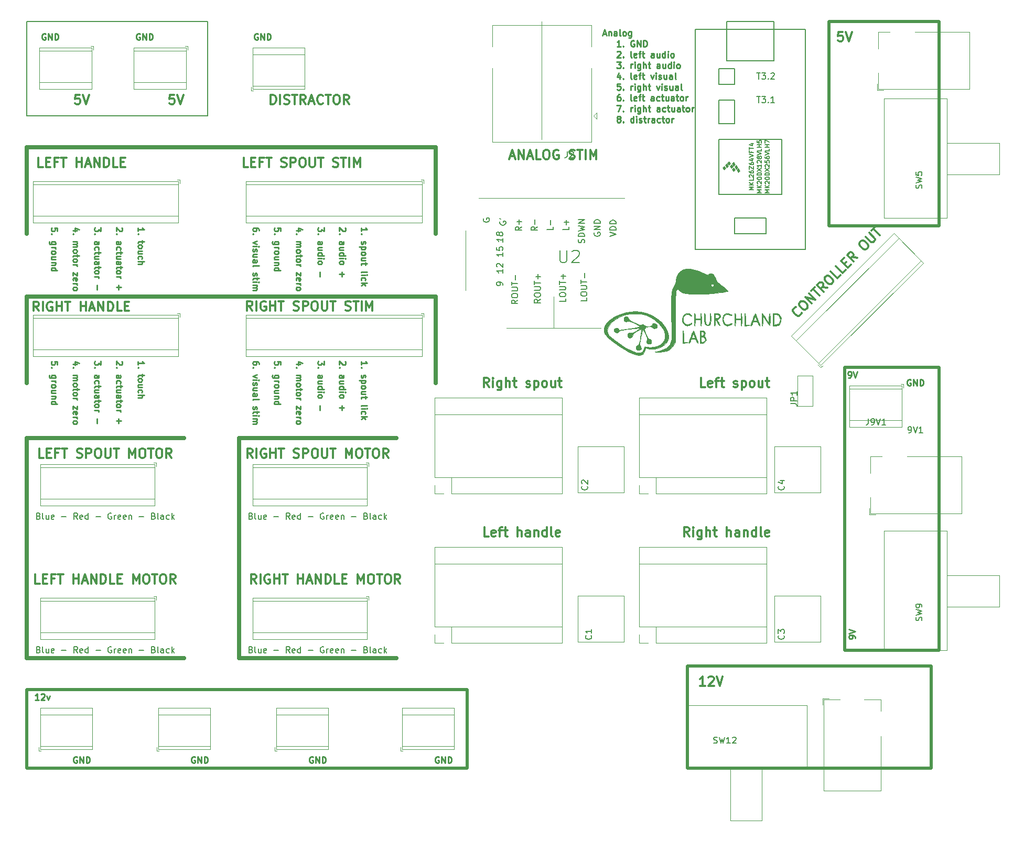
<source format=gto>
G04 #@! TF.GenerationSoftware,KiCad,Pcbnew,5.1.6*
G04 #@! TF.CreationDate,2020-07-14T15:11:32-04:00*
G04 #@! TF.ProjectId,controller,636f6e74-726f-46c6-9c65-722e6b696361,rev?*
G04 #@! TF.SameCoordinates,Original*
G04 #@! TF.FileFunction,Legend,Top*
G04 #@! TF.FilePolarity,Positive*
%FSLAX46Y46*%
G04 Gerber Fmt 4.6, Leading zero omitted, Abs format (unit mm)*
G04 Created by KiCad (PCBNEW 5.1.6) date 2020-07-14 15:11:32*
%MOMM*%
%LPD*%
G01*
G04 APERTURE LIST*
%ADD10C,0.700000*%
%ADD11C,0.250000*%
%ADD12C,0.300000*%
%ADD13C,0.150000*%
%ADD14C,0.500000*%
%ADD15C,0.120000*%
%ADD16C,0.010000*%
%ADD17C,0.100000*%
G04 APERTURE END LIST*
D10*
X30480000Y-97790000D02*
X55880000Y-97790000D01*
X30480000Y-97790000D02*
X30480000Y-133350000D01*
X55880000Y-133350000D02*
X30480000Y-133350000D01*
X-3810000Y-74930000D02*
X62230000Y-74930000D01*
X62230000Y-74930000D02*
X62230000Y-88900000D01*
X-3810000Y-88900000D02*
X-3810000Y-74930000D01*
D11*
X89252976Y-32536666D02*
X89729166Y-32536666D01*
X89157738Y-32822380D02*
X89491071Y-31822380D01*
X89824404Y-32822380D01*
X90157738Y-32155714D02*
X90157738Y-32822380D01*
X90157738Y-32250952D02*
X90205357Y-32203333D01*
X90300595Y-32155714D01*
X90443452Y-32155714D01*
X90538690Y-32203333D01*
X90586309Y-32298571D01*
X90586309Y-32822380D01*
X91491071Y-32822380D02*
X91491071Y-32298571D01*
X91443452Y-32203333D01*
X91348214Y-32155714D01*
X91157738Y-32155714D01*
X91062500Y-32203333D01*
X91491071Y-32774761D02*
X91395833Y-32822380D01*
X91157738Y-32822380D01*
X91062500Y-32774761D01*
X91014880Y-32679523D01*
X91014880Y-32584285D01*
X91062500Y-32489047D01*
X91157738Y-32441428D01*
X91395833Y-32441428D01*
X91491071Y-32393809D01*
X92110119Y-32822380D02*
X92014880Y-32774761D01*
X91967261Y-32679523D01*
X91967261Y-31822380D01*
X92633928Y-32822380D02*
X92538690Y-32774761D01*
X92491071Y-32727142D01*
X92443452Y-32631904D01*
X92443452Y-32346190D01*
X92491071Y-32250952D01*
X92538690Y-32203333D01*
X92633928Y-32155714D01*
X92776785Y-32155714D01*
X92872023Y-32203333D01*
X92919642Y-32250952D01*
X92967261Y-32346190D01*
X92967261Y-32631904D01*
X92919642Y-32727142D01*
X92872023Y-32774761D01*
X92776785Y-32822380D01*
X92633928Y-32822380D01*
X93824404Y-32155714D02*
X93824404Y-32965238D01*
X93776785Y-33060476D01*
X93729166Y-33108095D01*
X93633928Y-33155714D01*
X93491071Y-33155714D01*
X93395833Y-33108095D01*
X93824404Y-32774761D02*
X93729166Y-32822380D01*
X93538690Y-32822380D01*
X93443452Y-32774761D01*
X93395833Y-32727142D01*
X93348214Y-32631904D01*
X93348214Y-32346190D01*
X93395833Y-32250952D01*
X93443452Y-32203333D01*
X93538690Y-32155714D01*
X93729166Y-32155714D01*
X93824404Y-32203333D01*
X92110119Y-34572380D02*
X91538690Y-34572380D01*
X91824404Y-34572380D02*
X91824404Y-33572380D01*
X91729166Y-33715238D01*
X91633928Y-33810476D01*
X91538690Y-33858095D01*
X92538690Y-34477142D02*
X92586309Y-34524761D01*
X92538690Y-34572380D01*
X92491071Y-34524761D01*
X92538690Y-34477142D01*
X92538690Y-34572380D01*
X94300595Y-33620000D02*
X94205357Y-33572380D01*
X94062500Y-33572380D01*
X93919642Y-33620000D01*
X93824404Y-33715238D01*
X93776785Y-33810476D01*
X93729166Y-34000952D01*
X93729166Y-34143809D01*
X93776785Y-34334285D01*
X93824404Y-34429523D01*
X93919642Y-34524761D01*
X94062500Y-34572380D01*
X94157738Y-34572380D01*
X94300595Y-34524761D01*
X94348214Y-34477142D01*
X94348214Y-34143809D01*
X94157738Y-34143809D01*
X94776785Y-34572380D02*
X94776785Y-33572380D01*
X95348214Y-34572380D01*
X95348214Y-33572380D01*
X95824404Y-34572380D02*
X95824404Y-33572380D01*
X96062500Y-33572380D01*
X96205357Y-33620000D01*
X96300595Y-33715238D01*
X96348214Y-33810476D01*
X96395833Y-34000952D01*
X96395833Y-34143809D01*
X96348214Y-34334285D01*
X96300595Y-34429523D01*
X96205357Y-34524761D01*
X96062500Y-34572380D01*
X95824404Y-34572380D01*
X91538690Y-35417619D02*
X91586309Y-35370000D01*
X91681547Y-35322380D01*
X91919642Y-35322380D01*
X92014880Y-35370000D01*
X92062500Y-35417619D01*
X92110119Y-35512857D01*
X92110119Y-35608095D01*
X92062500Y-35750952D01*
X91491071Y-36322380D01*
X92110119Y-36322380D01*
X92538690Y-36227142D02*
X92586309Y-36274761D01*
X92538690Y-36322380D01*
X92491071Y-36274761D01*
X92538690Y-36227142D01*
X92538690Y-36322380D01*
X93919642Y-36322380D02*
X93824404Y-36274761D01*
X93776785Y-36179523D01*
X93776785Y-35322380D01*
X94681547Y-36274761D02*
X94586309Y-36322380D01*
X94395833Y-36322380D01*
X94300595Y-36274761D01*
X94252976Y-36179523D01*
X94252976Y-35798571D01*
X94300595Y-35703333D01*
X94395833Y-35655714D01*
X94586309Y-35655714D01*
X94681547Y-35703333D01*
X94729166Y-35798571D01*
X94729166Y-35893809D01*
X94252976Y-35989047D01*
X95014880Y-35655714D02*
X95395833Y-35655714D01*
X95157738Y-36322380D02*
X95157738Y-35465238D01*
X95205357Y-35370000D01*
X95300595Y-35322380D01*
X95395833Y-35322380D01*
X95586309Y-35655714D02*
X95967261Y-35655714D01*
X95729166Y-35322380D02*
X95729166Y-36179523D01*
X95776785Y-36274761D01*
X95872023Y-36322380D01*
X95967261Y-36322380D01*
X97491071Y-36322380D02*
X97491071Y-35798571D01*
X97443452Y-35703333D01*
X97348214Y-35655714D01*
X97157738Y-35655714D01*
X97062500Y-35703333D01*
X97491071Y-36274761D02*
X97395833Y-36322380D01*
X97157738Y-36322380D01*
X97062500Y-36274761D01*
X97014880Y-36179523D01*
X97014880Y-36084285D01*
X97062500Y-35989047D01*
X97157738Y-35941428D01*
X97395833Y-35941428D01*
X97491071Y-35893809D01*
X98395833Y-35655714D02*
X98395833Y-36322380D01*
X97967261Y-35655714D02*
X97967261Y-36179523D01*
X98014880Y-36274761D01*
X98110119Y-36322380D01*
X98252976Y-36322380D01*
X98348214Y-36274761D01*
X98395833Y-36227142D01*
X99300595Y-36322380D02*
X99300595Y-35322380D01*
X99300595Y-36274761D02*
X99205357Y-36322380D01*
X99014880Y-36322380D01*
X98919642Y-36274761D01*
X98872023Y-36227142D01*
X98824404Y-36131904D01*
X98824404Y-35846190D01*
X98872023Y-35750952D01*
X98919642Y-35703333D01*
X99014880Y-35655714D01*
X99205357Y-35655714D01*
X99300595Y-35703333D01*
X99776785Y-36322380D02*
X99776785Y-35655714D01*
X99776785Y-35322380D02*
X99729166Y-35370000D01*
X99776785Y-35417619D01*
X99824404Y-35370000D01*
X99776785Y-35322380D01*
X99776785Y-35417619D01*
X100395833Y-36322380D02*
X100300595Y-36274761D01*
X100252976Y-36227142D01*
X100205357Y-36131904D01*
X100205357Y-35846190D01*
X100252976Y-35750952D01*
X100300595Y-35703333D01*
X100395833Y-35655714D01*
X100538690Y-35655714D01*
X100633928Y-35703333D01*
X100681547Y-35750952D01*
X100729166Y-35846190D01*
X100729166Y-36131904D01*
X100681547Y-36227142D01*
X100633928Y-36274761D01*
X100538690Y-36322380D01*
X100395833Y-36322380D01*
X91491071Y-37072380D02*
X92110119Y-37072380D01*
X91776785Y-37453333D01*
X91919642Y-37453333D01*
X92014880Y-37500952D01*
X92062500Y-37548571D01*
X92110119Y-37643809D01*
X92110119Y-37881904D01*
X92062500Y-37977142D01*
X92014880Y-38024761D01*
X91919642Y-38072380D01*
X91633928Y-38072380D01*
X91538690Y-38024761D01*
X91491071Y-37977142D01*
X92538690Y-37977142D02*
X92586309Y-38024761D01*
X92538690Y-38072380D01*
X92491071Y-38024761D01*
X92538690Y-37977142D01*
X92538690Y-38072380D01*
X93776785Y-38072380D02*
X93776785Y-37405714D01*
X93776785Y-37596190D02*
X93824404Y-37500952D01*
X93872023Y-37453333D01*
X93967261Y-37405714D01*
X94062500Y-37405714D01*
X94395833Y-38072380D02*
X94395833Y-37405714D01*
X94395833Y-37072380D02*
X94348214Y-37120000D01*
X94395833Y-37167619D01*
X94443452Y-37120000D01*
X94395833Y-37072380D01*
X94395833Y-37167619D01*
X95300595Y-37405714D02*
X95300595Y-38215238D01*
X95252976Y-38310476D01*
X95205357Y-38358095D01*
X95110119Y-38405714D01*
X94967261Y-38405714D01*
X94872023Y-38358095D01*
X95300595Y-38024761D02*
X95205357Y-38072380D01*
X95014880Y-38072380D01*
X94919642Y-38024761D01*
X94872023Y-37977142D01*
X94824404Y-37881904D01*
X94824404Y-37596190D01*
X94872023Y-37500952D01*
X94919642Y-37453333D01*
X95014880Y-37405714D01*
X95205357Y-37405714D01*
X95300595Y-37453333D01*
X95776785Y-38072380D02*
X95776785Y-37072380D01*
X96205357Y-38072380D02*
X96205357Y-37548571D01*
X96157738Y-37453333D01*
X96062500Y-37405714D01*
X95919642Y-37405714D01*
X95824404Y-37453333D01*
X95776785Y-37500952D01*
X96538690Y-37405714D02*
X96919642Y-37405714D01*
X96681547Y-37072380D02*
X96681547Y-37929523D01*
X96729166Y-38024761D01*
X96824404Y-38072380D01*
X96919642Y-38072380D01*
X98443452Y-38072380D02*
X98443452Y-37548571D01*
X98395833Y-37453333D01*
X98300595Y-37405714D01*
X98110119Y-37405714D01*
X98014880Y-37453333D01*
X98443452Y-38024761D02*
X98348214Y-38072380D01*
X98110119Y-38072380D01*
X98014880Y-38024761D01*
X97967261Y-37929523D01*
X97967261Y-37834285D01*
X98014880Y-37739047D01*
X98110119Y-37691428D01*
X98348214Y-37691428D01*
X98443452Y-37643809D01*
X99348214Y-37405714D02*
X99348214Y-38072380D01*
X98919642Y-37405714D02*
X98919642Y-37929523D01*
X98967261Y-38024761D01*
X99062500Y-38072380D01*
X99205357Y-38072380D01*
X99300595Y-38024761D01*
X99348214Y-37977142D01*
X100252976Y-38072380D02*
X100252976Y-37072380D01*
X100252976Y-38024761D02*
X100157738Y-38072380D01*
X99967261Y-38072380D01*
X99872023Y-38024761D01*
X99824404Y-37977142D01*
X99776785Y-37881904D01*
X99776785Y-37596190D01*
X99824404Y-37500952D01*
X99872023Y-37453333D01*
X99967261Y-37405714D01*
X100157738Y-37405714D01*
X100252976Y-37453333D01*
X100729166Y-38072380D02*
X100729166Y-37405714D01*
X100729166Y-37072380D02*
X100681547Y-37120000D01*
X100729166Y-37167619D01*
X100776785Y-37120000D01*
X100729166Y-37072380D01*
X100729166Y-37167619D01*
X101348214Y-38072380D02*
X101252976Y-38024761D01*
X101205357Y-37977142D01*
X101157738Y-37881904D01*
X101157738Y-37596190D01*
X101205357Y-37500952D01*
X101252976Y-37453333D01*
X101348214Y-37405714D01*
X101491071Y-37405714D01*
X101586309Y-37453333D01*
X101633928Y-37500952D01*
X101681547Y-37596190D01*
X101681547Y-37881904D01*
X101633928Y-37977142D01*
X101586309Y-38024761D01*
X101491071Y-38072380D01*
X101348214Y-38072380D01*
X92014880Y-39155714D02*
X92014880Y-39822380D01*
X91776785Y-38774761D02*
X91538690Y-39489047D01*
X92157738Y-39489047D01*
X92538690Y-39727142D02*
X92586309Y-39774761D01*
X92538690Y-39822380D01*
X92491071Y-39774761D01*
X92538690Y-39727142D01*
X92538690Y-39822380D01*
X93919642Y-39822380D02*
X93824404Y-39774761D01*
X93776785Y-39679523D01*
X93776785Y-38822380D01*
X94681547Y-39774761D02*
X94586309Y-39822380D01*
X94395833Y-39822380D01*
X94300595Y-39774761D01*
X94252976Y-39679523D01*
X94252976Y-39298571D01*
X94300595Y-39203333D01*
X94395833Y-39155714D01*
X94586309Y-39155714D01*
X94681547Y-39203333D01*
X94729166Y-39298571D01*
X94729166Y-39393809D01*
X94252976Y-39489047D01*
X95014880Y-39155714D02*
X95395833Y-39155714D01*
X95157738Y-39822380D02*
X95157738Y-38965238D01*
X95205357Y-38870000D01*
X95300595Y-38822380D01*
X95395833Y-38822380D01*
X95586309Y-39155714D02*
X95967261Y-39155714D01*
X95729166Y-38822380D02*
X95729166Y-39679523D01*
X95776785Y-39774761D01*
X95872023Y-39822380D01*
X95967261Y-39822380D01*
X96967261Y-39155714D02*
X97205357Y-39822380D01*
X97443452Y-39155714D01*
X97824404Y-39822380D02*
X97824404Y-39155714D01*
X97824404Y-38822380D02*
X97776785Y-38870000D01*
X97824404Y-38917619D01*
X97872023Y-38870000D01*
X97824404Y-38822380D01*
X97824404Y-38917619D01*
X98252976Y-39774761D02*
X98348214Y-39822380D01*
X98538690Y-39822380D01*
X98633928Y-39774761D01*
X98681547Y-39679523D01*
X98681547Y-39631904D01*
X98633928Y-39536666D01*
X98538690Y-39489047D01*
X98395833Y-39489047D01*
X98300595Y-39441428D01*
X98252976Y-39346190D01*
X98252976Y-39298571D01*
X98300595Y-39203333D01*
X98395833Y-39155714D01*
X98538690Y-39155714D01*
X98633928Y-39203333D01*
X99538690Y-39155714D02*
X99538690Y-39822380D01*
X99110119Y-39155714D02*
X99110119Y-39679523D01*
X99157738Y-39774761D01*
X99252976Y-39822380D01*
X99395833Y-39822380D01*
X99491071Y-39774761D01*
X99538690Y-39727142D01*
X100443452Y-39822380D02*
X100443452Y-39298571D01*
X100395833Y-39203333D01*
X100300595Y-39155714D01*
X100110119Y-39155714D01*
X100014880Y-39203333D01*
X100443452Y-39774761D02*
X100348214Y-39822380D01*
X100110119Y-39822380D01*
X100014880Y-39774761D01*
X99967261Y-39679523D01*
X99967261Y-39584285D01*
X100014880Y-39489047D01*
X100110119Y-39441428D01*
X100348214Y-39441428D01*
X100443452Y-39393809D01*
X101062500Y-39822380D02*
X100967261Y-39774761D01*
X100919642Y-39679523D01*
X100919642Y-38822380D01*
X92062500Y-40572380D02*
X91586309Y-40572380D01*
X91538690Y-41048571D01*
X91586309Y-41000952D01*
X91681547Y-40953333D01*
X91919642Y-40953333D01*
X92014880Y-41000952D01*
X92062500Y-41048571D01*
X92110119Y-41143809D01*
X92110119Y-41381904D01*
X92062500Y-41477142D01*
X92014880Y-41524761D01*
X91919642Y-41572380D01*
X91681547Y-41572380D01*
X91586309Y-41524761D01*
X91538690Y-41477142D01*
X92538690Y-41477142D02*
X92586309Y-41524761D01*
X92538690Y-41572380D01*
X92491071Y-41524761D01*
X92538690Y-41477142D01*
X92538690Y-41572380D01*
X93776785Y-41572380D02*
X93776785Y-40905714D01*
X93776785Y-41096190D02*
X93824404Y-41000952D01*
X93872023Y-40953333D01*
X93967261Y-40905714D01*
X94062500Y-40905714D01*
X94395833Y-41572380D02*
X94395833Y-40905714D01*
X94395833Y-40572380D02*
X94348214Y-40620000D01*
X94395833Y-40667619D01*
X94443452Y-40620000D01*
X94395833Y-40572380D01*
X94395833Y-40667619D01*
X95300595Y-40905714D02*
X95300595Y-41715238D01*
X95252976Y-41810476D01*
X95205357Y-41858095D01*
X95110119Y-41905714D01*
X94967261Y-41905714D01*
X94872023Y-41858095D01*
X95300595Y-41524761D02*
X95205357Y-41572380D01*
X95014880Y-41572380D01*
X94919642Y-41524761D01*
X94872023Y-41477142D01*
X94824404Y-41381904D01*
X94824404Y-41096190D01*
X94872023Y-41000952D01*
X94919642Y-40953333D01*
X95014880Y-40905714D01*
X95205357Y-40905714D01*
X95300595Y-40953333D01*
X95776785Y-41572380D02*
X95776785Y-40572380D01*
X96205357Y-41572380D02*
X96205357Y-41048571D01*
X96157738Y-40953333D01*
X96062500Y-40905714D01*
X95919642Y-40905714D01*
X95824404Y-40953333D01*
X95776785Y-41000952D01*
X96538690Y-40905714D02*
X96919642Y-40905714D01*
X96681547Y-40572380D02*
X96681547Y-41429523D01*
X96729166Y-41524761D01*
X96824404Y-41572380D01*
X96919642Y-41572380D01*
X97919642Y-40905714D02*
X98157738Y-41572380D01*
X98395833Y-40905714D01*
X98776785Y-41572380D02*
X98776785Y-40905714D01*
X98776785Y-40572380D02*
X98729166Y-40620000D01*
X98776785Y-40667619D01*
X98824404Y-40620000D01*
X98776785Y-40572380D01*
X98776785Y-40667619D01*
X99205357Y-41524761D02*
X99300595Y-41572380D01*
X99491071Y-41572380D01*
X99586309Y-41524761D01*
X99633928Y-41429523D01*
X99633928Y-41381904D01*
X99586309Y-41286666D01*
X99491071Y-41239047D01*
X99348214Y-41239047D01*
X99252976Y-41191428D01*
X99205357Y-41096190D01*
X99205357Y-41048571D01*
X99252976Y-40953333D01*
X99348214Y-40905714D01*
X99491071Y-40905714D01*
X99586309Y-40953333D01*
X100491071Y-40905714D02*
X100491071Y-41572380D01*
X100062500Y-40905714D02*
X100062500Y-41429523D01*
X100110119Y-41524761D01*
X100205357Y-41572380D01*
X100348214Y-41572380D01*
X100443452Y-41524761D01*
X100491071Y-41477142D01*
X101395833Y-41572380D02*
X101395833Y-41048571D01*
X101348214Y-40953333D01*
X101252976Y-40905714D01*
X101062500Y-40905714D01*
X100967261Y-40953333D01*
X101395833Y-41524761D02*
X101300595Y-41572380D01*
X101062500Y-41572380D01*
X100967261Y-41524761D01*
X100919642Y-41429523D01*
X100919642Y-41334285D01*
X100967261Y-41239047D01*
X101062500Y-41191428D01*
X101300595Y-41191428D01*
X101395833Y-41143809D01*
X102014880Y-41572380D02*
X101919642Y-41524761D01*
X101872023Y-41429523D01*
X101872023Y-40572380D01*
X92014880Y-42322380D02*
X91824404Y-42322380D01*
X91729166Y-42370000D01*
X91681547Y-42417619D01*
X91586309Y-42560476D01*
X91538690Y-42750952D01*
X91538690Y-43131904D01*
X91586309Y-43227142D01*
X91633928Y-43274761D01*
X91729166Y-43322380D01*
X91919642Y-43322380D01*
X92014880Y-43274761D01*
X92062500Y-43227142D01*
X92110119Y-43131904D01*
X92110119Y-42893809D01*
X92062500Y-42798571D01*
X92014880Y-42750952D01*
X91919642Y-42703333D01*
X91729166Y-42703333D01*
X91633928Y-42750952D01*
X91586309Y-42798571D01*
X91538690Y-42893809D01*
X92538690Y-43227142D02*
X92586309Y-43274761D01*
X92538690Y-43322380D01*
X92491071Y-43274761D01*
X92538690Y-43227142D01*
X92538690Y-43322380D01*
X93919642Y-43322380D02*
X93824404Y-43274761D01*
X93776785Y-43179523D01*
X93776785Y-42322380D01*
X94681547Y-43274761D02*
X94586309Y-43322380D01*
X94395833Y-43322380D01*
X94300595Y-43274761D01*
X94252976Y-43179523D01*
X94252976Y-42798571D01*
X94300595Y-42703333D01*
X94395833Y-42655714D01*
X94586309Y-42655714D01*
X94681547Y-42703333D01*
X94729166Y-42798571D01*
X94729166Y-42893809D01*
X94252976Y-42989047D01*
X95014880Y-42655714D02*
X95395833Y-42655714D01*
X95157738Y-43322380D02*
X95157738Y-42465238D01*
X95205357Y-42370000D01*
X95300595Y-42322380D01*
X95395833Y-42322380D01*
X95586309Y-42655714D02*
X95967261Y-42655714D01*
X95729166Y-42322380D02*
X95729166Y-43179523D01*
X95776785Y-43274761D01*
X95872023Y-43322380D01*
X95967261Y-43322380D01*
X97491071Y-43322380D02*
X97491071Y-42798571D01*
X97443452Y-42703333D01*
X97348214Y-42655714D01*
X97157738Y-42655714D01*
X97062500Y-42703333D01*
X97491071Y-43274761D02*
X97395833Y-43322380D01*
X97157738Y-43322380D01*
X97062500Y-43274761D01*
X97014880Y-43179523D01*
X97014880Y-43084285D01*
X97062500Y-42989047D01*
X97157738Y-42941428D01*
X97395833Y-42941428D01*
X97491071Y-42893809D01*
X98395833Y-43274761D02*
X98300595Y-43322380D01*
X98110119Y-43322380D01*
X98014880Y-43274761D01*
X97967261Y-43227142D01*
X97919642Y-43131904D01*
X97919642Y-42846190D01*
X97967261Y-42750952D01*
X98014880Y-42703333D01*
X98110119Y-42655714D01*
X98300595Y-42655714D01*
X98395833Y-42703333D01*
X98681547Y-42655714D02*
X99062500Y-42655714D01*
X98824404Y-42322380D02*
X98824404Y-43179523D01*
X98872023Y-43274761D01*
X98967261Y-43322380D01*
X99062500Y-43322380D01*
X99824404Y-42655714D02*
X99824404Y-43322380D01*
X99395833Y-42655714D02*
X99395833Y-43179523D01*
X99443452Y-43274761D01*
X99538690Y-43322380D01*
X99681547Y-43322380D01*
X99776785Y-43274761D01*
X99824404Y-43227142D01*
X100729166Y-43322380D02*
X100729166Y-42798571D01*
X100681547Y-42703333D01*
X100586309Y-42655714D01*
X100395833Y-42655714D01*
X100300595Y-42703333D01*
X100729166Y-43274761D02*
X100633928Y-43322380D01*
X100395833Y-43322380D01*
X100300595Y-43274761D01*
X100252976Y-43179523D01*
X100252976Y-43084285D01*
X100300595Y-42989047D01*
X100395833Y-42941428D01*
X100633928Y-42941428D01*
X100729166Y-42893809D01*
X101062500Y-42655714D02*
X101443452Y-42655714D01*
X101205357Y-42322380D02*
X101205357Y-43179523D01*
X101252976Y-43274761D01*
X101348214Y-43322380D01*
X101443452Y-43322380D01*
X101919642Y-43322380D02*
X101824404Y-43274761D01*
X101776785Y-43227142D01*
X101729166Y-43131904D01*
X101729166Y-42846190D01*
X101776785Y-42750952D01*
X101824404Y-42703333D01*
X101919642Y-42655714D01*
X102062500Y-42655714D01*
X102157738Y-42703333D01*
X102205357Y-42750952D01*
X102252976Y-42846190D01*
X102252976Y-43131904D01*
X102205357Y-43227142D01*
X102157738Y-43274761D01*
X102062500Y-43322380D01*
X101919642Y-43322380D01*
X102681547Y-43322380D02*
X102681547Y-42655714D01*
X102681547Y-42846190D02*
X102729166Y-42750952D01*
X102776785Y-42703333D01*
X102872023Y-42655714D01*
X102967261Y-42655714D01*
X91491071Y-44072380D02*
X92157738Y-44072380D01*
X91729166Y-45072380D01*
X92538690Y-44977142D02*
X92586309Y-45024761D01*
X92538690Y-45072380D01*
X92491071Y-45024761D01*
X92538690Y-44977142D01*
X92538690Y-45072380D01*
X93776785Y-45072380D02*
X93776785Y-44405714D01*
X93776785Y-44596190D02*
X93824404Y-44500952D01*
X93872023Y-44453333D01*
X93967261Y-44405714D01*
X94062500Y-44405714D01*
X94395833Y-45072380D02*
X94395833Y-44405714D01*
X94395833Y-44072380D02*
X94348214Y-44120000D01*
X94395833Y-44167619D01*
X94443452Y-44120000D01*
X94395833Y-44072380D01*
X94395833Y-44167619D01*
X95300595Y-44405714D02*
X95300595Y-45215238D01*
X95252976Y-45310476D01*
X95205357Y-45358095D01*
X95110119Y-45405714D01*
X94967261Y-45405714D01*
X94872023Y-45358095D01*
X95300595Y-45024761D02*
X95205357Y-45072380D01*
X95014880Y-45072380D01*
X94919642Y-45024761D01*
X94872023Y-44977142D01*
X94824404Y-44881904D01*
X94824404Y-44596190D01*
X94872023Y-44500952D01*
X94919642Y-44453333D01*
X95014880Y-44405714D01*
X95205357Y-44405714D01*
X95300595Y-44453333D01*
X95776785Y-45072380D02*
X95776785Y-44072380D01*
X96205357Y-45072380D02*
X96205357Y-44548571D01*
X96157738Y-44453333D01*
X96062500Y-44405714D01*
X95919642Y-44405714D01*
X95824404Y-44453333D01*
X95776785Y-44500952D01*
X96538690Y-44405714D02*
X96919642Y-44405714D01*
X96681547Y-44072380D02*
X96681547Y-44929523D01*
X96729166Y-45024761D01*
X96824404Y-45072380D01*
X96919642Y-45072380D01*
X98443452Y-45072380D02*
X98443452Y-44548571D01*
X98395833Y-44453333D01*
X98300595Y-44405714D01*
X98110119Y-44405714D01*
X98014880Y-44453333D01*
X98443452Y-45024761D02*
X98348214Y-45072380D01*
X98110119Y-45072380D01*
X98014880Y-45024761D01*
X97967261Y-44929523D01*
X97967261Y-44834285D01*
X98014880Y-44739047D01*
X98110119Y-44691428D01*
X98348214Y-44691428D01*
X98443452Y-44643809D01*
X99348214Y-45024761D02*
X99252976Y-45072380D01*
X99062500Y-45072380D01*
X98967261Y-45024761D01*
X98919642Y-44977142D01*
X98872023Y-44881904D01*
X98872023Y-44596190D01*
X98919642Y-44500952D01*
X98967261Y-44453333D01*
X99062500Y-44405714D01*
X99252976Y-44405714D01*
X99348214Y-44453333D01*
X99633928Y-44405714D02*
X100014880Y-44405714D01*
X99776785Y-44072380D02*
X99776785Y-44929523D01*
X99824404Y-45024761D01*
X99919642Y-45072380D01*
X100014880Y-45072380D01*
X100776785Y-44405714D02*
X100776785Y-45072380D01*
X100348214Y-44405714D02*
X100348214Y-44929523D01*
X100395833Y-45024761D01*
X100491071Y-45072380D01*
X100633928Y-45072380D01*
X100729166Y-45024761D01*
X100776785Y-44977142D01*
X101681547Y-45072380D02*
X101681547Y-44548571D01*
X101633928Y-44453333D01*
X101538690Y-44405714D01*
X101348214Y-44405714D01*
X101252976Y-44453333D01*
X101681547Y-45024761D02*
X101586309Y-45072380D01*
X101348214Y-45072380D01*
X101252976Y-45024761D01*
X101205357Y-44929523D01*
X101205357Y-44834285D01*
X101252976Y-44739047D01*
X101348214Y-44691428D01*
X101586309Y-44691428D01*
X101681547Y-44643809D01*
X102014880Y-44405714D02*
X102395833Y-44405714D01*
X102157738Y-44072380D02*
X102157738Y-44929523D01*
X102205357Y-45024761D01*
X102300595Y-45072380D01*
X102395833Y-45072380D01*
X102872023Y-45072380D02*
X102776785Y-45024761D01*
X102729166Y-44977142D01*
X102681547Y-44881904D01*
X102681547Y-44596190D01*
X102729166Y-44500952D01*
X102776785Y-44453333D01*
X102872023Y-44405714D01*
X103014880Y-44405714D01*
X103110119Y-44453333D01*
X103157738Y-44500952D01*
X103205357Y-44596190D01*
X103205357Y-44881904D01*
X103157738Y-44977142D01*
X103110119Y-45024761D01*
X103014880Y-45072380D01*
X102872023Y-45072380D01*
X103633928Y-45072380D02*
X103633928Y-44405714D01*
X103633928Y-44596190D02*
X103681547Y-44500952D01*
X103729166Y-44453333D01*
X103824404Y-44405714D01*
X103919642Y-44405714D01*
X91729166Y-46250952D02*
X91633928Y-46203333D01*
X91586309Y-46155714D01*
X91538690Y-46060476D01*
X91538690Y-46012857D01*
X91586309Y-45917619D01*
X91633928Y-45870000D01*
X91729166Y-45822380D01*
X91919642Y-45822380D01*
X92014880Y-45870000D01*
X92062500Y-45917619D01*
X92110119Y-46012857D01*
X92110119Y-46060476D01*
X92062500Y-46155714D01*
X92014880Y-46203333D01*
X91919642Y-46250952D01*
X91729166Y-46250952D01*
X91633928Y-46298571D01*
X91586309Y-46346190D01*
X91538690Y-46441428D01*
X91538690Y-46631904D01*
X91586309Y-46727142D01*
X91633928Y-46774761D01*
X91729166Y-46822380D01*
X91919642Y-46822380D01*
X92014880Y-46774761D01*
X92062500Y-46727142D01*
X92110119Y-46631904D01*
X92110119Y-46441428D01*
X92062500Y-46346190D01*
X92014880Y-46298571D01*
X91919642Y-46250952D01*
X92538690Y-46727142D02*
X92586309Y-46774761D01*
X92538690Y-46822380D01*
X92491071Y-46774761D01*
X92538690Y-46727142D01*
X92538690Y-46822380D01*
X94205357Y-46822380D02*
X94205357Y-45822380D01*
X94205357Y-46774761D02*
X94110119Y-46822380D01*
X93919642Y-46822380D01*
X93824404Y-46774761D01*
X93776785Y-46727142D01*
X93729166Y-46631904D01*
X93729166Y-46346190D01*
X93776785Y-46250952D01*
X93824404Y-46203333D01*
X93919642Y-46155714D01*
X94110119Y-46155714D01*
X94205357Y-46203333D01*
X94681547Y-46822380D02*
X94681547Y-46155714D01*
X94681547Y-45822380D02*
X94633928Y-45870000D01*
X94681547Y-45917619D01*
X94729166Y-45870000D01*
X94681547Y-45822380D01*
X94681547Y-45917619D01*
X95110119Y-46774761D02*
X95205357Y-46822380D01*
X95395833Y-46822380D01*
X95491071Y-46774761D01*
X95538690Y-46679523D01*
X95538690Y-46631904D01*
X95491071Y-46536666D01*
X95395833Y-46489047D01*
X95252976Y-46489047D01*
X95157738Y-46441428D01*
X95110119Y-46346190D01*
X95110119Y-46298571D01*
X95157738Y-46203333D01*
X95252976Y-46155714D01*
X95395833Y-46155714D01*
X95491071Y-46203333D01*
X95824404Y-46155714D02*
X96205357Y-46155714D01*
X95967261Y-45822380D02*
X95967261Y-46679523D01*
X96014880Y-46774761D01*
X96110119Y-46822380D01*
X96205357Y-46822380D01*
X96538690Y-46822380D02*
X96538690Y-46155714D01*
X96538690Y-46346190D02*
X96586309Y-46250952D01*
X96633928Y-46203333D01*
X96729166Y-46155714D01*
X96824404Y-46155714D01*
X97586309Y-46822380D02*
X97586309Y-46298571D01*
X97538690Y-46203333D01*
X97443452Y-46155714D01*
X97252976Y-46155714D01*
X97157738Y-46203333D01*
X97586309Y-46774761D02*
X97491071Y-46822380D01*
X97252976Y-46822380D01*
X97157738Y-46774761D01*
X97110119Y-46679523D01*
X97110119Y-46584285D01*
X97157738Y-46489047D01*
X97252976Y-46441428D01*
X97491071Y-46441428D01*
X97586309Y-46393809D01*
X98491071Y-46774761D02*
X98395833Y-46822380D01*
X98205357Y-46822380D01*
X98110119Y-46774761D01*
X98062500Y-46727142D01*
X98014880Y-46631904D01*
X98014880Y-46346190D01*
X98062500Y-46250952D01*
X98110119Y-46203333D01*
X98205357Y-46155714D01*
X98395833Y-46155714D01*
X98491071Y-46203333D01*
X98776785Y-46155714D02*
X99157738Y-46155714D01*
X98919642Y-45822380D02*
X98919642Y-46679523D01*
X98967261Y-46774761D01*
X99062500Y-46822380D01*
X99157738Y-46822380D01*
X99633928Y-46822380D02*
X99538690Y-46774761D01*
X99491071Y-46727142D01*
X99443452Y-46631904D01*
X99443452Y-46346190D01*
X99491071Y-46250952D01*
X99538690Y-46203333D01*
X99633928Y-46155714D01*
X99776785Y-46155714D01*
X99872023Y-46203333D01*
X99919642Y-46250952D01*
X99967261Y-46346190D01*
X99967261Y-46631904D01*
X99919642Y-46727142D01*
X99872023Y-46774761D01*
X99776785Y-46822380D01*
X99633928Y-46822380D01*
X100395833Y-46822380D02*
X100395833Y-46155714D01*
X100395833Y-46346190D02*
X100443452Y-46250952D01*
X100491071Y-46203333D01*
X100586309Y-46155714D01*
X100681547Y-46155714D01*
X14167619Y-86014404D02*
X14167619Y-85442976D01*
X14167619Y-85728690D02*
X15167619Y-85728690D01*
X15024761Y-85633452D01*
X14929523Y-85538214D01*
X14881904Y-85442976D01*
X14262857Y-86442976D02*
X14215238Y-86490595D01*
X14167619Y-86442976D01*
X14215238Y-86395357D01*
X14262857Y-86442976D01*
X14167619Y-86442976D01*
X14834285Y-87538214D02*
X14834285Y-87919166D01*
X15167619Y-87681071D02*
X14310476Y-87681071D01*
X14215238Y-87728690D01*
X14167619Y-87823928D01*
X14167619Y-87919166D01*
X14167619Y-88395357D02*
X14215238Y-88300119D01*
X14262857Y-88252500D01*
X14358095Y-88204880D01*
X14643809Y-88204880D01*
X14739047Y-88252500D01*
X14786666Y-88300119D01*
X14834285Y-88395357D01*
X14834285Y-88538214D01*
X14786666Y-88633452D01*
X14739047Y-88681071D01*
X14643809Y-88728690D01*
X14358095Y-88728690D01*
X14262857Y-88681071D01*
X14215238Y-88633452D01*
X14167619Y-88538214D01*
X14167619Y-88395357D01*
X14834285Y-89585833D02*
X14167619Y-89585833D01*
X14834285Y-89157261D02*
X14310476Y-89157261D01*
X14215238Y-89204880D01*
X14167619Y-89300119D01*
X14167619Y-89442976D01*
X14215238Y-89538214D01*
X14262857Y-89585833D01*
X14215238Y-90490595D02*
X14167619Y-90395357D01*
X14167619Y-90204880D01*
X14215238Y-90109642D01*
X14262857Y-90062023D01*
X14358095Y-90014404D01*
X14643809Y-90014404D01*
X14739047Y-90062023D01*
X14786666Y-90109642D01*
X14834285Y-90204880D01*
X14834285Y-90395357D01*
X14786666Y-90490595D01*
X14167619Y-90919166D02*
X15167619Y-90919166D01*
X14167619Y-91347738D02*
X14691428Y-91347738D01*
X14786666Y-91300119D01*
X14834285Y-91204880D01*
X14834285Y-91062023D01*
X14786666Y-90966785D01*
X14739047Y-90919166D01*
X11572380Y-85442976D02*
X11620000Y-85490595D01*
X11667619Y-85585833D01*
X11667619Y-85823928D01*
X11620000Y-85919166D01*
X11572380Y-85966785D01*
X11477142Y-86014404D01*
X11381904Y-86014404D01*
X11239047Y-85966785D01*
X10667619Y-85395357D01*
X10667619Y-86014404D01*
X10762857Y-86442976D02*
X10715238Y-86490595D01*
X10667619Y-86442976D01*
X10715238Y-86395357D01*
X10762857Y-86442976D01*
X10667619Y-86442976D01*
X10667619Y-88109642D02*
X11191428Y-88109642D01*
X11286666Y-88062023D01*
X11334285Y-87966785D01*
X11334285Y-87776309D01*
X11286666Y-87681071D01*
X10715238Y-88109642D02*
X10667619Y-88014404D01*
X10667619Y-87776309D01*
X10715238Y-87681071D01*
X10810476Y-87633452D01*
X10905714Y-87633452D01*
X11000952Y-87681071D01*
X11048571Y-87776309D01*
X11048571Y-88014404D01*
X11096190Y-88109642D01*
X10715238Y-89014404D02*
X10667619Y-88919166D01*
X10667619Y-88728690D01*
X10715238Y-88633452D01*
X10762857Y-88585833D01*
X10858095Y-88538214D01*
X11143809Y-88538214D01*
X11239047Y-88585833D01*
X11286666Y-88633452D01*
X11334285Y-88728690D01*
X11334285Y-88919166D01*
X11286666Y-89014404D01*
X11334285Y-89300119D02*
X11334285Y-89681071D01*
X11667619Y-89442976D02*
X10810476Y-89442976D01*
X10715238Y-89490595D01*
X10667619Y-89585833D01*
X10667619Y-89681071D01*
X11334285Y-90442976D02*
X10667619Y-90442976D01*
X11334285Y-90014404D02*
X10810476Y-90014404D01*
X10715238Y-90062023D01*
X10667619Y-90157261D01*
X10667619Y-90300119D01*
X10715238Y-90395357D01*
X10762857Y-90442976D01*
X10667619Y-91347738D02*
X11191428Y-91347738D01*
X11286666Y-91300119D01*
X11334285Y-91204880D01*
X11334285Y-91014404D01*
X11286666Y-90919166D01*
X10715238Y-91347738D02*
X10667619Y-91252500D01*
X10667619Y-91014404D01*
X10715238Y-90919166D01*
X10810476Y-90871547D01*
X10905714Y-90871547D01*
X11000952Y-90919166D01*
X11048571Y-91014404D01*
X11048571Y-91252500D01*
X11096190Y-91347738D01*
X11334285Y-91681071D02*
X11334285Y-92062023D01*
X11667619Y-91823928D02*
X10810476Y-91823928D01*
X10715238Y-91871547D01*
X10667619Y-91966785D01*
X10667619Y-92062023D01*
X10667619Y-92538214D02*
X10715238Y-92442976D01*
X10762857Y-92395357D01*
X10858095Y-92347738D01*
X11143809Y-92347738D01*
X11239047Y-92395357D01*
X11286666Y-92442976D01*
X11334285Y-92538214D01*
X11334285Y-92681071D01*
X11286666Y-92776309D01*
X11239047Y-92823928D01*
X11143809Y-92871547D01*
X10858095Y-92871547D01*
X10762857Y-92823928D01*
X10715238Y-92776309D01*
X10667619Y-92681071D01*
X10667619Y-92538214D01*
X10667619Y-93300119D02*
X11334285Y-93300119D01*
X11143809Y-93300119D02*
X11239047Y-93347738D01*
X11286666Y-93395357D01*
X11334285Y-93490595D01*
X11334285Y-93585833D01*
X11048571Y-94681071D02*
X11048571Y-95442976D01*
X10667619Y-95062023D02*
X11429523Y-95062023D01*
X8167619Y-85395357D02*
X8167619Y-86014404D01*
X7786666Y-85681071D01*
X7786666Y-85823928D01*
X7739047Y-85919166D01*
X7691428Y-85966785D01*
X7596190Y-86014404D01*
X7358095Y-86014404D01*
X7262857Y-85966785D01*
X7215238Y-85919166D01*
X7167619Y-85823928D01*
X7167619Y-85538214D01*
X7215238Y-85442976D01*
X7262857Y-85395357D01*
X7262857Y-86442976D02*
X7215238Y-86490595D01*
X7167619Y-86442976D01*
X7215238Y-86395357D01*
X7262857Y-86442976D01*
X7167619Y-86442976D01*
X7167619Y-88109642D02*
X7691428Y-88109642D01*
X7786666Y-88062023D01*
X7834285Y-87966785D01*
X7834285Y-87776309D01*
X7786666Y-87681071D01*
X7215238Y-88109642D02*
X7167619Y-88014404D01*
X7167619Y-87776309D01*
X7215238Y-87681071D01*
X7310476Y-87633452D01*
X7405714Y-87633452D01*
X7500952Y-87681071D01*
X7548571Y-87776309D01*
X7548571Y-88014404D01*
X7596190Y-88109642D01*
X7215238Y-89014404D02*
X7167619Y-88919166D01*
X7167619Y-88728690D01*
X7215238Y-88633452D01*
X7262857Y-88585833D01*
X7358095Y-88538214D01*
X7643809Y-88538214D01*
X7739047Y-88585833D01*
X7786666Y-88633452D01*
X7834285Y-88728690D01*
X7834285Y-88919166D01*
X7786666Y-89014404D01*
X7834285Y-89300119D02*
X7834285Y-89681071D01*
X8167619Y-89442976D02*
X7310476Y-89442976D01*
X7215238Y-89490595D01*
X7167619Y-89585833D01*
X7167619Y-89681071D01*
X7834285Y-90442976D02*
X7167619Y-90442976D01*
X7834285Y-90014404D02*
X7310476Y-90014404D01*
X7215238Y-90062023D01*
X7167619Y-90157261D01*
X7167619Y-90300119D01*
X7215238Y-90395357D01*
X7262857Y-90442976D01*
X7167619Y-91347738D02*
X7691428Y-91347738D01*
X7786666Y-91300119D01*
X7834285Y-91204880D01*
X7834285Y-91014404D01*
X7786666Y-90919166D01*
X7215238Y-91347738D02*
X7167619Y-91252500D01*
X7167619Y-91014404D01*
X7215238Y-90919166D01*
X7310476Y-90871547D01*
X7405714Y-90871547D01*
X7500952Y-90919166D01*
X7548571Y-91014404D01*
X7548571Y-91252500D01*
X7596190Y-91347738D01*
X7834285Y-91681071D02*
X7834285Y-92062023D01*
X8167619Y-91823928D02*
X7310476Y-91823928D01*
X7215238Y-91871547D01*
X7167619Y-91966785D01*
X7167619Y-92062023D01*
X7167619Y-92538214D02*
X7215238Y-92442976D01*
X7262857Y-92395357D01*
X7358095Y-92347738D01*
X7643809Y-92347738D01*
X7739047Y-92395357D01*
X7786666Y-92442976D01*
X7834285Y-92538214D01*
X7834285Y-92681071D01*
X7786666Y-92776309D01*
X7739047Y-92823928D01*
X7643809Y-92871547D01*
X7358095Y-92871547D01*
X7262857Y-92823928D01*
X7215238Y-92776309D01*
X7167619Y-92681071D01*
X7167619Y-92538214D01*
X7167619Y-93300119D02*
X7834285Y-93300119D01*
X7643809Y-93300119D02*
X7739047Y-93347738D01*
X7786666Y-93395357D01*
X7834285Y-93490595D01*
X7834285Y-93585833D01*
X7548571Y-94681071D02*
X7548571Y-95442976D01*
X4334285Y-85919166D02*
X3667619Y-85919166D01*
X4715238Y-85681071D02*
X4000952Y-85442976D01*
X4000952Y-86062023D01*
X3762857Y-86442976D02*
X3715238Y-86490595D01*
X3667619Y-86442976D01*
X3715238Y-86395357D01*
X3762857Y-86442976D01*
X3667619Y-86442976D01*
X3667619Y-87681071D02*
X4334285Y-87681071D01*
X4239047Y-87681071D02*
X4286666Y-87728690D01*
X4334285Y-87823928D01*
X4334285Y-87966785D01*
X4286666Y-88062023D01*
X4191428Y-88109642D01*
X3667619Y-88109642D01*
X4191428Y-88109642D02*
X4286666Y-88157261D01*
X4334285Y-88252500D01*
X4334285Y-88395357D01*
X4286666Y-88490595D01*
X4191428Y-88538214D01*
X3667619Y-88538214D01*
X3667619Y-89157261D02*
X3715238Y-89062023D01*
X3762857Y-89014404D01*
X3858095Y-88966785D01*
X4143809Y-88966785D01*
X4239047Y-89014404D01*
X4286666Y-89062023D01*
X4334285Y-89157261D01*
X4334285Y-89300119D01*
X4286666Y-89395357D01*
X4239047Y-89442976D01*
X4143809Y-89490595D01*
X3858095Y-89490595D01*
X3762857Y-89442976D01*
X3715238Y-89395357D01*
X3667619Y-89300119D01*
X3667619Y-89157261D01*
X4334285Y-89776309D02*
X4334285Y-90157261D01*
X4667619Y-89919166D02*
X3810476Y-89919166D01*
X3715238Y-89966785D01*
X3667619Y-90062023D01*
X3667619Y-90157261D01*
X3667619Y-90633452D02*
X3715238Y-90538214D01*
X3762857Y-90490595D01*
X3858095Y-90442976D01*
X4143809Y-90442976D01*
X4239047Y-90490595D01*
X4286666Y-90538214D01*
X4334285Y-90633452D01*
X4334285Y-90776309D01*
X4286666Y-90871547D01*
X4239047Y-90919166D01*
X4143809Y-90966785D01*
X3858095Y-90966785D01*
X3762857Y-90919166D01*
X3715238Y-90871547D01*
X3667619Y-90776309D01*
X3667619Y-90633452D01*
X3667619Y-91395357D02*
X4334285Y-91395357D01*
X4143809Y-91395357D02*
X4239047Y-91442976D01*
X4286666Y-91490595D01*
X4334285Y-91585833D01*
X4334285Y-91681071D01*
X4334285Y-92681071D02*
X4334285Y-93204880D01*
X3667619Y-92681071D01*
X3667619Y-93204880D01*
X3715238Y-93966785D02*
X3667619Y-93871547D01*
X3667619Y-93681071D01*
X3715238Y-93585833D01*
X3810476Y-93538214D01*
X4191428Y-93538214D01*
X4286666Y-93585833D01*
X4334285Y-93681071D01*
X4334285Y-93871547D01*
X4286666Y-93966785D01*
X4191428Y-94014404D01*
X4096190Y-94014404D01*
X4000952Y-93538214D01*
X3667619Y-94442976D02*
X4334285Y-94442976D01*
X4143809Y-94442976D02*
X4239047Y-94490595D01*
X4286666Y-94538214D01*
X4334285Y-94633452D01*
X4334285Y-94728690D01*
X3667619Y-95204880D02*
X3715238Y-95109642D01*
X3762857Y-95062023D01*
X3858095Y-95014404D01*
X4143809Y-95014404D01*
X4239047Y-95062023D01*
X4286666Y-95109642D01*
X4334285Y-95204880D01*
X4334285Y-95347738D01*
X4286666Y-95442976D01*
X4239047Y-95490595D01*
X4143809Y-95538214D01*
X3858095Y-95538214D01*
X3762857Y-95490595D01*
X3715238Y-95442976D01*
X3667619Y-95347738D01*
X3667619Y-95204880D01*
X1167619Y-85966785D02*
X1167619Y-85490595D01*
X691428Y-85442976D01*
X739047Y-85490595D01*
X786666Y-85585833D01*
X786666Y-85823928D01*
X739047Y-85919166D01*
X691428Y-85966785D01*
X596190Y-86014404D01*
X358095Y-86014404D01*
X262857Y-85966785D01*
X215238Y-85919166D01*
X167619Y-85823928D01*
X167619Y-85585833D01*
X215238Y-85490595D01*
X262857Y-85442976D01*
X262857Y-86442976D02*
X215238Y-86490595D01*
X167619Y-86442976D01*
X215238Y-86395357D01*
X262857Y-86442976D01*
X167619Y-86442976D01*
X834285Y-88109642D02*
X24761Y-88109642D01*
X-70476Y-88062023D01*
X-118095Y-88014404D01*
X-165714Y-87919166D01*
X-165714Y-87776309D01*
X-118095Y-87681071D01*
X215238Y-88109642D02*
X167619Y-88014404D01*
X167619Y-87823928D01*
X215238Y-87728690D01*
X262857Y-87681071D01*
X358095Y-87633452D01*
X643809Y-87633452D01*
X739047Y-87681071D01*
X786666Y-87728690D01*
X834285Y-87823928D01*
X834285Y-88014404D01*
X786666Y-88109642D01*
X167619Y-88585833D02*
X834285Y-88585833D01*
X643809Y-88585833D02*
X739047Y-88633452D01*
X786666Y-88681071D01*
X834285Y-88776309D01*
X834285Y-88871547D01*
X167619Y-89347738D02*
X215238Y-89252500D01*
X262857Y-89204880D01*
X358095Y-89157261D01*
X643809Y-89157261D01*
X739047Y-89204880D01*
X786666Y-89252500D01*
X834285Y-89347738D01*
X834285Y-89490595D01*
X786666Y-89585833D01*
X739047Y-89633452D01*
X643809Y-89681071D01*
X358095Y-89681071D01*
X262857Y-89633452D01*
X215238Y-89585833D01*
X167619Y-89490595D01*
X167619Y-89347738D01*
X834285Y-90538214D02*
X167619Y-90538214D01*
X834285Y-90109642D02*
X310476Y-90109642D01*
X215238Y-90157261D01*
X167619Y-90252500D01*
X167619Y-90395357D01*
X215238Y-90490595D01*
X262857Y-90538214D01*
X834285Y-91014404D02*
X167619Y-91014404D01*
X739047Y-91014404D02*
X786666Y-91062023D01*
X834285Y-91157261D01*
X834285Y-91300119D01*
X786666Y-91395357D01*
X691428Y-91442976D01*
X167619Y-91442976D01*
X167619Y-92347738D02*
X1167619Y-92347738D01*
X215238Y-92347738D02*
X167619Y-92252500D01*
X167619Y-92062023D01*
X215238Y-91966785D01*
X262857Y-91919166D01*
X358095Y-91871547D01*
X643809Y-91871547D01*
X739047Y-91919166D01*
X786666Y-91966785D01*
X834285Y-92062023D01*
X834285Y-92252500D01*
X786666Y-92347738D01*
X14167619Y-64424404D02*
X14167619Y-63852976D01*
X14167619Y-64138690D02*
X15167619Y-64138690D01*
X15024761Y-64043452D01*
X14929523Y-63948214D01*
X14881904Y-63852976D01*
X14262857Y-64852976D02*
X14215238Y-64900595D01*
X14167619Y-64852976D01*
X14215238Y-64805357D01*
X14262857Y-64852976D01*
X14167619Y-64852976D01*
X14834285Y-65948214D02*
X14834285Y-66329166D01*
X15167619Y-66091071D02*
X14310476Y-66091071D01*
X14215238Y-66138690D01*
X14167619Y-66233928D01*
X14167619Y-66329166D01*
X14167619Y-66805357D02*
X14215238Y-66710119D01*
X14262857Y-66662500D01*
X14358095Y-66614880D01*
X14643809Y-66614880D01*
X14739047Y-66662500D01*
X14786666Y-66710119D01*
X14834285Y-66805357D01*
X14834285Y-66948214D01*
X14786666Y-67043452D01*
X14739047Y-67091071D01*
X14643809Y-67138690D01*
X14358095Y-67138690D01*
X14262857Y-67091071D01*
X14215238Y-67043452D01*
X14167619Y-66948214D01*
X14167619Y-66805357D01*
X14834285Y-67995833D02*
X14167619Y-67995833D01*
X14834285Y-67567261D02*
X14310476Y-67567261D01*
X14215238Y-67614880D01*
X14167619Y-67710119D01*
X14167619Y-67852976D01*
X14215238Y-67948214D01*
X14262857Y-67995833D01*
X14215238Y-68900595D02*
X14167619Y-68805357D01*
X14167619Y-68614880D01*
X14215238Y-68519642D01*
X14262857Y-68472023D01*
X14358095Y-68424404D01*
X14643809Y-68424404D01*
X14739047Y-68472023D01*
X14786666Y-68519642D01*
X14834285Y-68614880D01*
X14834285Y-68805357D01*
X14786666Y-68900595D01*
X14167619Y-69329166D02*
X15167619Y-69329166D01*
X14167619Y-69757738D02*
X14691428Y-69757738D01*
X14786666Y-69710119D01*
X14834285Y-69614880D01*
X14834285Y-69472023D01*
X14786666Y-69376785D01*
X14739047Y-69329166D01*
X11572380Y-63852976D02*
X11620000Y-63900595D01*
X11667619Y-63995833D01*
X11667619Y-64233928D01*
X11620000Y-64329166D01*
X11572380Y-64376785D01*
X11477142Y-64424404D01*
X11381904Y-64424404D01*
X11239047Y-64376785D01*
X10667619Y-63805357D01*
X10667619Y-64424404D01*
X10762857Y-64852976D02*
X10715238Y-64900595D01*
X10667619Y-64852976D01*
X10715238Y-64805357D01*
X10762857Y-64852976D01*
X10667619Y-64852976D01*
X10667619Y-66519642D02*
X11191428Y-66519642D01*
X11286666Y-66472023D01*
X11334285Y-66376785D01*
X11334285Y-66186309D01*
X11286666Y-66091071D01*
X10715238Y-66519642D02*
X10667619Y-66424404D01*
X10667619Y-66186309D01*
X10715238Y-66091071D01*
X10810476Y-66043452D01*
X10905714Y-66043452D01*
X11000952Y-66091071D01*
X11048571Y-66186309D01*
X11048571Y-66424404D01*
X11096190Y-66519642D01*
X10715238Y-67424404D02*
X10667619Y-67329166D01*
X10667619Y-67138690D01*
X10715238Y-67043452D01*
X10762857Y-66995833D01*
X10858095Y-66948214D01*
X11143809Y-66948214D01*
X11239047Y-66995833D01*
X11286666Y-67043452D01*
X11334285Y-67138690D01*
X11334285Y-67329166D01*
X11286666Y-67424404D01*
X11334285Y-67710119D02*
X11334285Y-68091071D01*
X11667619Y-67852976D02*
X10810476Y-67852976D01*
X10715238Y-67900595D01*
X10667619Y-67995833D01*
X10667619Y-68091071D01*
X11334285Y-68852976D02*
X10667619Y-68852976D01*
X11334285Y-68424404D02*
X10810476Y-68424404D01*
X10715238Y-68472023D01*
X10667619Y-68567261D01*
X10667619Y-68710119D01*
X10715238Y-68805357D01*
X10762857Y-68852976D01*
X10667619Y-69757738D02*
X11191428Y-69757738D01*
X11286666Y-69710119D01*
X11334285Y-69614880D01*
X11334285Y-69424404D01*
X11286666Y-69329166D01*
X10715238Y-69757738D02*
X10667619Y-69662500D01*
X10667619Y-69424404D01*
X10715238Y-69329166D01*
X10810476Y-69281547D01*
X10905714Y-69281547D01*
X11000952Y-69329166D01*
X11048571Y-69424404D01*
X11048571Y-69662500D01*
X11096190Y-69757738D01*
X11334285Y-70091071D02*
X11334285Y-70472023D01*
X11667619Y-70233928D02*
X10810476Y-70233928D01*
X10715238Y-70281547D01*
X10667619Y-70376785D01*
X10667619Y-70472023D01*
X10667619Y-70948214D02*
X10715238Y-70852976D01*
X10762857Y-70805357D01*
X10858095Y-70757738D01*
X11143809Y-70757738D01*
X11239047Y-70805357D01*
X11286666Y-70852976D01*
X11334285Y-70948214D01*
X11334285Y-71091071D01*
X11286666Y-71186309D01*
X11239047Y-71233928D01*
X11143809Y-71281547D01*
X10858095Y-71281547D01*
X10762857Y-71233928D01*
X10715238Y-71186309D01*
X10667619Y-71091071D01*
X10667619Y-70948214D01*
X10667619Y-71710119D02*
X11334285Y-71710119D01*
X11143809Y-71710119D02*
X11239047Y-71757738D01*
X11286666Y-71805357D01*
X11334285Y-71900595D01*
X11334285Y-71995833D01*
X11048571Y-73091071D02*
X11048571Y-73852976D01*
X10667619Y-73472023D02*
X11429523Y-73472023D01*
X8167619Y-63805357D02*
X8167619Y-64424404D01*
X7786666Y-64091071D01*
X7786666Y-64233928D01*
X7739047Y-64329166D01*
X7691428Y-64376785D01*
X7596190Y-64424404D01*
X7358095Y-64424404D01*
X7262857Y-64376785D01*
X7215238Y-64329166D01*
X7167619Y-64233928D01*
X7167619Y-63948214D01*
X7215238Y-63852976D01*
X7262857Y-63805357D01*
X7262857Y-64852976D02*
X7215238Y-64900595D01*
X7167619Y-64852976D01*
X7215238Y-64805357D01*
X7262857Y-64852976D01*
X7167619Y-64852976D01*
X7167619Y-66519642D02*
X7691428Y-66519642D01*
X7786666Y-66472023D01*
X7834285Y-66376785D01*
X7834285Y-66186309D01*
X7786666Y-66091071D01*
X7215238Y-66519642D02*
X7167619Y-66424404D01*
X7167619Y-66186309D01*
X7215238Y-66091071D01*
X7310476Y-66043452D01*
X7405714Y-66043452D01*
X7500952Y-66091071D01*
X7548571Y-66186309D01*
X7548571Y-66424404D01*
X7596190Y-66519642D01*
X7215238Y-67424404D02*
X7167619Y-67329166D01*
X7167619Y-67138690D01*
X7215238Y-67043452D01*
X7262857Y-66995833D01*
X7358095Y-66948214D01*
X7643809Y-66948214D01*
X7739047Y-66995833D01*
X7786666Y-67043452D01*
X7834285Y-67138690D01*
X7834285Y-67329166D01*
X7786666Y-67424404D01*
X7834285Y-67710119D02*
X7834285Y-68091071D01*
X8167619Y-67852976D02*
X7310476Y-67852976D01*
X7215238Y-67900595D01*
X7167619Y-67995833D01*
X7167619Y-68091071D01*
X7834285Y-68852976D02*
X7167619Y-68852976D01*
X7834285Y-68424404D02*
X7310476Y-68424404D01*
X7215238Y-68472023D01*
X7167619Y-68567261D01*
X7167619Y-68710119D01*
X7215238Y-68805357D01*
X7262857Y-68852976D01*
X7167619Y-69757738D02*
X7691428Y-69757738D01*
X7786666Y-69710119D01*
X7834285Y-69614880D01*
X7834285Y-69424404D01*
X7786666Y-69329166D01*
X7215238Y-69757738D02*
X7167619Y-69662500D01*
X7167619Y-69424404D01*
X7215238Y-69329166D01*
X7310476Y-69281547D01*
X7405714Y-69281547D01*
X7500952Y-69329166D01*
X7548571Y-69424404D01*
X7548571Y-69662500D01*
X7596190Y-69757738D01*
X7834285Y-70091071D02*
X7834285Y-70472023D01*
X8167619Y-70233928D02*
X7310476Y-70233928D01*
X7215238Y-70281547D01*
X7167619Y-70376785D01*
X7167619Y-70472023D01*
X7167619Y-70948214D02*
X7215238Y-70852976D01*
X7262857Y-70805357D01*
X7358095Y-70757738D01*
X7643809Y-70757738D01*
X7739047Y-70805357D01*
X7786666Y-70852976D01*
X7834285Y-70948214D01*
X7834285Y-71091071D01*
X7786666Y-71186309D01*
X7739047Y-71233928D01*
X7643809Y-71281547D01*
X7358095Y-71281547D01*
X7262857Y-71233928D01*
X7215238Y-71186309D01*
X7167619Y-71091071D01*
X7167619Y-70948214D01*
X7167619Y-71710119D02*
X7834285Y-71710119D01*
X7643809Y-71710119D02*
X7739047Y-71757738D01*
X7786666Y-71805357D01*
X7834285Y-71900595D01*
X7834285Y-71995833D01*
X7548571Y-73091071D02*
X7548571Y-73852976D01*
X4334285Y-64329166D02*
X3667619Y-64329166D01*
X4715238Y-64091071D02*
X4000952Y-63852976D01*
X4000952Y-64472023D01*
X3762857Y-64852976D02*
X3715238Y-64900595D01*
X3667619Y-64852976D01*
X3715238Y-64805357D01*
X3762857Y-64852976D01*
X3667619Y-64852976D01*
X3667619Y-66091071D02*
X4334285Y-66091071D01*
X4239047Y-66091071D02*
X4286666Y-66138690D01*
X4334285Y-66233928D01*
X4334285Y-66376785D01*
X4286666Y-66472023D01*
X4191428Y-66519642D01*
X3667619Y-66519642D01*
X4191428Y-66519642D02*
X4286666Y-66567261D01*
X4334285Y-66662500D01*
X4334285Y-66805357D01*
X4286666Y-66900595D01*
X4191428Y-66948214D01*
X3667619Y-66948214D01*
X3667619Y-67567261D02*
X3715238Y-67472023D01*
X3762857Y-67424404D01*
X3858095Y-67376785D01*
X4143809Y-67376785D01*
X4239047Y-67424404D01*
X4286666Y-67472023D01*
X4334285Y-67567261D01*
X4334285Y-67710119D01*
X4286666Y-67805357D01*
X4239047Y-67852976D01*
X4143809Y-67900595D01*
X3858095Y-67900595D01*
X3762857Y-67852976D01*
X3715238Y-67805357D01*
X3667619Y-67710119D01*
X3667619Y-67567261D01*
X4334285Y-68186309D02*
X4334285Y-68567261D01*
X4667619Y-68329166D02*
X3810476Y-68329166D01*
X3715238Y-68376785D01*
X3667619Y-68472023D01*
X3667619Y-68567261D01*
X3667619Y-69043452D02*
X3715238Y-68948214D01*
X3762857Y-68900595D01*
X3858095Y-68852976D01*
X4143809Y-68852976D01*
X4239047Y-68900595D01*
X4286666Y-68948214D01*
X4334285Y-69043452D01*
X4334285Y-69186309D01*
X4286666Y-69281547D01*
X4239047Y-69329166D01*
X4143809Y-69376785D01*
X3858095Y-69376785D01*
X3762857Y-69329166D01*
X3715238Y-69281547D01*
X3667619Y-69186309D01*
X3667619Y-69043452D01*
X3667619Y-69805357D02*
X4334285Y-69805357D01*
X4143809Y-69805357D02*
X4239047Y-69852976D01*
X4286666Y-69900595D01*
X4334285Y-69995833D01*
X4334285Y-70091071D01*
X4334285Y-71091071D02*
X4334285Y-71614880D01*
X3667619Y-71091071D01*
X3667619Y-71614880D01*
X3715238Y-72376785D02*
X3667619Y-72281547D01*
X3667619Y-72091071D01*
X3715238Y-71995833D01*
X3810476Y-71948214D01*
X4191428Y-71948214D01*
X4286666Y-71995833D01*
X4334285Y-72091071D01*
X4334285Y-72281547D01*
X4286666Y-72376785D01*
X4191428Y-72424404D01*
X4096190Y-72424404D01*
X4000952Y-71948214D01*
X3667619Y-72852976D02*
X4334285Y-72852976D01*
X4143809Y-72852976D02*
X4239047Y-72900595D01*
X4286666Y-72948214D01*
X4334285Y-73043452D01*
X4334285Y-73138690D01*
X3667619Y-73614880D02*
X3715238Y-73519642D01*
X3762857Y-73472023D01*
X3858095Y-73424404D01*
X4143809Y-73424404D01*
X4239047Y-73472023D01*
X4286666Y-73519642D01*
X4334285Y-73614880D01*
X4334285Y-73757738D01*
X4286666Y-73852976D01*
X4239047Y-73900595D01*
X4143809Y-73948214D01*
X3858095Y-73948214D01*
X3762857Y-73900595D01*
X3715238Y-73852976D01*
X3667619Y-73757738D01*
X3667619Y-73614880D01*
X1167619Y-64376785D02*
X1167619Y-63900595D01*
X691428Y-63852976D01*
X739047Y-63900595D01*
X786666Y-63995833D01*
X786666Y-64233928D01*
X739047Y-64329166D01*
X691428Y-64376785D01*
X596190Y-64424404D01*
X358095Y-64424404D01*
X262857Y-64376785D01*
X215238Y-64329166D01*
X167619Y-64233928D01*
X167619Y-63995833D01*
X215238Y-63900595D01*
X262857Y-63852976D01*
X262857Y-64852976D02*
X215238Y-64900595D01*
X167619Y-64852976D01*
X215238Y-64805357D01*
X262857Y-64852976D01*
X167619Y-64852976D01*
X834285Y-66519642D02*
X24761Y-66519642D01*
X-70476Y-66472023D01*
X-118095Y-66424404D01*
X-165714Y-66329166D01*
X-165714Y-66186309D01*
X-118095Y-66091071D01*
X215238Y-66519642D02*
X167619Y-66424404D01*
X167619Y-66233928D01*
X215238Y-66138690D01*
X262857Y-66091071D01*
X358095Y-66043452D01*
X643809Y-66043452D01*
X739047Y-66091071D01*
X786666Y-66138690D01*
X834285Y-66233928D01*
X834285Y-66424404D01*
X786666Y-66519642D01*
X167619Y-66995833D02*
X834285Y-66995833D01*
X643809Y-66995833D02*
X739047Y-67043452D01*
X786666Y-67091071D01*
X834285Y-67186309D01*
X834285Y-67281547D01*
X167619Y-67757738D02*
X215238Y-67662500D01*
X262857Y-67614880D01*
X358095Y-67567261D01*
X643809Y-67567261D01*
X739047Y-67614880D01*
X786666Y-67662500D01*
X834285Y-67757738D01*
X834285Y-67900595D01*
X786666Y-67995833D01*
X739047Y-68043452D01*
X643809Y-68091071D01*
X358095Y-68091071D01*
X262857Y-68043452D01*
X215238Y-67995833D01*
X167619Y-67900595D01*
X167619Y-67757738D01*
X834285Y-68948214D02*
X167619Y-68948214D01*
X834285Y-68519642D02*
X310476Y-68519642D01*
X215238Y-68567261D01*
X167619Y-68662500D01*
X167619Y-68805357D01*
X215238Y-68900595D01*
X262857Y-68948214D01*
X834285Y-69424404D02*
X167619Y-69424404D01*
X739047Y-69424404D02*
X786666Y-69472023D01*
X834285Y-69567261D01*
X834285Y-69710119D01*
X786666Y-69805357D01*
X691428Y-69852976D01*
X167619Y-69852976D01*
X167619Y-70757738D02*
X1167619Y-70757738D01*
X215238Y-70757738D02*
X167619Y-70662500D01*
X167619Y-70472023D01*
X215238Y-70376785D01*
X262857Y-70329166D01*
X358095Y-70281547D01*
X643809Y-70281547D01*
X739047Y-70329166D01*
X786666Y-70376785D01*
X834285Y-70472023D01*
X834285Y-70662500D01*
X786666Y-70757738D01*
D12*
X32659999Y-77213851D02*
X32159999Y-76499565D01*
X31802857Y-77213851D02*
X31802857Y-75713851D01*
X32374285Y-75713851D01*
X32517142Y-75785280D01*
X32588571Y-75856708D01*
X32659999Y-75999565D01*
X32659999Y-76213851D01*
X32588571Y-76356708D01*
X32517142Y-76428137D01*
X32374285Y-76499565D01*
X31802857Y-76499565D01*
X33302857Y-77213851D02*
X33302857Y-75713851D01*
X34802857Y-75785280D02*
X34660000Y-75713851D01*
X34445714Y-75713851D01*
X34231428Y-75785280D01*
X34088571Y-75928137D01*
X34017142Y-76070994D01*
X33945714Y-76356708D01*
X33945714Y-76570994D01*
X34017142Y-76856708D01*
X34088571Y-76999565D01*
X34231428Y-77142422D01*
X34445714Y-77213851D01*
X34588571Y-77213851D01*
X34802857Y-77142422D01*
X34874285Y-77070994D01*
X34874285Y-76570994D01*
X34588571Y-76570994D01*
X35517142Y-77213851D02*
X35517142Y-75713851D01*
X35517142Y-76428137D02*
X36374285Y-76428137D01*
X36374285Y-77213851D02*
X36374285Y-75713851D01*
X36874285Y-75713851D02*
X37731428Y-75713851D01*
X37302857Y-77213851D02*
X37302857Y-75713851D01*
X39302857Y-77142422D02*
X39517142Y-77213851D01*
X39874285Y-77213851D01*
X40017142Y-77142422D01*
X40088571Y-77070994D01*
X40160000Y-76928137D01*
X40160000Y-76785280D01*
X40088571Y-76642422D01*
X40017142Y-76570994D01*
X39874285Y-76499565D01*
X39588571Y-76428137D01*
X39445714Y-76356708D01*
X39374285Y-76285280D01*
X39302857Y-76142422D01*
X39302857Y-75999565D01*
X39374285Y-75856708D01*
X39445714Y-75785280D01*
X39588571Y-75713851D01*
X39945714Y-75713851D01*
X40160000Y-75785280D01*
X40802857Y-77213851D02*
X40802857Y-75713851D01*
X41374285Y-75713851D01*
X41517142Y-75785280D01*
X41588571Y-75856708D01*
X41660000Y-75999565D01*
X41660000Y-76213851D01*
X41588571Y-76356708D01*
X41517142Y-76428137D01*
X41374285Y-76499565D01*
X40802857Y-76499565D01*
X42588571Y-75713851D02*
X42874285Y-75713851D01*
X43017142Y-75785280D01*
X43160000Y-75928137D01*
X43231428Y-76213851D01*
X43231428Y-76713851D01*
X43160000Y-76999565D01*
X43017142Y-77142422D01*
X42874285Y-77213851D01*
X42588571Y-77213851D01*
X42445714Y-77142422D01*
X42302857Y-76999565D01*
X42231428Y-76713851D01*
X42231428Y-76213851D01*
X42302857Y-75928137D01*
X42445714Y-75785280D01*
X42588571Y-75713851D01*
X43874285Y-75713851D02*
X43874285Y-76928137D01*
X43945714Y-77070994D01*
X44017142Y-77142422D01*
X44160000Y-77213851D01*
X44445714Y-77213851D01*
X44588571Y-77142422D01*
X44660000Y-77070994D01*
X44731428Y-76928137D01*
X44731428Y-75713851D01*
X45231428Y-75713851D02*
X46088571Y-75713851D01*
X45660000Y-77213851D02*
X45660000Y-75713851D01*
X47659999Y-77142422D02*
X47874285Y-77213851D01*
X48231428Y-77213851D01*
X48374285Y-77142422D01*
X48445714Y-77070994D01*
X48517142Y-76928137D01*
X48517142Y-76785280D01*
X48445714Y-76642422D01*
X48374285Y-76570994D01*
X48231428Y-76499565D01*
X47945714Y-76428137D01*
X47802857Y-76356708D01*
X47731428Y-76285280D01*
X47659999Y-76142422D01*
X47659999Y-75999565D01*
X47731428Y-75856708D01*
X47802857Y-75785280D01*
X47945714Y-75713851D01*
X48302857Y-75713851D01*
X48517142Y-75785280D01*
X48945714Y-75713851D02*
X49802857Y-75713851D01*
X49374285Y-77213851D02*
X49374285Y-75713851D01*
X50302857Y-77213851D02*
X50302857Y-75713851D01*
X51017142Y-77213851D02*
X51017142Y-75713851D01*
X51517142Y-76785280D01*
X52017142Y-75713851D01*
X52017142Y-77213851D01*
D11*
X50207619Y-64424404D02*
X50207619Y-63852976D01*
X50207619Y-64138690D02*
X51207619Y-64138690D01*
X51064761Y-64043452D01*
X50969523Y-63948214D01*
X50921904Y-63852976D01*
X50302857Y-64852976D02*
X50255238Y-64900595D01*
X50207619Y-64852976D01*
X50255238Y-64805357D01*
X50302857Y-64852976D01*
X50207619Y-64852976D01*
X50255238Y-66043452D02*
X50207619Y-66138690D01*
X50207619Y-66329166D01*
X50255238Y-66424404D01*
X50350476Y-66472023D01*
X50398095Y-66472023D01*
X50493333Y-66424404D01*
X50540952Y-66329166D01*
X50540952Y-66186309D01*
X50588571Y-66091071D01*
X50683809Y-66043452D01*
X50731428Y-66043452D01*
X50826666Y-66091071D01*
X50874285Y-66186309D01*
X50874285Y-66329166D01*
X50826666Y-66424404D01*
X50874285Y-66900595D02*
X49874285Y-66900595D01*
X50826666Y-66900595D02*
X50874285Y-66995833D01*
X50874285Y-67186309D01*
X50826666Y-67281547D01*
X50779047Y-67329166D01*
X50683809Y-67376785D01*
X50398095Y-67376785D01*
X50302857Y-67329166D01*
X50255238Y-67281547D01*
X50207619Y-67186309D01*
X50207619Y-66995833D01*
X50255238Y-66900595D01*
X50207619Y-67948214D02*
X50255238Y-67852976D01*
X50302857Y-67805357D01*
X50398095Y-67757738D01*
X50683809Y-67757738D01*
X50779047Y-67805357D01*
X50826666Y-67852976D01*
X50874285Y-67948214D01*
X50874285Y-68091071D01*
X50826666Y-68186309D01*
X50779047Y-68233928D01*
X50683809Y-68281547D01*
X50398095Y-68281547D01*
X50302857Y-68233928D01*
X50255238Y-68186309D01*
X50207619Y-68091071D01*
X50207619Y-67948214D01*
X50874285Y-69138690D02*
X50207619Y-69138690D01*
X50874285Y-68710119D02*
X50350476Y-68710119D01*
X50255238Y-68757738D01*
X50207619Y-68852976D01*
X50207619Y-68995833D01*
X50255238Y-69091071D01*
X50302857Y-69138690D01*
X50874285Y-69472023D02*
X50874285Y-69852976D01*
X51207619Y-69614880D02*
X50350476Y-69614880D01*
X50255238Y-69662500D01*
X50207619Y-69757738D01*
X50207619Y-69852976D01*
X50207619Y-71091071D02*
X50255238Y-70995833D01*
X50350476Y-70948214D01*
X51207619Y-70948214D01*
X50207619Y-71472023D02*
X50874285Y-71472023D01*
X51207619Y-71472023D02*
X51160000Y-71424404D01*
X51112380Y-71472023D01*
X51160000Y-71519642D01*
X51207619Y-71472023D01*
X51112380Y-71472023D01*
X50255238Y-72376785D02*
X50207619Y-72281547D01*
X50207619Y-72091071D01*
X50255238Y-71995833D01*
X50302857Y-71948214D01*
X50398095Y-71900595D01*
X50683809Y-71900595D01*
X50779047Y-71948214D01*
X50826666Y-71995833D01*
X50874285Y-72091071D01*
X50874285Y-72281547D01*
X50826666Y-72376785D01*
X50207619Y-72805357D02*
X51207619Y-72805357D01*
X50588571Y-72900595D02*
X50207619Y-73186309D01*
X50874285Y-73186309D02*
X50493333Y-72805357D01*
X47612380Y-63852976D02*
X47660000Y-63900595D01*
X47707619Y-63995833D01*
X47707619Y-64233928D01*
X47660000Y-64329166D01*
X47612380Y-64376785D01*
X47517142Y-64424404D01*
X47421904Y-64424404D01*
X47279047Y-64376785D01*
X46707619Y-63805357D01*
X46707619Y-64424404D01*
X46802857Y-64852976D02*
X46755238Y-64900595D01*
X46707619Y-64852976D01*
X46755238Y-64805357D01*
X46802857Y-64852976D01*
X46707619Y-64852976D01*
X46707619Y-66519642D02*
X47231428Y-66519642D01*
X47326666Y-66472023D01*
X47374285Y-66376785D01*
X47374285Y-66186309D01*
X47326666Y-66091071D01*
X46755238Y-66519642D02*
X46707619Y-66424404D01*
X46707619Y-66186309D01*
X46755238Y-66091071D01*
X46850476Y-66043452D01*
X46945714Y-66043452D01*
X47040952Y-66091071D01*
X47088571Y-66186309D01*
X47088571Y-66424404D01*
X47136190Y-66519642D01*
X47374285Y-67424404D02*
X46707619Y-67424404D01*
X47374285Y-66995833D02*
X46850476Y-66995833D01*
X46755238Y-67043452D01*
X46707619Y-67138690D01*
X46707619Y-67281547D01*
X46755238Y-67376785D01*
X46802857Y-67424404D01*
X46707619Y-68329166D02*
X47707619Y-68329166D01*
X46755238Y-68329166D02*
X46707619Y-68233928D01*
X46707619Y-68043452D01*
X46755238Y-67948214D01*
X46802857Y-67900595D01*
X46898095Y-67852976D01*
X47183809Y-67852976D01*
X47279047Y-67900595D01*
X47326666Y-67948214D01*
X47374285Y-68043452D01*
X47374285Y-68233928D01*
X47326666Y-68329166D01*
X46707619Y-68805357D02*
X47374285Y-68805357D01*
X47707619Y-68805357D02*
X47660000Y-68757738D01*
X47612380Y-68805357D01*
X47660000Y-68852976D01*
X47707619Y-68805357D01*
X47612380Y-68805357D01*
X46707619Y-69424404D02*
X46755238Y-69329166D01*
X46802857Y-69281547D01*
X46898095Y-69233928D01*
X47183809Y-69233928D01*
X47279047Y-69281547D01*
X47326666Y-69329166D01*
X47374285Y-69424404D01*
X47374285Y-69567261D01*
X47326666Y-69662500D01*
X47279047Y-69710119D01*
X47183809Y-69757738D01*
X46898095Y-69757738D01*
X46802857Y-69710119D01*
X46755238Y-69662500D01*
X46707619Y-69567261D01*
X46707619Y-69424404D01*
X47088571Y-70948214D02*
X47088571Y-71710119D01*
X46707619Y-71329166D02*
X47469523Y-71329166D01*
X44207619Y-63805357D02*
X44207619Y-64424404D01*
X43826666Y-64091071D01*
X43826666Y-64233928D01*
X43779047Y-64329166D01*
X43731428Y-64376785D01*
X43636190Y-64424404D01*
X43398095Y-64424404D01*
X43302857Y-64376785D01*
X43255238Y-64329166D01*
X43207619Y-64233928D01*
X43207619Y-63948214D01*
X43255238Y-63852976D01*
X43302857Y-63805357D01*
X43302857Y-64852976D02*
X43255238Y-64900595D01*
X43207619Y-64852976D01*
X43255238Y-64805357D01*
X43302857Y-64852976D01*
X43207619Y-64852976D01*
X43207619Y-66519642D02*
X43731428Y-66519642D01*
X43826666Y-66472023D01*
X43874285Y-66376785D01*
X43874285Y-66186309D01*
X43826666Y-66091071D01*
X43255238Y-66519642D02*
X43207619Y-66424404D01*
X43207619Y-66186309D01*
X43255238Y-66091071D01*
X43350476Y-66043452D01*
X43445714Y-66043452D01*
X43540952Y-66091071D01*
X43588571Y-66186309D01*
X43588571Y-66424404D01*
X43636190Y-66519642D01*
X43874285Y-67424404D02*
X43207619Y-67424404D01*
X43874285Y-66995833D02*
X43350476Y-66995833D01*
X43255238Y-67043452D01*
X43207619Y-67138690D01*
X43207619Y-67281547D01*
X43255238Y-67376785D01*
X43302857Y-67424404D01*
X43207619Y-68329166D02*
X44207619Y-68329166D01*
X43255238Y-68329166D02*
X43207619Y-68233928D01*
X43207619Y-68043452D01*
X43255238Y-67948214D01*
X43302857Y-67900595D01*
X43398095Y-67852976D01*
X43683809Y-67852976D01*
X43779047Y-67900595D01*
X43826666Y-67948214D01*
X43874285Y-68043452D01*
X43874285Y-68233928D01*
X43826666Y-68329166D01*
X43207619Y-68805357D02*
X43874285Y-68805357D01*
X44207619Y-68805357D02*
X44160000Y-68757738D01*
X44112380Y-68805357D01*
X44160000Y-68852976D01*
X44207619Y-68805357D01*
X44112380Y-68805357D01*
X43207619Y-69424404D02*
X43255238Y-69329166D01*
X43302857Y-69281547D01*
X43398095Y-69233928D01*
X43683809Y-69233928D01*
X43779047Y-69281547D01*
X43826666Y-69329166D01*
X43874285Y-69424404D01*
X43874285Y-69567261D01*
X43826666Y-69662500D01*
X43779047Y-69710119D01*
X43683809Y-69757738D01*
X43398095Y-69757738D01*
X43302857Y-69710119D01*
X43255238Y-69662500D01*
X43207619Y-69567261D01*
X43207619Y-69424404D01*
X43588571Y-70948214D02*
X43588571Y-71710119D01*
X40374285Y-64329166D02*
X39707619Y-64329166D01*
X40755238Y-64091071D02*
X40040952Y-63852976D01*
X40040952Y-64472023D01*
X39802857Y-64852976D02*
X39755238Y-64900595D01*
X39707619Y-64852976D01*
X39755238Y-64805357D01*
X39802857Y-64852976D01*
X39707619Y-64852976D01*
X39707619Y-66091071D02*
X40374285Y-66091071D01*
X40279047Y-66091071D02*
X40326666Y-66138690D01*
X40374285Y-66233928D01*
X40374285Y-66376785D01*
X40326666Y-66472023D01*
X40231428Y-66519642D01*
X39707619Y-66519642D01*
X40231428Y-66519642D02*
X40326666Y-66567261D01*
X40374285Y-66662500D01*
X40374285Y-66805357D01*
X40326666Y-66900595D01*
X40231428Y-66948214D01*
X39707619Y-66948214D01*
X39707619Y-67567261D02*
X39755238Y-67472023D01*
X39802857Y-67424404D01*
X39898095Y-67376785D01*
X40183809Y-67376785D01*
X40279047Y-67424404D01*
X40326666Y-67472023D01*
X40374285Y-67567261D01*
X40374285Y-67710119D01*
X40326666Y-67805357D01*
X40279047Y-67852976D01*
X40183809Y-67900595D01*
X39898095Y-67900595D01*
X39802857Y-67852976D01*
X39755238Y-67805357D01*
X39707619Y-67710119D01*
X39707619Y-67567261D01*
X40374285Y-68186309D02*
X40374285Y-68567261D01*
X40707619Y-68329166D02*
X39850476Y-68329166D01*
X39755238Y-68376785D01*
X39707619Y-68472023D01*
X39707619Y-68567261D01*
X39707619Y-69043452D02*
X39755238Y-68948214D01*
X39802857Y-68900595D01*
X39898095Y-68852976D01*
X40183809Y-68852976D01*
X40279047Y-68900595D01*
X40326666Y-68948214D01*
X40374285Y-69043452D01*
X40374285Y-69186309D01*
X40326666Y-69281547D01*
X40279047Y-69329166D01*
X40183809Y-69376785D01*
X39898095Y-69376785D01*
X39802857Y-69329166D01*
X39755238Y-69281547D01*
X39707619Y-69186309D01*
X39707619Y-69043452D01*
X39707619Y-69805357D02*
X40374285Y-69805357D01*
X40183809Y-69805357D02*
X40279047Y-69852976D01*
X40326666Y-69900595D01*
X40374285Y-69995833D01*
X40374285Y-70091071D01*
X40374285Y-71091071D02*
X40374285Y-71614880D01*
X39707619Y-71091071D01*
X39707619Y-71614880D01*
X39755238Y-72376785D02*
X39707619Y-72281547D01*
X39707619Y-72091071D01*
X39755238Y-71995833D01*
X39850476Y-71948214D01*
X40231428Y-71948214D01*
X40326666Y-71995833D01*
X40374285Y-72091071D01*
X40374285Y-72281547D01*
X40326666Y-72376785D01*
X40231428Y-72424404D01*
X40136190Y-72424404D01*
X40040952Y-71948214D01*
X39707619Y-72852976D02*
X40374285Y-72852976D01*
X40183809Y-72852976D02*
X40279047Y-72900595D01*
X40326666Y-72948214D01*
X40374285Y-73043452D01*
X40374285Y-73138690D01*
X39707619Y-73614880D02*
X39755238Y-73519642D01*
X39802857Y-73472023D01*
X39898095Y-73424404D01*
X40183809Y-73424404D01*
X40279047Y-73472023D01*
X40326666Y-73519642D01*
X40374285Y-73614880D01*
X40374285Y-73757738D01*
X40326666Y-73852976D01*
X40279047Y-73900595D01*
X40183809Y-73948214D01*
X39898095Y-73948214D01*
X39802857Y-73900595D01*
X39755238Y-73852976D01*
X39707619Y-73757738D01*
X39707619Y-73614880D01*
X37207619Y-64376785D02*
X37207619Y-63900595D01*
X36731428Y-63852976D01*
X36779047Y-63900595D01*
X36826666Y-63995833D01*
X36826666Y-64233928D01*
X36779047Y-64329166D01*
X36731428Y-64376785D01*
X36636190Y-64424404D01*
X36398095Y-64424404D01*
X36302857Y-64376785D01*
X36255238Y-64329166D01*
X36207619Y-64233928D01*
X36207619Y-63995833D01*
X36255238Y-63900595D01*
X36302857Y-63852976D01*
X36302857Y-64852976D02*
X36255238Y-64900595D01*
X36207619Y-64852976D01*
X36255238Y-64805357D01*
X36302857Y-64852976D01*
X36207619Y-64852976D01*
X36874285Y-66519642D02*
X36064761Y-66519642D01*
X35969523Y-66472023D01*
X35921904Y-66424404D01*
X35874285Y-66329166D01*
X35874285Y-66186309D01*
X35921904Y-66091071D01*
X36255238Y-66519642D02*
X36207619Y-66424404D01*
X36207619Y-66233928D01*
X36255238Y-66138690D01*
X36302857Y-66091071D01*
X36398095Y-66043452D01*
X36683809Y-66043452D01*
X36779047Y-66091071D01*
X36826666Y-66138690D01*
X36874285Y-66233928D01*
X36874285Y-66424404D01*
X36826666Y-66519642D01*
X36207619Y-66995833D02*
X36874285Y-66995833D01*
X36683809Y-66995833D02*
X36779047Y-67043452D01*
X36826666Y-67091071D01*
X36874285Y-67186309D01*
X36874285Y-67281547D01*
X36207619Y-67757738D02*
X36255238Y-67662500D01*
X36302857Y-67614880D01*
X36398095Y-67567261D01*
X36683809Y-67567261D01*
X36779047Y-67614880D01*
X36826666Y-67662500D01*
X36874285Y-67757738D01*
X36874285Y-67900595D01*
X36826666Y-67995833D01*
X36779047Y-68043452D01*
X36683809Y-68091071D01*
X36398095Y-68091071D01*
X36302857Y-68043452D01*
X36255238Y-67995833D01*
X36207619Y-67900595D01*
X36207619Y-67757738D01*
X36874285Y-68948214D02*
X36207619Y-68948214D01*
X36874285Y-68519642D02*
X36350476Y-68519642D01*
X36255238Y-68567261D01*
X36207619Y-68662500D01*
X36207619Y-68805357D01*
X36255238Y-68900595D01*
X36302857Y-68948214D01*
X36874285Y-69424404D02*
X36207619Y-69424404D01*
X36779047Y-69424404D02*
X36826666Y-69472023D01*
X36874285Y-69567261D01*
X36874285Y-69710119D01*
X36826666Y-69805357D01*
X36731428Y-69852976D01*
X36207619Y-69852976D01*
X36207619Y-70757738D02*
X37207619Y-70757738D01*
X36255238Y-70757738D02*
X36207619Y-70662500D01*
X36207619Y-70472023D01*
X36255238Y-70376785D01*
X36302857Y-70329166D01*
X36398095Y-70281547D01*
X36683809Y-70281547D01*
X36779047Y-70329166D01*
X36826666Y-70376785D01*
X36874285Y-70472023D01*
X36874285Y-70662500D01*
X36826666Y-70757738D01*
X33707619Y-64329166D02*
X33707619Y-64138690D01*
X33660000Y-64043452D01*
X33612380Y-63995833D01*
X33469523Y-63900595D01*
X33279047Y-63852976D01*
X32898095Y-63852976D01*
X32802857Y-63900595D01*
X32755238Y-63948214D01*
X32707619Y-64043452D01*
X32707619Y-64233928D01*
X32755238Y-64329166D01*
X32802857Y-64376785D01*
X32898095Y-64424404D01*
X33136190Y-64424404D01*
X33231428Y-64376785D01*
X33279047Y-64329166D01*
X33326666Y-64233928D01*
X33326666Y-64043452D01*
X33279047Y-63948214D01*
X33231428Y-63900595D01*
X33136190Y-63852976D01*
X32802857Y-64852976D02*
X32755238Y-64900595D01*
X32707619Y-64852976D01*
X32755238Y-64805357D01*
X32802857Y-64852976D01*
X32707619Y-64852976D01*
X33374285Y-65995833D02*
X32707619Y-66233928D01*
X33374285Y-66472023D01*
X32707619Y-66852976D02*
X33374285Y-66852976D01*
X33707619Y-66852976D02*
X33660000Y-66805357D01*
X33612380Y-66852976D01*
X33660000Y-66900595D01*
X33707619Y-66852976D01*
X33612380Y-66852976D01*
X32755238Y-67281547D02*
X32707619Y-67376785D01*
X32707619Y-67567261D01*
X32755238Y-67662500D01*
X32850476Y-67710119D01*
X32898095Y-67710119D01*
X32993333Y-67662500D01*
X33040952Y-67567261D01*
X33040952Y-67424404D01*
X33088571Y-67329166D01*
X33183809Y-67281547D01*
X33231428Y-67281547D01*
X33326666Y-67329166D01*
X33374285Y-67424404D01*
X33374285Y-67567261D01*
X33326666Y-67662500D01*
X33374285Y-68567261D02*
X32707619Y-68567261D01*
X33374285Y-68138690D02*
X32850476Y-68138690D01*
X32755238Y-68186309D01*
X32707619Y-68281547D01*
X32707619Y-68424404D01*
X32755238Y-68519642D01*
X32802857Y-68567261D01*
X32707619Y-69472023D02*
X33231428Y-69472023D01*
X33326666Y-69424404D01*
X33374285Y-69329166D01*
X33374285Y-69138690D01*
X33326666Y-69043452D01*
X32755238Y-69472023D02*
X32707619Y-69376785D01*
X32707619Y-69138690D01*
X32755238Y-69043452D01*
X32850476Y-68995833D01*
X32945714Y-68995833D01*
X33040952Y-69043452D01*
X33088571Y-69138690D01*
X33088571Y-69376785D01*
X33136190Y-69472023D01*
X32707619Y-70091071D02*
X32755238Y-69995833D01*
X32850476Y-69948214D01*
X33707619Y-69948214D01*
X32755238Y-71186309D02*
X32707619Y-71281547D01*
X32707619Y-71472023D01*
X32755238Y-71567261D01*
X32850476Y-71614880D01*
X32898095Y-71614880D01*
X32993333Y-71567261D01*
X33040952Y-71472023D01*
X33040952Y-71329166D01*
X33088571Y-71233928D01*
X33183809Y-71186309D01*
X33231428Y-71186309D01*
X33326666Y-71233928D01*
X33374285Y-71329166D01*
X33374285Y-71472023D01*
X33326666Y-71567261D01*
X33374285Y-71900595D02*
X33374285Y-72281547D01*
X33707619Y-72043452D02*
X32850476Y-72043452D01*
X32755238Y-72091071D01*
X32707619Y-72186309D01*
X32707619Y-72281547D01*
X32707619Y-72614880D02*
X33374285Y-72614880D01*
X33707619Y-72614880D02*
X33660000Y-72567261D01*
X33612380Y-72614880D01*
X33660000Y-72662500D01*
X33707619Y-72614880D01*
X33612380Y-72614880D01*
X32707619Y-73091071D02*
X33374285Y-73091071D01*
X33279047Y-73091071D02*
X33326666Y-73138690D01*
X33374285Y-73233928D01*
X33374285Y-73376785D01*
X33326666Y-73472023D01*
X33231428Y-73519642D01*
X32707619Y-73519642D01*
X33231428Y-73519642D02*
X33326666Y-73567261D01*
X33374285Y-73662500D01*
X33374285Y-73805357D01*
X33326666Y-73900595D01*
X33231428Y-73948214D01*
X32707619Y-73948214D01*
X50207619Y-86014404D02*
X50207619Y-85442976D01*
X50207619Y-85728690D02*
X51207619Y-85728690D01*
X51064761Y-85633452D01*
X50969523Y-85538214D01*
X50921904Y-85442976D01*
X50302857Y-86442976D02*
X50255238Y-86490595D01*
X50207619Y-86442976D01*
X50255238Y-86395357D01*
X50302857Y-86442976D01*
X50207619Y-86442976D01*
X50255238Y-87633452D02*
X50207619Y-87728690D01*
X50207619Y-87919166D01*
X50255238Y-88014404D01*
X50350476Y-88062023D01*
X50398095Y-88062023D01*
X50493333Y-88014404D01*
X50540952Y-87919166D01*
X50540952Y-87776309D01*
X50588571Y-87681071D01*
X50683809Y-87633452D01*
X50731428Y-87633452D01*
X50826666Y-87681071D01*
X50874285Y-87776309D01*
X50874285Y-87919166D01*
X50826666Y-88014404D01*
X50874285Y-88490595D02*
X49874285Y-88490595D01*
X50826666Y-88490595D02*
X50874285Y-88585833D01*
X50874285Y-88776309D01*
X50826666Y-88871547D01*
X50779047Y-88919166D01*
X50683809Y-88966785D01*
X50398095Y-88966785D01*
X50302857Y-88919166D01*
X50255238Y-88871547D01*
X50207619Y-88776309D01*
X50207619Y-88585833D01*
X50255238Y-88490595D01*
X50207619Y-89538214D02*
X50255238Y-89442976D01*
X50302857Y-89395357D01*
X50398095Y-89347738D01*
X50683809Y-89347738D01*
X50779047Y-89395357D01*
X50826666Y-89442976D01*
X50874285Y-89538214D01*
X50874285Y-89681071D01*
X50826666Y-89776309D01*
X50779047Y-89823928D01*
X50683809Y-89871547D01*
X50398095Y-89871547D01*
X50302857Y-89823928D01*
X50255238Y-89776309D01*
X50207619Y-89681071D01*
X50207619Y-89538214D01*
X50874285Y-90728690D02*
X50207619Y-90728690D01*
X50874285Y-90300119D02*
X50350476Y-90300119D01*
X50255238Y-90347738D01*
X50207619Y-90442976D01*
X50207619Y-90585833D01*
X50255238Y-90681071D01*
X50302857Y-90728690D01*
X50874285Y-91062023D02*
X50874285Y-91442976D01*
X51207619Y-91204880D02*
X50350476Y-91204880D01*
X50255238Y-91252500D01*
X50207619Y-91347738D01*
X50207619Y-91442976D01*
X50207619Y-92681071D02*
X50255238Y-92585833D01*
X50350476Y-92538214D01*
X51207619Y-92538214D01*
X50207619Y-93062023D02*
X50874285Y-93062023D01*
X51207619Y-93062023D02*
X51160000Y-93014404D01*
X51112380Y-93062023D01*
X51160000Y-93109642D01*
X51207619Y-93062023D01*
X51112380Y-93062023D01*
X50255238Y-93966785D02*
X50207619Y-93871547D01*
X50207619Y-93681071D01*
X50255238Y-93585833D01*
X50302857Y-93538214D01*
X50398095Y-93490595D01*
X50683809Y-93490595D01*
X50779047Y-93538214D01*
X50826666Y-93585833D01*
X50874285Y-93681071D01*
X50874285Y-93871547D01*
X50826666Y-93966785D01*
X50207619Y-94395357D02*
X51207619Y-94395357D01*
X50588571Y-94490595D02*
X50207619Y-94776309D01*
X50874285Y-94776309D02*
X50493333Y-94395357D01*
X47612380Y-85442976D02*
X47660000Y-85490595D01*
X47707619Y-85585833D01*
X47707619Y-85823928D01*
X47660000Y-85919166D01*
X47612380Y-85966785D01*
X47517142Y-86014404D01*
X47421904Y-86014404D01*
X47279047Y-85966785D01*
X46707619Y-85395357D01*
X46707619Y-86014404D01*
X46802857Y-86442976D02*
X46755238Y-86490595D01*
X46707619Y-86442976D01*
X46755238Y-86395357D01*
X46802857Y-86442976D01*
X46707619Y-86442976D01*
X46707619Y-88109642D02*
X47231428Y-88109642D01*
X47326666Y-88062023D01*
X47374285Y-87966785D01*
X47374285Y-87776309D01*
X47326666Y-87681071D01*
X46755238Y-88109642D02*
X46707619Y-88014404D01*
X46707619Y-87776309D01*
X46755238Y-87681071D01*
X46850476Y-87633452D01*
X46945714Y-87633452D01*
X47040952Y-87681071D01*
X47088571Y-87776309D01*
X47088571Y-88014404D01*
X47136190Y-88109642D01*
X47374285Y-89014404D02*
X46707619Y-89014404D01*
X47374285Y-88585833D02*
X46850476Y-88585833D01*
X46755238Y-88633452D01*
X46707619Y-88728690D01*
X46707619Y-88871547D01*
X46755238Y-88966785D01*
X46802857Y-89014404D01*
X46707619Y-89919166D02*
X47707619Y-89919166D01*
X46755238Y-89919166D02*
X46707619Y-89823928D01*
X46707619Y-89633452D01*
X46755238Y-89538214D01*
X46802857Y-89490595D01*
X46898095Y-89442976D01*
X47183809Y-89442976D01*
X47279047Y-89490595D01*
X47326666Y-89538214D01*
X47374285Y-89633452D01*
X47374285Y-89823928D01*
X47326666Y-89919166D01*
X46707619Y-90395357D02*
X47374285Y-90395357D01*
X47707619Y-90395357D02*
X47660000Y-90347738D01*
X47612380Y-90395357D01*
X47660000Y-90442976D01*
X47707619Y-90395357D01*
X47612380Y-90395357D01*
X46707619Y-91014404D02*
X46755238Y-90919166D01*
X46802857Y-90871547D01*
X46898095Y-90823928D01*
X47183809Y-90823928D01*
X47279047Y-90871547D01*
X47326666Y-90919166D01*
X47374285Y-91014404D01*
X47374285Y-91157261D01*
X47326666Y-91252500D01*
X47279047Y-91300119D01*
X47183809Y-91347738D01*
X46898095Y-91347738D01*
X46802857Y-91300119D01*
X46755238Y-91252500D01*
X46707619Y-91157261D01*
X46707619Y-91014404D01*
X47088571Y-92538214D02*
X47088571Y-93300119D01*
X46707619Y-92919166D02*
X47469523Y-92919166D01*
X44207619Y-85395357D02*
X44207619Y-86014404D01*
X43826666Y-85681071D01*
X43826666Y-85823928D01*
X43779047Y-85919166D01*
X43731428Y-85966785D01*
X43636190Y-86014404D01*
X43398095Y-86014404D01*
X43302857Y-85966785D01*
X43255238Y-85919166D01*
X43207619Y-85823928D01*
X43207619Y-85538214D01*
X43255238Y-85442976D01*
X43302857Y-85395357D01*
X43302857Y-86442976D02*
X43255238Y-86490595D01*
X43207619Y-86442976D01*
X43255238Y-86395357D01*
X43302857Y-86442976D01*
X43207619Y-86442976D01*
X43207619Y-88109642D02*
X43731428Y-88109642D01*
X43826666Y-88062023D01*
X43874285Y-87966785D01*
X43874285Y-87776309D01*
X43826666Y-87681071D01*
X43255238Y-88109642D02*
X43207619Y-88014404D01*
X43207619Y-87776309D01*
X43255238Y-87681071D01*
X43350476Y-87633452D01*
X43445714Y-87633452D01*
X43540952Y-87681071D01*
X43588571Y-87776309D01*
X43588571Y-88014404D01*
X43636190Y-88109642D01*
X43874285Y-89014404D02*
X43207619Y-89014404D01*
X43874285Y-88585833D02*
X43350476Y-88585833D01*
X43255238Y-88633452D01*
X43207619Y-88728690D01*
X43207619Y-88871547D01*
X43255238Y-88966785D01*
X43302857Y-89014404D01*
X43207619Y-89919166D02*
X44207619Y-89919166D01*
X43255238Y-89919166D02*
X43207619Y-89823928D01*
X43207619Y-89633452D01*
X43255238Y-89538214D01*
X43302857Y-89490595D01*
X43398095Y-89442976D01*
X43683809Y-89442976D01*
X43779047Y-89490595D01*
X43826666Y-89538214D01*
X43874285Y-89633452D01*
X43874285Y-89823928D01*
X43826666Y-89919166D01*
X43207619Y-90395357D02*
X43874285Y-90395357D01*
X44207619Y-90395357D02*
X44160000Y-90347738D01*
X44112380Y-90395357D01*
X44160000Y-90442976D01*
X44207619Y-90395357D01*
X44112380Y-90395357D01*
X43207619Y-91014404D02*
X43255238Y-90919166D01*
X43302857Y-90871547D01*
X43398095Y-90823928D01*
X43683809Y-90823928D01*
X43779047Y-90871547D01*
X43826666Y-90919166D01*
X43874285Y-91014404D01*
X43874285Y-91157261D01*
X43826666Y-91252500D01*
X43779047Y-91300119D01*
X43683809Y-91347738D01*
X43398095Y-91347738D01*
X43302857Y-91300119D01*
X43255238Y-91252500D01*
X43207619Y-91157261D01*
X43207619Y-91014404D01*
X43588571Y-92538214D02*
X43588571Y-93300119D01*
X40374285Y-85919166D02*
X39707619Y-85919166D01*
X40755238Y-85681071D02*
X40040952Y-85442976D01*
X40040952Y-86062023D01*
X39802857Y-86442976D02*
X39755238Y-86490595D01*
X39707619Y-86442976D01*
X39755238Y-86395357D01*
X39802857Y-86442976D01*
X39707619Y-86442976D01*
X39707619Y-87681071D02*
X40374285Y-87681071D01*
X40279047Y-87681071D02*
X40326666Y-87728690D01*
X40374285Y-87823928D01*
X40374285Y-87966785D01*
X40326666Y-88062023D01*
X40231428Y-88109642D01*
X39707619Y-88109642D01*
X40231428Y-88109642D02*
X40326666Y-88157261D01*
X40374285Y-88252500D01*
X40374285Y-88395357D01*
X40326666Y-88490595D01*
X40231428Y-88538214D01*
X39707619Y-88538214D01*
X39707619Y-89157261D02*
X39755238Y-89062023D01*
X39802857Y-89014404D01*
X39898095Y-88966785D01*
X40183809Y-88966785D01*
X40279047Y-89014404D01*
X40326666Y-89062023D01*
X40374285Y-89157261D01*
X40374285Y-89300119D01*
X40326666Y-89395357D01*
X40279047Y-89442976D01*
X40183809Y-89490595D01*
X39898095Y-89490595D01*
X39802857Y-89442976D01*
X39755238Y-89395357D01*
X39707619Y-89300119D01*
X39707619Y-89157261D01*
X40374285Y-89776309D02*
X40374285Y-90157261D01*
X40707619Y-89919166D02*
X39850476Y-89919166D01*
X39755238Y-89966785D01*
X39707619Y-90062023D01*
X39707619Y-90157261D01*
X39707619Y-90633452D02*
X39755238Y-90538214D01*
X39802857Y-90490595D01*
X39898095Y-90442976D01*
X40183809Y-90442976D01*
X40279047Y-90490595D01*
X40326666Y-90538214D01*
X40374285Y-90633452D01*
X40374285Y-90776309D01*
X40326666Y-90871547D01*
X40279047Y-90919166D01*
X40183809Y-90966785D01*
X39898095Y-90966785D01*
X39802857Y-90919166D01*
X39755238Y-90871547D01*
X39707619Y-90776309D01*
X39707619Y-90633452D01*
X39707619Y-91395357D02*
X40374285Y-91395357D01*
X40183809Y-91395357D02*
X40279047Y-91442976D01*
X40326666Y-91490595D01*
X40374285Y-91585833D01*
X40374285Y-91681071D01*
X40374285Y-92681071D02*
X40374285Y-93204880D01*
X39707619Y-92681071D01*
X39707619Y-93204880D01*
X39755238Y-93966785D02*
X39707619Y-93871547D01*
X39707619Y-93681071D01*
X39755238Y-93585833D01*
X39850476Y-93538214D01*
X40231428Y-93538214D01*
X40326666Y-93585833D01*
X40374285Y-93681071D01*
X40374285Y-93871547D01*
X40326666Y-93966785D01*
X40231428Y-94014404D01*
X40136190Y-94014404D01*
X40040952Y-93538214D01*
X39707619Y-94442976D02*
X40374285Y-94442976D01*
X40183809Y-94442976D02*
X40279047Y-94490595D01*
X40326666Y-94538214D01*
X40374285Y-94633452D01*
X40374285Y-94728690D01*
X39707619Y-95204880D02*
X39755238Y-95109642D01*
X39802857Y-95062023D01*
X39898095Y-95014404D01*
X40183809Y-95014404D01*
X40279047Y-95062023D01*
X40326666Y-95109642D01*
X40374285Y-95204880D01*
X40374285Y-95347738D01*
X40326666Y-95442976D01*
X40279047Y-95490595D01*
X40183809Y-95538214D01*
X39898095Y-95538214D01*
X39802857Y-95490595D01*
X39755238Y-95442976D01*
X39707619Y-95347738D01*
X39707619Y-95204880D01*
X37207619Y-85966785D02*
X37207619Y-85490595D01*
X36731428Y-85442976D01*
X36779047Y-85490595D01*
X36826666Y-85585833D01*
X36826666Y-85823928D01*
X36779047Y-85919166D01*
X36731428Y-85966785D01*
X36636190Y-86014404D01*
X36398095Y-86014404D01*
X36302857Y-85966785D01*
X36255238Y-85919166D01*
X36207619Y-85823928D01*
X36207619Y-85585833D01*
X36255238Y-85490595D01*
X36302857Y-85442976D01*
X36302857Y-86442976D02*
X36255238Y-86490595D01*
X36207619Y-86442976D01*
X36255238Y-86395357D01*
X36302857Y-86442976D01*
X36207619Y-86442976D01*
X36874285Y-88109642D02*
X36064761Y-88109642D01*
X35969523Y-88062023D01*
X35921904Y-88014404D01*
X35874285Y-87919166D01*
X35874285Y-87776309D01*
X35921904Y-87681071D01*
X36255238Y-88109642D02*
X36207619Y-88014404D01*
X36207619Y-87823928D01*
X36255238Y-87728690D01*
X36302857Y-87681071D01*
X36398095Y-87633452D01*
X36683809Y-87633452D01*
X36779047Y-87681071D01*
X36826666Y-87728690D01*
X36874285Y-87823928D01*
X36874285Y-88014404D01*
X36826666Y-88109642D01*
X36207619Y-88585833D02*
X36874285Y-88585833D01*
X36683809Y-88585833D02*
X36779047Y-88633452D01*
X36826666Y-88681071D01*
X36874285Y-88776309D01*
X36874285Y-88871547D01*
X36207619Y-89347738D02*
X36255238Y-89252500D01*
X36302857Y-89204880D01*
X36398095Y-89157261D01*
X36683809Y-89157261D01*
X36779047Y-89204880D01*
X36826666Y-89252500D01*
X36874285Y-89347738D01*
X36874285Y-89490595D01*
X36826666Y-89585833D01*
X36779047Y-89633452D01*
X36683809Y-89681071D01*
X36398095Y-89681071D01*
X36302857Y-89633452D01*
X36255238Y-89585833D01*
X36207619Y-89490595D01*
X36207619Y-89347738D01*
X36874285Y-90538214D02*
X36207619Y-90538214D01*
X36874285Y-90109642D02*
X36350476Y-90109642D01*
X36255238Y-90157261D01*
X36207619Y-90252500D01*
X36207619Y-90395357D01*
X36255238Y-90490595D01*
X36302857Y-90538214D01*
X36874285Y-91014404D02*
X36207619Y-91014404D01*
X36779047Y-91014404D02*
X36826666Y-91062023D01*
X36874285Y-91157261D01*
X36874285Y-91300119D01*
X36826666Y-91395357D01*
X36731428Y-91442976D01*
X36207619Y-91442976D01*
X36207619Y-92347738D02*
X37207619Y-92347738D01*
X36255238Y-92347738D02*
X36207619Y-92252500D01*
X36207619Y-92062023D01*
X36255238Y-91966785D01*
X36302857Y-91919166D01*
X36398095Y-91871547D01*
X36683809Y-91871547D01*
X36779047Y-91919166D01*
X36826666Y-91966785D01*
X36874285Y-92062023D01*
X36874285Y-92252500D01*
X36826666Y-92347738D01*
X33707619Y-85919166D02*
X33707619Y-85728690D01*
X33660000Y-85633452D01*
X33612380Y-85585833D01*
X33469523Y-85490595D01*
X33279047Y-85442976D01*
X32898095Y-85442976D01*
X32802857Y-85490595D01*
X32755238Y-85538214D01*
X32707619Y-85633452D01*
X32707619Y-85823928D01*
X32755238Y-85919166D01*
X32802857Y-85966785D01*
X32898095Y-86014404D01*
X33136190Y-86014404D01*
X33231428Y-85966785D01*
X33279047Y-85919166D01*
X33326666Y-85823928D01*
X33326666Y-85633452D01*
X33279047Y-85538214D01*
X33231428Y-85490595D01*
X33136190Y-85442976D01*
X32802857Y-86442976D02*
X32755238Y-86490595D01*
X32707619Y-86442976D01*
X32755238Y-86395357D01*
X32802857Y-86442976D01*
X32707619Y-86442976D01*
X33374285Y-87585833D02*
X32707619Y-87823928D01*
X33374285Y-88062023D01*
X32707619Y-88442976D02*
X33374285Y-88442976D01*
X33707619Y-88442976D02*
X33660000Y-88395357D01*
X33612380Y-88442976D01*
X33660000Y-88490595D01*
X33707619Y-88442976D01*
X33612380Y-88442976D01*
X32755238Y-88871547D02*
X32707619Y-88966785D01*
X32707619Y-89157261D01*
X32755238Y-89252500D01*
X32850476Y-89300119D01*
X32898095Y-89300119D01*
X32993333Y-89252500D01*
X33040952Y-89157261D01*
X33040952Y-89014404D01*
X33088571Y-88919166D01*
X33183809Y-88871547D01*
X33231428Y-88871547D01*
X33326666Y-88919166D01*
X33374285Y-89014404D01*
X33374285Y-89157261D01*
X33326666Y-89252500D01*
X33374285Y-90157261D02*
X32707619Y-90157261D01*
X33374285Y-89728690D02*
X32850476Y-89728690D01*
X32755238Y-89776309D01*
X32707619Y-89871547D01*
X32707619Y-90014404D01*
X32755238Y-90109642D01*
X32802857Y-90157261D01*
X32707619Y-91062023D02*
X33231428Y-91062023D01*
X33326666Y-91014404D01*
X33374285Y-90919166D01*
X33374285Y-90728690D01*
X33326666Y-90633452D01*
X32755238Y-91062023D02*
X32707619Y-90966785D01*
X32707619Y-90728690D01*
X32755238Y-90633452D01*
X32850476Y-90585833D01*
X32945714Y-90585833D01*
X33040952Y-90633452D01*
X33088571Y-90728690D01*
X33088571Y-90966785D01*
X33136190Y-91062023D01*
X32707619Y-91681071D02*
X32755238Y-91585833D01*
X32850476Y-91538214D01*
X33707619Y-91538214D01*
X32755238Y-92776309D02*
X32707619Y-92871547D01*
X32707619Y-93062023D01*
X32755238Y-93157261D01*
X32850476Y-93204880D01*
X32898095Y-93204880D01*
X32993333Y-93157261D01*
X33040952Y-93062023D01*
X33040952Y-92919166D01*
X33088571Y-92823928D01*
X33183809Y-92776309D01*
X33231428Y-92776309D01*
X33326666Y-92823928D01*
X33374285Y-92919166D01*
X33374285Y-93062023D01*
X33326666Y-93157261D01*
X33374285Y-93490595D02*
X33374285Y-93871547D01*
X33707619Y-93633452D02*
X32850476Y-93633452D01*
X32755238Y-93681071D01*
X32707619Y-93776309D01*
X32707619Y-93871547D01*
X32707619Y-94204880D02*
X33374285Y-94204880D01*
X33707619Y-94204880D02*
X33660000Y-94157261D01*
X33612380Y-94204880D01*
X33660000Y-94252500D01*
X33707619Y-94204880D01*
X33612380Y-94204880D01*
X32707619Y-94681071D02*
X33374285Y-94681071D01*
X33279047Y-94681071D02*
X33326666Y-94728690D01*
X33374285Y-94823928D01*
X33374285Y-94966785D01*
X33326666Y-95062023D01*
X33231428Y-95109642D01*
X32707619Y-95109642D01*
X33231428Y-95109642D02*
X33326666Y-95157261D01*
X33374285Y-95252500D01*
X33374285Y-95395357D01*
X33326666Y-95490595D01*
X33231428Y-95538214D01*
X32707619Y-95538214D01*
D13*
X32418095Y-132008571D02*
X32560952Y-132056190D01*
X32608571Y-132103809D01*
X32656190Y-132199047D01*
X32656190Y-132341904D01*
X32608571Y-132437142D01*
X32560952Y-132484761D01*
X32465714Y-132532380D01*
X32084761Y-132532380D01*
X32084761Y-131532380D01*
X32418095Y-131532380D01*
X32513333Y-131580000D01*
X32560952Y-131627619D01*
X32608571Y-131722857D01*
X32608571Y-131818095D01*
X32560952Y-131913333D01*
X32513333Y-131960952D01*
X32418095Y-132008571D01*
X32084761Y-132008571D01*
X33227619Y-132532380D02*
X33132380Y-132484761D01*
X33084761Y-132389523D01*
X33084761Y-131532380D01*
X34037142Y-131865714D02*
X34037142Y-132532380D01*
X33608571Y-131865714D02*
X33608571Y-132389523D01*
X33656190Y-132484761D01*
X33751428Y-132532380D01*
X33894285Y-132532380D01*
X33989523Y-132484761D01*
X34037142Y-132437142D01*
X34894285Y-132484761D02*
X34799047Y-132532380D01*
X34608571Y-132532380D01*
X34513333Y-132484761D01*
X34465714Y-132389523D01*
X34465714Y-132008571D01*
X34513333Y-131913333D01*
X34608571Y-131865714D01*
X34799047Y-131865714D01*
X34894285Y-131913333D01*
X34941904Y-132008571D01*
X34941904Y-132103809D01*
X34465714Y-132199047D01*
X36132380Y-132151428D02*
X36894285Y-132151428D01*
X38703809Y-132532380D02*
X38370476Y-132056190D01*
X38132380Y-132532380D02*
X38132380Y-131532380D01*
X38513333Y-131532380D01*
X38608571Y-131580000D01*
X38656190Y-131627619D01*
X38703809Y-131722857D01*
X38703809Y-131865714D01*
X38656190Y-131960952D01*
X38608571Y-132008571D01*
X38513333Y-132056190D01*
X38132380Y-132056190D01*
X39513333Y-132484761D02*
X39418095Y-132532380D01*
X39227619Y-132532380D01*
X39132380Y-132484761D01*
X39084761Y-132389523D01*
X39084761Y-132008571D01*
X39132380Y-131913333D01*
X39227619Y-131865714D01*
X39418095Y-131865714D01*
X39513333Y-131913333D01*
X39560952Y-132008571D01*
X39560952Y-132103809D01*
X39084761Y-132199047D01*
X40418095Y-132532380D02*
X40418095Y-131532380D01*
X40418095Y-132484761D02*
X40322857Y-132532380D01*
X40132380Y-132532380D01*
X40037142Y-132484761D01*
X39989523Y-132437142D01*
X39941904Y-132341904D01*
X39941904Y-132056190D01*
X39989523Y-131960952D01*
X40037142Y-131913333D01*
X40132380Y-131865714D01*
X40322857Y-131865714D01*
X40418095Y-131913333D01*
X41656190Y-132151428D02*
X42418095Y-132151428D01*
X44180000Y-131580000D02*
X44084761Y-131532380D01*
X43941904Y-131532380D01*
X43799047Y-131580000D01*
X43703809Y-131675238D01*
X43656190Y-131770476D01*
X43608571Y-131960952D01*
X43608571Y-132103809D01*
X43656190Y-132294285D01*
X43703809Y-132389523D01*
X43799047Y-132484761D01*
X43941904Y-132532380D01*
X44037142Y-132532380D01*
X44180000Y-132484761D01*
X44227619Y-132437142D01*
X44227619Y-132103809D01*
X44037142Y-132103809D01*
X44656190Y-132532380D02*
X44656190Y-131865714D01*
X44656190Y-132056190D02*
X44703809Y-131960952D01*
X44751428Y-131913333D01*
X44846666Y-131865714D01*
X44941904Y-131865714D01*
X45656190Y-132484761D02*
X45560952Y-132532380D01*
X45370476Y-132532380D01*
X45275238Y-132484761D01*
X45227619Y-132389523D01*
X45227619Y-132008571D01*
X45275238Y-131913333D01*
X45370476Y-131865714D01*
X45560952Y-131865714D01*
X45656190Y-131913333D01*
X45703809Y-132008571D01*
X45703809Y-132103809D01*
X45227619Y-132199047D01*
X46513333Y-132484761D02*
X46418095Y-132532380D01*
X46227619Y-132532380D01*
X46132380Y-132484761D01*
X46084761Y-132389523D01*
X46084761Y-132008571D01*
X46132380Y-131913333D01*
X46227619Y-131865714D01*
X46418095Y-131865714D01*
X46513333Y-131913333D01*
X46560952Y-132008571D01*
X46560952Y-132103809D01*
X46084761Y-132199047D01*
X46989523Y-131865714D02*
X46989523Y-132532380D01*
X46989523Y-131960952D02*
X47037142Y-131913333D01*
X47132380Y-131865714D01*
X47275238Y-131865714D01*
X47370476Y-131913333D01*
X47418095Y-132008571D01*
X47418095Y-132532380D01*
X48656190Y-132151428D02*
X49418095Y-132151428D01*
X50989523Y-132008571D02*
X51132380Y-132056190D01*
X51179999Y-132103809D01*
X51227619Y-132199047D01*
X51227619Y-132341904D01*
X51179999Y-132437142D01*
X51132380Y-132484761D01*
X51037142Y-132532380D01*
X50656190Y-132532380D01*
X50656190Y-131532380D01*
X50989523Y-131532380D01*
X51084761Y-131580000D01*
X51132380Y-131627619D01*
X51179999Y-131722857D01*
X51179999Y-131818095D01*
X51132380Y-131913333D01*
X51084761Y-131960952D01*
X50989523Y-132008571D01*
X50656190Y-132008571D01*
X51799047Y-132532380D02*
X51703809Y-132484761D01*
X51656190Y-132389523D01*
X51656190Y-131532380D01*
X52608571Y-132532380D02*
X52608571Y-132008571D01*
X52560952Y-131913333D01*
X52465714Y-131865714D01*
X52275238Y-131865714D01*
X52179999Y-131913333D01*
X52608571Y-132484761D02*
X52513333Y-132532380D01*
X52275238Y-132532380D01*
X52179999Y-132484761D01*
X52132380Y-132389523D01*
X52132380Y-132294285D01*
X52179999Y-132199047D01*
X52275238Y-132151428D01*
X52513333Y-132151428D01*
X52608571Y-132103809D01*
X53513333Y-132484761D02*
X53418095Y-132532380D01*
X53227619Y-132532380D01*
X53132380Y-132484761D01*
X53084761Y-132437142D01*
X53037142Y-132341904D01*
X53037142Y-132056190D01*
X53084761Y-131960952D01*
X53132380Y-131913333D01*
X53227619Y-131865714D01*
X53418095Y-131865714D01*
X53513333Y-131913333D01*
X53941904Y-132532380D02*
X53941904Y-131532380D01*
X54037142Y-132151428D02*
X54322857Y-132532380D01*
X54322857Y-131865714D02*
X53941904Y-132246666D01*
X32418095Y-110418571D02*
X32560952Y-110466190D01*
X32608571Y-110513809D01*
X32656190Y-110609047D01*
X32656190Y-110751904D01*
X32608571Y-110847142D01*
X32560952Y-110894761D01*
X32465714Y-110942380D01*
X32084761Y-110942380D01*
X32084761Y-109942380D01*
X32418095Y-109942380D01*
X32513333Y-109990000D01*
X32560952Y-110037619D01*
X32608571Y-110132857D01*
X32608571Y-110228095D01*
X32560952Y-110323333D01*
X32513333Y-110370952D01*
X32418095Y-110418571D01*
X32084761Y-110418571D01*
X33227619Y-110942380D02*
X33132380Y-110894761D01*
X33084761Y-110799523D01*
X33084761Y-109942380D01*
X34037142Y-110275714D02*
X34037142Y-110942380D01*
X33608571Y-110275714D02*
X33608571Y-110799523D01*
X33656190Y-110894761D01*
X33751428Y-110942380D01*
X33894285Y-110942380D01*
X33989523Y-110894761D01*
X34037142Y-110847142D01*
X34894285Y-110894761D02*
X34799047Y-110942380D01*
X34608571Y-110942380D01*
X34513333Y-110894761D01*
X34465714Y-110799523D01*
X34465714Y-110418571D01*
X34513333Y-110323333D01*
X34608571Y-110275714D01*
X34799047Y-110275714D01*
X34894285Y-110323333D01*
X34941904Y-110418571D01*
X34941904Y-110513809D01*
X34465714Y-110609047D01*
X36132380Y-110561428D02*
X36894285Y-110561428D01*
X38703809Y-110942380D02*
X38370476Y-110466190D01*
X38132380Y-110942380D02*
X38132380Y-109942380D01*
X38513333Y-109942380D01*
X38608571Y-109990000D01*
X38656190Y-110037619D01*
X38703809Y-110132857D01*
X38703809Y-110275714D01*
X38656190Y-110370952D01*
X38608571Y-110418571D01*
X38513333Y-110466190D01*
X38132380Y-110466190D01*
X39513333Y-110894761D02*
X39418095Y-110942380D01*
X39227619Y-110942380D01*
X39132380Y-110894761D01*
X39084761Y-110799523D01*
X39084761Y-110418571D01*
X39132380Y-110323333D01*
X39227619Y-110275714D01*
X39418095Y-110275714D01*
X39513333Y-110323333D01*
X39560952Y-110418571D01*
X39560952Y-110513809D01*
X39084761Y-110609047D01*
X40418095Y-110942380D02*
X40418095Y-109942380D01*
X40418095Y-110894761D02*
X40322857Y-110942380D01*
X40132380Y-110942380D01*
X40037142Y-110894761D01*
X39989523Y-110847142D01*
X39941904Y-110751904D01*
X39941904Y-110466190D01*
X39989523Y-110370952D01*
X40037142Y-110323333D01*
X40132380Y-110275714D01*
X40322857Y-110275714D01*
X40418095Y-110323333D01*
X41656190Y-110561428D02*
X42418095Y-110561428D01*
X44180000Y-109990000D02*
X44084761Y-109942380D01*
X43941904Y-109942380D01*
X43799047Y-109990000D01*
X43703809Y-110085238D01*
X43656190Y-110180476D01*
X43608571Y-110370952D01*
X43608571Y-110513809D01*
X43656190Y-110704285D01*
X43703809Y-110799523D01*
X43799047Y-110894761D01*
X43941904Y-110942380D01*
X44037142Y-110942380D01*
X44180000Y-110894761D01*
X44227619Y-110847142D01*
X44227619Y-110513809D01*
X44037142Y-110513809D01*
X44656190Y-110942380D02*
X44656190Y-110275714D01*
X44656190Y-110466190D02*
X44703809Y-110370952D01*
X44751428Y-110323333D01*
X44846666Y-110275714D01*
X44941904Y-110275714D01*
X45656190Y-110894761D02*
X45560952Y-110942380D01*
X45370476Y-110942380D01*
X45275238Y-110894761D01*
X45227619Y-110799523D01*
X45227619Y-110418571D01*
X45275238Y-110323333D01*
X45370476Y-110275714D01*
X45560952Y-110275714D01*
X45656190Y-110323333D01*
X45703809Y-110418571D01*
X45703809Y-110513809D01*
X45227619Y-110609047D01*
X46513333Y-110894761D02*
X46418095Y-110942380D01*
X46227619Y-110942380D01*
X46132380Y-110894761D01*
X46084761Y-110799523D01*
X46084761Y-110418571D01*
X46132380Y-110323333D01*
X46227619Y-110275714D01*
X46418095Y-110275714D01*
X46513333Y-110323333D01*
X46560952Y-110418571D01*
X46560952Y-110513809D01*
X46084761Y-110609047D01*
X46989523Y-110275714D02*
X46989523Y-110942380D01*
X46989523Y-110370952D02*
X47037142Y-110323333D01*
X47132380Y-110275714D01*
X47275238Y-110275714D01*
X47370476Y-110323333D01*
X47418095Y-110418571D01*
X47418095Y-110942380D01*
X48656190Y-110561428D02*
X49418095Y-110561428D01*
X50989523Y-110418571D02*
X51132380Y-110466190D01*
X51179999Y-110513809D01*
X51227619Y-110609047D01*
X51227619Y-110751904D01*
X51179999Y-110847142D01*
X51132380Y-110894761D01*
X51037142Y-110942380D01*
X50656190Y-110942380D01*
X50656190Y-109942380D01*
X50989523Y-109942380D01*
X51084761Y-109990000D01*
X51132380Y-110037619D01*
X51179999Y-110132857D01*
X51179999Y-110228095D01*
X51132380Y-110323333D01*
X51084761Y-110370952D01*
X50989523Y-110418571D01*
X50656190Y-110418571D01*
X51799047Y-110942380D02*
X51703809Y-110894761D01*
X51656190Y-110799523D01*
X51656190Y-109942380D01*
X52608571Y-110942380D02*
X52608571Y-110418571D01*
X52560952Y-110323333D01*
X52465714Y-110275714D01*
X52275238Y-110275714D01*
X52179999Y-110323333D01*
X52608571Y-110894761D02*
X52513333Y-110942380D01*
X52275238Y-110942380D01*
X52179999Y-110894761D01*
X52132380Y-110799523D01*
X52132380Y-110704285D01*
X52179999Y-110609047D01*
X52275238Y-110561428D01*
X52513333Y-110561428D01*
X52608571Y-110513809D01*
X53513333Y-110894761D02*
X53418095Y-110942380D01*
X53227619Y-110942380D01*
X53132380Y-110894761D01*
X53084761Y-110847142D01*
X53037142Y-110751904D01*
X53037142Y-110466190D01*
X53084761Y-110370952D01*
X53132380Y-110323333D01*
X53227619Y-110275714D01*
X53418095Y-110275714D01*
X53513333Y-110323333D01*
X53941904Y-110942380D02*
X53941904Y-109942380D01*
X54037142Y-110561428D02*
X54322857Y-110942380D01*
X54322857Y-110275714D02*
X53941904Y-110656666D01*
X-1871904Y-132008571D02*
X-1729047Y-132056190D01*
X-1681428Y-132103809D01*
X-1633809Y-132199047D01*
X-1633809Y-132341904D01*
X-1681428Y-132437142D01*
X-1729047Y-132484761D01*
X-1824285Y-132532380D01*
X-2205238Y-132532380D01*
X-2205238Y-131532380D01*
X-1871904Y-131532380D01*
X-1776666Y-131580000D01*
X-1729047Y-131627619D01*
X-1681428Y-131722857D01*
X-1681428Y-131818095D01*
X-1729047Y-131913333D01*
X-1776666Y-131960952D01*
X-1871904Y-132008571D01*
X-2205238Y-132008571D01*
X-1062380Y-132532380D02*
X-1157619Y-132484761D01*
X-1205238Y-132389523D01*
X-1205238Y-131532380D01*
X-252857Y-131865714D02*
X-252857Y-132532380D01*
X-681428Y-131865714D02*
X-681428Y-132389523D01*
X-633809Y-132484761D01*
X-538571Y-132532380D01*
X-395714Y-132532380D01*
X-300476Y-132484761D01*
X-252857Y-132437142D01*
X604285Y-132484761D02*
X509047Y-132532380D01*
X318571Y-132532380D01*
X223333Y-132484761D01*
X175714Y-132389523D01*
X175714Y-132008571D01*
X223333Y-131913333D01*
X318571Y-131865714D01*
X509047Y-131865714D01*
X604285Y-131913333D01*
X651904Y-132008571D01*
X651904Y-132103809D01*
X175714Y-132199047D01*
X1842380Y-132151428D02*
X2604285Y-132151428D01*
X4413809Y-132532380D02*
X4080476Y-132056190D01*
X3842380Y-132532380D02*
X3842380Y-131532380D01*
X4223333Y-131532380D01*
X4318571Y-131580000D01*
X4366190Y-131627619D01*
X4413809Y-131722857D01*
X4413809Y-131865714D01*
X4366190Y-131960952D01*
X4318571Y-132008571D01*
X4223333Y-132056190D01*
X3842380Y-132056190D01*
X5223333Y-132484761D02*
X5128095Y-132532380D01*
X4937619Y-132532380D01*
X4842380Y-132484761D01*
X4794761Y-132389523D01*
X4794761Y-132008571D01*
X4842380Y-131913333D01*
X4937619Y-131865714D01*
X5128095Y-131865714D01*
X5223333Y-131913333D01*
X5270952Y-132008571D01*
X5270952Y-132103809D01*
X4794761Y-132199047D01*
X6128095Y-132532380D02*
X6128095Y-131532380D01*
X6128095Y-132484761D02*
X6032857Y-132532380D01*
X5842380Y-132532380D01*
X5747142Y-132484761D01*
X5699523Y-132437142D01*
X5651904Y-132341904D01*
X5651904Y-132056190D01*
X5699523Y-131960952D01*
X5747142Y-131913333D01*
X5842380Y-131865714D01*
X6032857Y-131865714D01*
X6128095Y-131913333D01*
X7366190Y-132151428D02*
X8128095Y-132151428D01*
X9889999Y-131580000D02*
X9794761Y-131532380D01*
X9651904Y-131532380D01*
X9509047Y-131580000D01*
X9413809Y-131675238D01*
X9366190Y-131770476D01*
X9318571Y-131960952D01*
X9318571Y-132103809D01*
X9366190Y-132294285D01*
X9413809Y-132389523D01*
X9509047Y-132484761D01*
X9651904Y-132532380D01*
X9747142Y-132532380D01*
X9889999Y-132484761D01*
X9937619Y-132437142D01*
X9937619Y-132103809D01*
X9747142Y-132103809D01*
X10366190Y-132532380D02*
X10366190Y-131865714D01*
X10366190Y-132056190D02*
X10413809Y-131960952D01*
X10461428Y-131913333D01*
X10556666Y-131865714D01*
X10651904Y-131865714D01*
X11366190Y-132484761D02*
X11270952Y-132532380D01*
X11080476Y-132532380D01*
X10985238Y-132484761D01*
X10937619Y-132389523D01*
X10937619Y-132008571D01*
X10985238Y-131913333D01*
X11080476Y-131865714D01*
X11270952Y-131865714D01*
X11366190Y-131913333D01*
X11413809Y-132008571D01*
X11413809Y-132103809D01*
X10937619Y-132199047D01*
X12223333Y-132484761D02*
X12128095Y-132532380D01*
X11937619Y-132532380D01*
X11842380Y-132484761D01*
X11794761Y-132389523D01*
X11794761Y-132008571D01*
X11842380Y-131913333D01*
X11937619Y-131865714D01*
X12128095Y-131865714D01*
X12223333Y-131913333D01*
X12270952Y-132008571D01*
X12270952Y-132103809D01*
X11794761Y-132199047D01*
X12699523Y-131865714D02*
X12699523Y-132532380D01*
X12699523Y-131960952D02*
X12747142Y-131913333D01*
X12842380Y-131865714D01*
X12985238Y-131865714D01*
X13080476Y-131913333D01*
X13128095Y-132008571D01*
X13128095Y-132532380D01*
X14366190Y-132151428D02*
X15128095Y-132151428D01*
X16699523Y-132008571D02*
X16842380Y-132056190D01*
X16889999Y-132103809D01*
X16937619Y-132199047D01*
X16937619Y-132341904D01*
X16889999Y-132437142D01*
X16842380Y-132484761D01*
X16747142Y-132532380D01*
X16366190Y-132532380D01*
X16366190Y-131532380D01*
X16699523Y-131532380D01*
X16794761Y-131580000D01*
X16842380Y-131627619D01*
X16889999Y-131722857D01*
X16889999Y-131818095D01*
X16842380Y-131913333D01*
X16794761Y-131960952D01*
X16699523Y-132008571D01*
X16366190Y-132008571D01*
X17509047Y-132532380D02*
X17413809Y-132484761D01*
X17366190Y-132389523D01*
X17366190Y-131532380D01*
X18318571Y-132532380D02*
X18318571Y-132008571D01*
X18270952Y-131913333D01*
X18175714Y-131865714D01*
X17985238Y-131865714D01*
X17889999Y-131913333D01*
X18318571Y-132484761D02*
X18223333Y-132532380D01*
X17985238Y-132532380D01*
X17889999Y-132484761D01*
X17842380Y-132389523D01*
X17842380Y-132294285D01*
X17889999Y-132199047D01*
X17985238Y-132151428D01*
X18223333Y-132151428D01*
X18318571Y-132103809D01*
X19223333Y-132484761D02*
X19128095Y-132532380D01*
X18937619Y-132532380D01*
X18842380Y-132484761D01*
X18794761Y-132437142D01*
X18747142Y-132341904D01*
X18747142Y-132056190D01*
X18794761Y-131960952D01*
X18842380Y-131913333D01*
X18937619Y-131865714D01*
X19128095Y-131865714D01*
X19223333Y-131913333D01*
X19651904Y-132532380D02*
X19651904Y-131532380D01*
X19747142Y-132151428D02*
X20032857Y-132532380D01*
X20032857Y-131865714D02*
X19651904Y-132246666D01*
X-1871904Y-110418571D02*
X-1729047Y-110466190D01*
X-1681428Y-110513809D01*
X-1633809Y-110609047D01*
X-1633809Y-110751904D01*
X-1681428Y-110847142D01*
X-1729047Y-110894761D01*
X-1824285Y-110942380D01*
X-2205238Y-110942380D01*
X-2205238Y-109942380D01*
X-1871904Y-109942380D01*
X-1776666Y-109990000D01*
X-1729047Y-110037619D01*
X-1681428Y-110132857D01*
X-1681428Y-110228095D01*
X-1729047Y-110323333D01*
X-1776666Y-110370952D01*
X-1871904Y-110418571D01*
X-2205238Y-110418571D01*
X-1062380Y-110942380D02*
X-1157619Y-110894761D01*
X-1205238Y-110799523D01*
X-1205238Y-109942380D01*
X-252857Y-110275714D02*
X-252857Y-110942380D01*
X-681428Y-110275714D02*
X-681428Y-110799523D01*
X-633809Y-110894761D01*
X-538571Y-110942380D01*
X-395714Y-110942380D01*
X-300476Y-110894761D01*
X-252857Y-110847142D01*
X604285Y-110894761D02*
X509047Y-110942380D01*
X318571Y-110942380D01*
X223333Y-110894761D01*
X175714Y-110799523D01*
X175714Y-110418571D01*
X223333Y-110323333D01*
X318571Y-110275714D01*
X509047Y-110275714D01*
X604285Y-110323333D01*
X651904Y-110418571D01*
X651904Y-110513809D01*
X175714Y-110609047D01*
X1842380Y-110561428D02*
X2604285Y-110561428D01*
X4413809Y-110942380D02*
X4080476Y-110466190D01*
X3842380Y-110942380D02*
X3842380Y-109942380D01*
X4223333Y-109942380D01*
X4318571Y-109990000D01*
X4366190Y-110037619D01*
X4413809Y-110132857D01*
X4413809Y-110275714D01*
X4366190Y-110370952D01*
X4318571Y-110418571D01*
X4223333Y-110466190D01*
X3842380Y-110466190D01*
X5223333Y-110894761D02*
X5128095Y-110942380D01*
X4937619Y-110942380D01*
X4842380Y-110894761D01*
X4794761Y-110799523D01*
X4794761Y-110418571D01*
X4842380Y-110323333D01*
X4937619Y-110275714D01*
X5128095Y-110275714D01*
X5223333Y-110323333D01*
X5270952Y-110418571D01*
X5270952Y-110513809D01*
X4794761Y-110609047D01*
X6128095Y-110942380D02*
X6128095Y-109942380D01*
X6128095Y-110894761D02*
X6032857Y-110942380D01*
X5842380Y-110942380D01*
X5747142Y-110894761D01*
X5699523Y-110847142D01*
X5651904Y-110751904D01*
X5651904Y-110466190D01*
X5699523Y-110370952D01*
X5747142Y-110323333D01*
X5842380Y-110275714D01*
X6032857Y-110275714D01*
X6128095Y-110323333D01*
X7366190Y-110561428D02*
X8128095Y-110561428D01*
X9889999Y-109990000D02*
X9794761Y-109942380D01*
X9651904Y-109942380D01*
X9509047Y-109990000D01*
X9413809Y-110085238D01*
X9366190Y-110180476D01*
X9318571Y-110370952D01*
X9318571Y-110513809D01*
X9366190Y-110704285D01*
X9413809Y-110799523D01*
X9509047Y-110894761D01*
X9651904Y-110942380D01*
X9747142Y-110942380D01*
X9889999Y-110894761D01*
X9937619Y-110847142D01*
X9937619Y-110513809D01*
X9747142Y-110513809D01*
X10366190Y-110942380D02*
X10366190Y-110275714D01*
X10366190Y-110466190D02*
X10413809Y-110370952D01*
X10461428Y-110323333D01*
X10556666Y-110275714D01*
X10651904Y-110275714D01*
X11366190Y-110894761D02*
X11270952Y-110942380D01*
X11080476Y-110942380D01*
X10985238Y-110894761D01*
X10937619Y-110799523D01*
X10937619Y-110418571D01*
X10985238Y-110323333D01*
X11080476Y-110275714D01*
X11270952Y-110275714D01*
X11366190Y-110323333D01*
X11413809Y-110418571D01*
X11413809Y-110513809D01*
X10937619Y-110609047D01*
X12223333Y-110894761D02*
X12128095Y-110942380D01*
X11937619Y-110942380D01*
X11842380Y-110894761D01*
X11794761Y-110799523D01*
X11794761Y-110418571D01*
X11842380Y-110323333D01*
X11937619Y-110275714D01*
X12128095Y-110275714D01*
X12223333Y-110323333D01*
X12270952Y-110418571D01*
X12270952Y-110513809D01*
X11794761Y-110609047D01*
X12699523Y-110275714D02*
X12699523Y-110942380D01*
X12699523Y-110370952D02*
X12747142Y-110323333D01*
X12842380Y-110275714D01*
X12985238Y-110275714D01*
X13080476Y-110323333D01*
X13128095Y-110418571D01*
X13128095Y-110942380D01*
X14366190Y-110561428D02*
X15128095Y-110561428D01*
X16699523Y-110418571D02*
X16842380Y-110466190D01*
X16889999Y-110513809D01*
X16937619Y-110609047D01*
X16937619Y-110751904D01*
X16889999Y-110847142D01*
X16842380Y-110894761D01*
X16747142Y-110942380D01*
X16366190Y-110942380D01*
X16366190Y-109942380D01*
X16699523Y-109942380D01*
X16794761Y-109990000D01*
X16842380Y-110037619D01*
X16889999Y-110132857D01*
X16889999Y-110228095D01*
X16842380Y-110323333D01*
X16794761Y-110370952D01*
X16699523Y-110418571D01*
X16366190Y-110418571D01*
X17509047Y-110942380D02*
X17413809Y-110894761D01*
X17366190Y-110799523D01*
X17366190Y-109942380D01*
X18318571Y-110942380D02*
X18318571Y-110418571D01*
X18270952Y-110323333D01*
X18175714Y-110275714D01*
X17985238Y-110275714D01*
X17889999Y-110323333D01*
X18318571Y-110894761D02*
X18223333Y-110942380D01*
X17985238Y-110942380D01*
X17889999Y-110894761D01*
X17842380Y-110799523D01*
X17842380Y-110704285D01*
X17889999Y-110609047D01*
X17985238Y-110561428D01*
X18223333Y-110561428D01*
X18318571Y-110513809D01*
X19223333Y-110894761D02*
X19128095Y-110942380D01*
X18937619Y-110942380D01*
X18842380Y-110894761D01*
X18794761Y-110847142D01*
X18747142Y-110751904D01*
X18747142Y-110466190D01*
X18794761Y-110370952D01*
X18842380Y-110323333D01*
X18937619Y-110275714D01*
X19128095Y-110275714D01*
X19223333Y-110323333D01*
X19651904Y-110942380D02*
X19651904Y-109942380D01*
X19747142Y-110561428D02*
X20032857Y-110942380D01*
X20032857Y-110275714D02*
X19651904Y-110656666D01*
X-3810000Y-45720000D02*
X-3810000Y-30480000D01*
X25400000Y-45720000D02*
X-3810000Y-45720000D01*
X25400000Y-30480000D02*
X25400000Y-45720000D01*
X-3810000Y-30480000D02*
X25400000Y-30480000D01*
D11*
X129992380Y-130159047D02*
X129992380Y-129968571D01*
X129944761Y-129873333D01*
X129897142Y-129825714D01*
X129754285Y-129730476D01*
X129563809Y-129682857D01*
X129182857Y-129682857D01*
X129087619Y-129730476D01*
X129040000Y-129778095D01*
X128992380Y-129873333D01*
X128992380Y-130063809D01*
X129040000Y-130159047D01*
X129087619Y-130206666D01*
X129182857Y-130254285D01*
X129420952Y-130254285D01*
X129516190Y-130206666D01*
X129563809Y-130159047D01*
X129611428Y-130063809D01*
X129611428Y-129873333D01*
X129563809Y-129778095D01*
X129516190Y-129730476D01*
X129420952Y-129682857D01*
X128992380Y-129397142D02*
X129992380Y-129063809D01*
X128992380Y-128730476D01*
D14*
X143510000Y-86360000D02*
X128270000Y-86360000D01*
X143510000Y-132080000D02*
X143510000Y-86360000D01*
X128270000Y-132080000D02*
X143510000Y-132080000D01*
X128270000Y-86360000D02*
X128270000Y-132080000D01*
D11*
X138938095Y-88400000D02*
X138842857Y-88352380D01*
X138700000Y-88352380D01*
X138557142Y-88400000D01*
X138461904Y-88495238D01*
X138414285Y-88590476D01*
X138366666Y-88780952D01*
X138366666Y-88923809D01*
X138414285Y-89114285D01*
X138461904Y-89209523D01*
X138557142Y-89304761D01*
X138700000Y-89352380D01*
X138795238Y-89352380D01*
X138938095Y-89304761D01*
X138985714Y-89257142D01*
X138985714Y-88923809D01*
X138795238Y-88923809D01*
X139414285Y-89352380D02*
X139414285Y-88352380D01*
X139985714Y-89352380D01*
X139985714Y-88352380D01*
X140461904Y-89352380D02*
X140461904Y-88352380D01*
X140700000Y-88352380D01*
X140842857Y-88400000D01*
X140938095Y-88495238D01*
X140985714Y-88590476D01*
X141033333Y-88780952D01*
X141033333Y-88923809D01*
X140985714Y-89114285D01*
X140938095Y-89209523D01*
X140842857Y-89304761D01*
X140700000Y-89352380D01*
X140461904Y-89352380D01*
D14*
X143510000Y-30480000D02*
X125730000Y-30480000D01*
X143510000Y-63500000D02*
X143510000Y-30480000D01*
X125730000Y-63500000D02*
X143510000Y-63500000D01*
X125730000Y-30480000D02*
X125730000Y-63500000D01*
X102870000Y-151130000D02*
X102870000Y-134620000D01*
X142240000Y-151130000D02*
X102870000Y-151130000D01*
X142240000Y-134620000D02*
X142240000Y-151130000D01*
X102870000Y-134620000D02*
X142240000Y-134620000D01*
D11*
X62738095Y-149360000D02*
X62642857Y-149312380D01*
X62500000Y-149312380D01*
X62357142Y-149360000D01*
X62261904Y-149455238D01*
X62214285Y-149550476D01*
X62166666Y-149740952D01*
X62166666Y-149883809D01*
X62214285Y-150074285D01*
X62261904Y-150169523D01*
X62357142Y-150264761D01*
X62500000Y-150312380D01*
X62595238Y-150312380D01*
X62738095Y-150264761D01*
X62785714Y-150217142D01*
X62785714Y-149883809D01*
X62595238Y-149883809D01*
X63214285Y-150312380D02*
X63214285Y-149312380D01*
X63785714Y-150312380D01*
X63785714Y-149312380D01*
X64261904Y-150312380D02*
X64261904Y-149312380D01*
X64500000Y-149312380D01*
X64642857Y-149360000D01*
X64738095Y-149455238D01*
X64785714Y-149550476D01*
X64833333Y-149740952D01*
X64833333Y-149883809D01*
X64785714Y-150074285D01*
X64738095Y-150169523D01*
X64642857Y-150264761D01*
X64500000Y-150312380D01*
X64261904Y-150312380D01*
X42418095Y-149360000D02*
X42322857Y-149312380D01*
X42180000Y-149312380D01*
X42037142Y-149360000D01*
X41941904Y-149455238D01*
X41894285Y-149550476D01*
X41846666Y-149740952D01*
X41846666Y-149883809D01*
X41894285Y-150074285D01*
X41941904Y-150169523D01*
X42037142Y-150264761D01*
X42180000Y-150312380D01*
X42275238Y-150312380D01*
X42418095Y-150264761D01*
X42465714Y-150217142D01*
X42465714Y-149883809D01*
X42275238Y-149883809D01*
X42894285Y-150312380D02*
X42894285Y-149312380D01*
X43465714Y-150312380D01*
X43465714Y-149312380D01*
X43941904Y-150312380D02*
X43941904Y-149312380D01*
X44180000Y-149312380D01*
X44322857Y-149360000D01*
X44418095Y-149455238D01*
X44465714Y-149550476D01*
X44513333Y-149740952D01*
X44513333Y-149883809D01*
X44465714Y-150074285D01*
X44418095Y-150169523D01*
X44322857Y-150264761D01*
X44180000Y-150312380D01*
X43941904Y-150312380D01*
X23368095Y-149360000D02*
X23272857Y-149312380D01*
X23130000Y-149312380D01*
X22987142Y-149360000D01*
X22891904Y-149455238D01*
X22844285Y-149550476D01*
X22796666Y-149740952D01*
X22796666Y-149883809D01*
X22844285Y-150074285D01*
X22891904Y-150169523D01*
X22987142Y-150264761D01*
X23130000Y-150312380D01*
X23225238Y-150312380D01*
X23368095Y-150264761D01*
X23415714Y-150217142D01*
X23415714Y-149883809D01*
X23225238Y-149883809D01*
X23844285Y-150312380D02*
X23844285Y-149312380D01*
X24415714Y-150312380D01*
X24415714Y-149312380D01*
X24891904Y-150312380D02*
X24891904Y-149312380D01*
X25130000Y-149312380D01*
X25272857Y-149360000D01*
X25368095Y-149455238D01*
X25415714Y-149550476D01*
X25463333Y-149740952D01*
X25463333Y-149883809D01*
X25415714Y-150074285D01*
X25368095Y-150169523D01*
X25272857Y-150264761D01*
X25130000Y-150312380D01*
X24891904Y-150312380D01*
X4318095Y-149360000D02*
X4222857Y-149312380D01*
X4080000Y-149312380D01*
X3937142Y-149360000D01*
X3841904Y-149455238D01*
X3794285Y-149550476D01*
X3746666Y-149740952D01*
X3746666Y-149883809D01*
X3794285Y-150074285D01*
X3841904Y-150169523D01*
X3937142Y-150264761D01*
X4080000Y-150312380D01*
X4175238Y-150312380D01*
X4318095Y-150264761D01*
X4365714Y-150217142D01*
X4365714Y-149883809D01*
X4175238Y-149883809D01*
X4794285Y-150312380D02*
X4794285Y-149312380D01*
X5365714Y-150312380D01*
X5365714Y-149312380D01*
X5841904Y-150312380D02*
X5841904Y-149312380D01*
X6080000Y-149312380D01*
X6222857Y-149360000D01*
X6318095Y-149455238D01*
X6365714Y-149550476D01*
X6413333Y-149740952D01*
X6413333Y-149883809D01*
X6365714Y-150074285D01*
X6318095Y-150169523D01*
X6222857Y-150264761D01*
X6080000Y-150312380D01*
X5841904Y-150312380D01*
X33528095Y-32520000D02*
X33432857Y-32472380D01*
X33290000Y-32472380D01*
X33147142Y-32520000D01*
X33051904Y-32615238D01*
X33004285Y-32710476D01*
X32956666Y-32900952D01*
X32956666Y-33043809D01*
X33004285Y-33234285D01*
X33051904Y-33329523D01*
X33147142Y-33424761D01*
X33290000Y-33472380D01*
X33385238Y-33472380D01*
X33528095Y-33424761D01*
X33575714Y-33377142D01*
X33575714Y-33043809D01*
X33385238Y-33043809D01*
X34004285Y-33472380D02*
X34004285Y-32472380D01*
X34575714Y-33472380D01*
X34575714Y-32472380D01*
X35051904Y-33472380D02*
X35051904Y-32472380D01*
X35290000Y-32472380D01*
X35432857Y-32520000D01*
X35528095Y-32615238D01*
X35575714Y-32710476D01*
X35623333Y-32900952D01*
X35623333Y-33043809D01*
X35575714Y-33234285D01*
X35528095Y-33329523D01*
X35432857Y-33424761D01*
X35290000Y-33472380D01*
X35051904Y-33472380D01*
X14478095Y-32520000D02*
X14382857Y-32472380D01*
X14240000Y-32472380D01*
X14097142Y-32520000D01*
X14001904Y-32615238D01*
X13954285Y-32710476D01*
X13906666Y-32900952D01*
X13906666Y-33043809D01*
X13954285Y-33234285D01*
X14001904Y-33329523D01*
X14097142Y-33424761D01*
X14240000Y-33472380D01*
X14335238Y-33472380D01*
X14478095Y-33424761D01*
X14525714Y-33377142D01*
X14525714Y-33043809D01*
X14335238Y-33043809D01*
X14954285Y-33472380D02*
X14954285Y-32472380D01*
X15525714Y-33472380D01*
X15525714Y-32472380D01*
X16001904Y-33472380D02*
X16001904Y-32472380D01*
X16240000Y-32472380D01*
X16382857Y-32520000D01*
X16478095Y-32615238D01*
X16525714Y-32710476D01*
X16573333Y-32900952D01*
X16573333Y-33043809D01*
X16525714Y-33234285D01*
X16478095Y-33329523D01*
X16382857Y-33424761D01*
X16240000Y-33472380D01*
X16001904Y-33472380D01*
D14*
X-3810000Y-151130000D02*
X-3810000Y-138430000D01*
X67310000Y-151130000D02*
X-3810000Y-151130000D01*
X67310000Y-138430000D02*
X67310000Y-151130000D01*
X-3810000Y-138430000D02*
X67310000Y-138430000D01*
D10*
X21590000Y-133350000D02*
X-3810000Y-133350000D01*
X-3810000Y-97790000D02*
X-3810000Y-133350000D01*
X-3810000Y-97790000D02*
X21590000Y-97790000D01*
X-3810000Y-64770000D02*
X-3810000Y-50800000D01*
X62230000Y-50800000D02*
X62230000Y-64770000D01*
X-3810000Y-50800000D02*
X62230000Y-50800000D01*
D12*
X20034285Y-42358571D02*
X19320000Y-42358571D01*
X19248571Y-43072857D01*
X19320000Y-43001428D01*
X19462857Y-42930000D01*
X19820000Y-42930000D01*
X19962857Y-43001428D01*
X20034285Y-43072857D01*
X20105714Y-43215714D01*
X20105714Y-43572857D01*
X20034285Y-43715714D01*
X19962857Y-43787142D01*
X19820000Y-43858571D01*
X19462857Y-43858571D01*
X19320000Y-43787142D01*
X19248571Y-43715714D01*
X20534285Y-42358571D02*
X21034285Y-43858571D01*
X21534285Y-42358571D01*
X121317891Y-77559722D02*
X121317891Y-77660737D01*
X121216876Y-77862768D01*
X121115861Y-77963783D01*
X120913830Y-78064798D01*
X120711800Y-78064798D01*
X120560277Y-78014291D01*
X120307739Y-77862768D01*
X120156216Y-77711245D01*
X120004693Y-77458707D01*
X119954186Y-77307184D01*
X119954186Y-77105153D01*
X120055201Y-76903123D01*
X120156216Y-76802108D01*
X120358247Y-76701092D01*
X120459262Y-76701092D01*
X121014846Y-75943478D02*
X121216876Y-75741447D01*
X121368399Y-75690940D01*
X121570430Y-75690940D01*
X121822968Y-75842463D01*
X122176521Y-76196016D01*
X122328044Y-76448554D01*
X122328044Y-76650585D01*
X122277536Y-76802108D01*
X122075506Y-77004138D01*
X121923983Y-77054646D01*
X121721952Y-77054646D01*
X121469414Y-76903123D01*
X121115861Y-76549569D01*
X120964338Y-76297031D01*
X120964338Y-76095001D01*
X121014846Y-75943478D01*
X122984643Y-76095001D02*
X121923983Y-75034341D01*
X123590735Y-75488909D01*
X122530074Y-74428249D01*
X122883628Y-74074696D02*
X123489719Y-73468604D01*
X124247334Y-74832310D02*
X123186674Y-73771650D01*
X125510024Y-73569619D02*
X124651395Y-73418097D01*
X124903933Y-74175711D02*
X123843273Y-73115051D01*
X124247334Y-72710990D01*
X124398857Y-72660482D01*
X124499872Y-72660482D01*
X124651395Y-72710990D01*
X124802918Y-72862513D01*
X124853425Y-73014036D01*
X124853425Y-73115051D01*
X124802918Y-73266574D01*
X124398857Y-73670635D01*
X125105963Y-71852360D02*
X125307994Y-71650330D01*
X125459517Y-71599822D01*
X125661547Y-71599822D01*
X125914086Y-71751345D01*
X126267639Y-72104898D01*
X126419162Y-72357436D01*
X126419162Y-72559467D01*
X126368654Y-72710990D01*
X126166624Y-72913020D01*
X126015101Y-72963528D01*
X125813070Y-72963528D01*
X125560532Y-72812005D01*
X125206979Y-72458452D01*
X125055456Y-72205913D01*
X125055456Y-72003883D01*
X125105963Y-71852360D01*
X127580837Y-71498807D02*
X127075761Y-72003883D01*
X126015101Y-70943223D01*
X128439467Y-70640177D02*
X127934391Y-71145253D01*
X126873730Y-70084593D01*
X128237436Y-69731040D02*
X128590990Y-69377486D01*
X129298097Y-69781547D02*
X128793020Y-70286624D01*
X127732360Y-69225963D01*
X128237436Y-68720887D01*
X130358757Y-68720887D02*
X129500127Y-68569364D01*
X129752665Y-69326979D02*
X128692005Y-68266319D01*
X129096066Y-67862258D01*
X129247589Y-67811750D01*
X129348604Y-67811750D01*
X129500127Y-67862258D01*
X129651650Y-68013780D01*
X129702158Y-68165303D01*
X129702158Y-68266319D01*
X129651650Y-68417841D01*
X129247589Y-68821902D01*
X130762818Y-66195506D02*
X130964848Y-65993475D01*
X131116371Y-65942968D01*
X131318402Y-65942968D01*
X131570940Y-66094491D01*
X131924493Y-66448044D01*
X132076016Y-66700582D01*
X132076016Y-66902613D01*
X132025508Y-67054136D01*
X131823478Y-67256166D01*
X131671955Y-67306674D01*
X131469925Y-67306674D01*
X131217386Y-67155151D01*
X130863833Y-66801597D01*
X130712310Y-66549059D01*
X130712310Y-66347029D01*
X130762818Y-66195506D01*
X131671955Y-65286369D02*
X132530585Y-66144998D01*
X132682108Y-66195506D01*
X132783123Y-66195506D01*
X132934646Y-66144998D01*
X133136676Y-65942968D01*
X133187184Y-65791445D01*
X133187184Y-65690430D01*
X133136676Y-65538907D01*
X132278047Y-64680277D01*
X132631600Y-64326724D02*
X133237691Y-63720632D01*
X133995306Y-65084338D02*
X132934646Y-64023678D01*
X127984285Y-32198571D02*
X127270000Y-32198571D01*
X127198571Y-32912857D01*
X127270000Y-32841428D01*
X127412857Y-32770000D01*
X127770000Y-32770000D01*
X127912857Y-32841428D01*
X127984285Y-32912857D01*
X128055714Y-33055714D01*
X128055714Y-33412857D01*
X127984285Y-33555714D01*
X127912857Y-33627142D01*
X127770000Y-33698571D01*
X127412857Y-33698571D01*
X127270000Y-33627142D01*
X127198571Y-33555714D01*
X128484285Y-32198571D02*
X128984285Y-33698571D01*
X129484285Y-32198571D01*
X105751428Y-137838571D02*
X104894285Y-137838571D01*
X105322857Y-137838571D02*
X105322857Y-136338571D01*
X105180000Y-136552857D01*
X105037142Y-136695714D01*
X104894285Y-136767142D01*
X106322857Y-136481428D02*
X106394285Y-136410000D01*
X106537142Y-136338571D01*
X106894285Y-136338571D01*
X107037142Y-136410000D01*
X107108571Y-136481428D01*
X107180000Y-136624285D01*
X107180000Y-136767142D01*
X107108571Y-136981428D01*
X106251428Y-137838571D01*
X107180000Y-137838571D01*
X107608571Y-136338571D02*
X108108571Y-137838571D01*
X108608571Y-136338571D01*
X74280000Y-52320000D02*
X74994285Y-52320000D01*
X74137142Y-52748571D02*
X74637142Y-51248571D01*
X75137142Y-52748571D01*
X75637142Y-52748571D02*
X75637142Y-51248571D01*
X76494285Y-52748571D01*
X76494285Y-51248571D01*
X77137142Y-52320000D02*
X77851428Y-52320000D01*
X76994285Y-52748571D02*
X77494285Y-51248571D01*
X77994285Y-52748571D01*
X79208571Y-52748571D02*
X78494285Y-52748571D01*
X78494285Y-51248571D01*
X79994285Y-51248571D02*
X80280000Y-51248571D01*
X80422857Y-51320000D01*
X80565714Y-51462857D01*
X80637142Y-51748571D01*
X80637142Y-52248571D01*
X80565714Y-52534285D01*
X80422857Y-52677142D01*
X80280000Y-52748571D01*
X79994285Y-52748571D01*
X79851428Y-52677142D01*
X79708571Y-52534285D01*
X79637142Y-52248571D01*
X79637142Y-51748571D01*
X79708571Y-51462857D01*
X79851428Y-51320000D01*
X79994285Y-51248571D01*
X82065714Y-51320000D02*
X81922857Y-51248571D01*
X81708571Y-51248571D01*
X81494285Y-51320000D01*
X81351428Y-51462857D01*
X81280000Y-51605714D01*
X81208571Y-51891428D01*
X81208571Y-52105714D01*
X81280000Y-52391428D01*
X81351428Y-52534285D01*
X81494285Y-52677142D01*
X81708571Y-52748571D01*
X81851428Y-52748571D01*
X82065714Y-52677142D01*
X82137142Y-52605714D01*
X82137142Y-52105714D01*
X81851428Y-52105714D01*
X83851428Y-52677142D02*
X84065714Y-52748571D01*
X84422857Y-52748571D01*
X84565714Y-52677142D01*
X84637142Y-52605714D01*
X84708571Y-52462857D01*
X84708571Y-52320000D01*
X84637142Y-52177142D01*
X84565714Y-52105714D01*
X84422857Y-52034285D01*
X84137142Y-51962857D01*
X83994285Y-51891428D01*
X83922857Y-51820000D01*
X83851428Y-51677142D01*
X83851428Y-51534285D01*
X83922857Y-51391428D01*
X83994285Y-51320000D01*
X84137142Y-51248571D01*
X84494285Y-51248571D01*
X84708571Y-51320000D01*
X85137142Y-51248571D02*
X85994285Y-51248571D01*
X85565714Y-52748571D02*
X85565714Y-51248571D01*
X86494285Y-52748571D02*
X86494285Y-51248571D01*
X87208571Y-52748571D02*
X87208571Y-51248571D01*
X87708571Y-52320000D01*
X88208571Y-51248571D01*
X88208571Y-52748571D01*
X35624285Y-43858571D02*
X35624285Y-42358571D01*
X35981428Y-42358571D01*
X36195714Y-42430000D01*
X36338571Y-42572857D01*
X36410000Y-42715714D01*
X36481428Y-43001428D01*
X36481428Y-43215714D01*
X36410000Y-43501428D01*
X36338571Y-43644285D01*
X36195714Y-43787142D01*
X35981428Y-43858571D01*
X35624285Y-43858571D01*
X37124285Y-43858571D02*
X37124285Y-42358571D01*
X37767142Y-43787142D02*
X37981428Y-43858571D01*
X38338571Y-43858571D01*
X38481428Y-43787142D01*
X38552857Y-43715714D01*
X38624285Y-43572857D01*
X38624285Y-43430000D01*
X38552857Y-43287142D01*
X38481428Y-43215714D01*
X38338571Y-43144285D01*
X38052857Y-43072857D01*
X37910000Y-43001428D01*
X37838571Y-42930000D01*
X37767142Y-42787142D01*
X37767142Y-42644285D01*
X37838571Y-42501428D01*
X37910000Y-42430000D01*
X38052857Y-42358571D01*
X38410000Y-42358571D01*
X38624285Y-42430000D01*
X39052857Y-42358571D02*
X39910000Y-42358571D01*
X39481428Y-43858571D02*
X39481428Y-42358571D01*
X41267142Y-43858571D02*
X40767142Y-43144285D01*
X40410000Y-43858571D02*
X40410000Y-42358571D01*
X40981428Y-42358571D01*
X41124285Y-42430000D01*
X41195714Y-42501428D01*
X41267142Y-42644285D01*
X41267142Y-42858571D01*
X41195714Y-43001428D01*
X41124285Y-43072857D01*
X40981428Y-43144285D01*
X40410000Y-43144285D01*
X41838571Y-43430000D02*
X42552857Y-43430000D01*
X41695714Y-43858571D02*
X42195714Y-42358571D01*
X42695714Y-43858571D01*
X44052857Y-43715714D02*
X43981428Y-43787142D01*
X43767142Y-43858571D01*
X43624285Y-43858571D01*
X43410000Y-43787142D01*
X43267142Y-43644285D01*
X43195714Y-43501428D01*
X43124285Y-43215714D01*
X43124285Y-43001428D01*
X43195714Y-42715714D01*
X43267142Y-42572857D01*
X43410000Y-42430000D01*
X43624285Y-42358571D01*
X43767142Y-42358571D01*
X43981428Y-42430000D01*
X44052857Y-42501428D01*
X44481428Y-42358571D02*
X45338571Y-42358571D01*
X44910000Y-43858571D02*
X44910000Y-42358571D01*
X46124285Y-42358571D02*
X46410000Y-42358571D01*
X46552857Y-42430000D01*
X46695714Y-42572857D01*
X46767142Y-42858571D01*
X46767142Y-43358571D01*
X46695714Y-43644285D01*
X46552857Y-43787142D01*
X46410000Y-43858571D01*
X46124285Y-43858571D01*
X45981428Y-43787142D01*
X45838571Y-43644285D01*
X45767142Y-43358571D01*
X45767142Y-42858571D01*
X45838571Y-42572857D01*
X45981428Y-42430000D01*
X46124285Y-42358571D01*
X48267142Y-43858571D02*
X47767142Y-43144285D01*
X47410000Y-43858571D02*
X47410000Y-42358571D01*
X47981428Y-42358571D01*
X48124285Y-42430000D01*
X48195714Y-42501428D01*
X48267142Y-42644285D01*
X48267142Y-42858571D01*
X48195714Y-43001428D01*
X48124285Y-43072857D01*
X47981428Y-43144285D01*
X47410000Y-43144285D01*
X4794285Y-42358571D02*
X4080000Y-42358571D01*
X4008571Y-43072857D01*
X4080000Y-43001428D01*
X4222857Y-42930000D01*
X4580000Y-42930000D01*
X4722857Y-43001428D01*
X4794285Y-43072857D01*
X4865714Y-43215714D01*
X4865714Y-43572857D01*
X4794285Y-43715714D01*
X4722857Y-43787142D01*
X4580000Y-43858571D01*
X4222857Y-43858571D01*
X4080000Y-43787142D01*
X4008571Y-43715714D01*
X5294285Y-42358571D02*
X5794285Y-43858571D01*
X6294285Y-42358571D01*
X31961428Y-54018571D02*
X31247142Y-54018571D01*
X31247142Y-52518571D01*
X32461428Y-53232857D02*
X32961428Y-53232857D01*
X33175714Y-54018571D02*
X32461428Y-54018571D01*
X32461428Y-52518571D01*
X33175714Y-52518571D01*
X34318571Y-53232857D02*
X33818571Y-53232857D01*
X33818571Y-54018571D02*
X33818571Y-52518571D01*
X34532857Y-52518571D01*
X34890000Y-52518571D02*
X35747142Y-52518571D01*
X35318571Y-54018571D02*
X35318571Y-52518571D01*
X37318571Y-53947142D02*
X37532857Y-54018571D01*
X37890000Y-54018571D01*
X38032857Y-53947142D01*
X38104285Y-53875714D01*
X38175714Y-53732857D01*
X38175714Y-53590000D01*
X38104285Y-53447142D01*
X38032857Y-53375714D01*
X37890000Y-53304285D01*
X37604285Y-53232857D01*
X37461428Y-53161428D01*
X37390000Y-53090000D01*
X37318571Y-52947142D01*
X37318571Y-52804285D01*
X37390000Y-52661428D01*
X37461428Y-52590000D01*
X37604285Y-52518571D01*
X37961428Y-52518571D01*
X38175714Y-52590000D01*
X38818571Y-54018571D02*
X38818571Y-52518571D01*
X39390000Y-52518571D01*
X39532857Y-52590000D01*
X39604285Y-52661428D01*
X39675714Y-52804285D01*
X39675714Y-53018571D01*
X39604285Y-53161428D01*
X39532857Y-53232857D01*
X39390000Y-53304285D01*
X38818571Y-53304285D01*
X40604285Y-52518571D02*
X40890000Y-52518571D01*
X41032857Y-52590000D01*
X41175714Y-52732857D01*
X41247142Y-53018571D01*
X41247142Y-53518571D01*
X41175714Y-53804285D01*
X41032857Y-53947142D01*
X40890000Y-54018571D01*
X40604285Y-54018571D01*
X40461428Y-53947142D01*
X40318571Y-53804285D01*
X40247142Y-53518571D01*
X40247142Y-53018571D01*
X40318571Y-52732857D01*
X40461428Y-52590000D01*
X40604285Y-52518571D01*
X41890000Y-52518571D02*
X41890000Y-53732857D01*
X41961428Y-53875714D01*
X42032857Y-53947142D01*
X42175714Y-54018571D01*
X42461428Y-54018571D01*
X42604285Y-53947142D01*
X42675714Y-53875714D01*
X42747142Y-53732857D01*
X42747142Y-52518571D01*
X43247142Y-52518571D02*
X44104285Y-52518571D01*
X43675714Y-54018571D02*
X43675714Y-52518571D01*
X45675714Y-53947142D02*
X45890000Y-54018571D01*
X46247142Y-54018571D01*
X46390000Y-53947142D01*
X46461428Y-53875714D01*
X46532857Y-53732857D01*
X46532857Y-53590000D01*
X46461428Y-53447142D01*
X46390000Y-53375714D01*
X46247142Y-53304285D01*
X45961428Y-53232857D01*
X45818571Y-53161428D01*
X45747142Y-53090000D01*
X45675714Y-52947142D01*
X45675714Y-52804285D01*
X45747142Y-52661428D01*
X45818571Y-52590000D01*
X45961428Y-52518571D01*
X46318571Y-52518571D01*
X46532857Y-52590000D01*
X46961428Y-52518571D02*
X47818571Y-52518571D01*
X47390000Y-54018571D02*
X47390000Y-52518571D01*
X48318571Y-54018571D02*
X48318571Y-52518571D01*
X49032857Y-54018571D02*
X49032857Y-52518571D01*
X49532857Y-53590000D01*
X50032857Y-52518571D01*
X50032857Y-54018571D01*
X-1038571Y-101008571D02*
X-1752857Y-101008571D01*
X-1752857Y-99508571D01*
X-538571Y-100222857D02*
X-38571Y-100222857D01*
X175714Y-101008571D02*
X-538571Y-101008571D01*
X-538571Y-99508571D01*
X175714Y-99508571D01*
X1318571Y-100222857D02*
X818571Y-100222857D01*
X818571Y-101008571D02*
X818571Y-99508571D01*
X1532857Y-99508571D01*
X1890000Y-99508571D02*
X2747142Y-99508571D01*
X2318571Y-101008571D02*
X2318571Y-99508571D01*
X4318571Y-100937142D02*
X4532857Y-101008571D01*
X4890000Y-101008571D01*
X5032857Y-100937142D01*
X5104285Y-100865714D01*
X5175714Y-100722857D01*
X5175714Y-100580000D01*
X5104285Y-100437142D01*
X5032857Y-100365714D01*
X4890000Y-100294285D01*
X4604285Y-100222857D01*
X4461428Y-100151428D01*
X4390000Y-100080000D01*
X4318571Y-99937142D01*
X4318571Y-99794285D01*
X4390000Y-99651428D01*
X4461428Y-99580000D01*
X4604285Y-99508571D01*
X4961428Y-99508571D01*
X5175714Y-99580000D01*
X5818571Y-101008571D02*
X5818571Y-99508571D01*
X6390000Y-99508571D01*
X6532857Y-99580000D01*
X6604285Y-99651428D01*
X6675714Y-99794285D01*
X6675714Y-100008571D01*
X6604285Y-100151428D01*
X6532857Y-100222857D01*
X6390000Y-100294285D01*
X5818571Y-100294285D01*
X7604285Y-99508571D02*
X7890000Y-99508571D01*
X8032857Y-99580000D01*
X8175714Y-99722857D01*
X8247142Y-100008571D01*
X8247142Y-100508571D01*
X8175714Y-100794285D01*
X8032857Y-100937142D01*
X7890000Y-101008571D01*
X7604285Y-101008571D01*
X7461428Y-100937142D01*
X7318571Y-100794285D01*
X7247142Y-100508571D01*
X7247142Y-100008571D01*
X7318571Y-99722857D01*
X7461428Y-99580000D01*
X7604285Y-99508571D01*
X8889999Y-99508571D02*
X8889999Y-100722857D01*
X8961428Y-100865714D01*
X9032857Y-100937142D01*
X9175714Y-101008571D01*
X9461428Y-101008571D01*
X9604285Y-100937142D01*
X9675714Y-100865714D01*
X9747142Y-100722857D01*
X9747142Y-99508571D01*
X10247142Y-99508571D02*
X11104285Y-99508571D01*
X10675714Y-101008571D02*
X10675714Y-99508571D01*
X12747142Y-101008571D02*
X12747142Y-99508571D01*
X13247142Y-100580000D01*
X13747142Y-99508571D01*
X13747142Y-101008571D01*
X14747142Y-99508571D02*
X15032857Y-99508571D01*
X15175714Y-99580000D01*
X15318571Y-99722857D01*
X15389999Y-100008571D01*
X15389999Y-100508571D01*
X15318571Y-100794285D01*
X15175714Y-100937142D01*
X15032857Y-101008571D01*
X14747142Y-101008571D01*
X14604285Y-100937142D01*
X14461428Y-100794285D01*
X14389999Y-100508571D01*
X14389999Y-100008571D01*
X14461428Y-99722857D01*
X14604285Y-99580000D01*
X14747142Y-99508571D01*
X15818571Y-99508571D02*
X16675714Y-99508571D01*
X16247142Y-101008571D02*
X16247142Y-99508571D01*
X17461428Y-99508571D02*
X17747142Y-99508571D01*
X17889999Y-99580000D01*
X18032857Y-99722857D01*
X18104285Y-100008571D01*
X18104285Y-100508571D01*
X18032857Y-100794285D01*
X17889999Y-100937142D01*
X17747142Y-101008571D01*
X17461428Y-101008571D01*
X17318571Y-100937142D01*
X17175714Y-100794285D01*
X17104285Y-100508571D01*
X17104285Y-100008571D01*
X17175714Y-99722857D01*
X17318571Y-99580000D01*
X17461428Y-99508571D01*
X19604285Y-101008571D02*
X19104285Y-100294285D01*
X18747142Y-101008571D02*
X18747142Y-99508571D01*
X19318571Y-99508571D01*
X19461428Y-99580000D01*
X19532857Y-99651428D01*
X19604285Y-99794285D01*
X19604285Y-100008571D01*
X19532857Y-100151428D01*
X19461428Y-100222857D01*
X19318571Y-100294285D01*
X18747142Y-100294285D01*
X32679999Y-101008571D02*
X32179999Y-100294285D01*
X31822857Y-101008571D02*
X31822857Y-99508571D01*
X32394285Y-99508571D01*
X32537142Y-99580000D01*
X32608571Y-99651428D01*
X32679999Y-99794285D01*
X32679999Y-100008571D01*
X32608571Y-100151428D01*
X32537142Y-100222857D01*
X32394285Y-100294285D01*
X31822857Y-100294285D01*
X33322857Y-101008571D02*
X33322857Y-99508571D01*
X34822857Y-99580000D02*
X34680000Y-99508571D01*
X34465714Y-99508571D01*
X34251428Y-99580000D01*
X34108571Y-99722857D01*
X34037142Y-99865714D01*
X33965714Y-100151428D01*
X33965714Y-100365714D01*
X34037142Y-100651428D01*
X34108571Y-100794285D01*
X34251428Y-100937142D01*
X34465714Y-101008571D01*
X34608571Y-101008571D01*
X34822857Y-100937142D01*
X34894285Y-100865714D01*
X34894285Y-100365714D01*
X34608571Y-100365714D01*
X35537142Y-101008571D02*
X35537142Y-99508571D01*
X35537142Y-100222857D02*
X36394285Y-100222857D01*
X36394285Y-101008571D02*
X36394285Y-99508571D01*
X36894285Y-99508571D02*
X37751428Y-99508571D01*
X37322857Y-101008571D02*
X37322857Y-99508571D01*
X39322857Y-100937142D02*
X39537142Y-101008571D01*
X39894285Y-101008571D01*
X40037142Y-100937142D01*
X40108571Y-100865714D01*
X40180000Y-100722857D01*
X40180000Y-100580000D01*
X40108571Y-100437142D01*
X40037142Y-100365714D01*
X39894285Y-100294285D01*
X39608571Y-100222857D01*
X39465714Y-100151428D01*
X39394285Y-100080000D01*
X39322857Y-99937142D01*
X39322857Y-99794285D01*
X39394285Y-99651428D01*
X39465714Y-99580000D01*
X39608571Y-99508571D01*
X39965714Y-99508571D01*
X40180000Y-99580000D01*
X40822857Y-101008571D02*
X40822857Y-99508571D01*
X41394285Y-99508571D01*
X41537142Y-99580000D01*
X41608571Y-99651428D01*
X41680000Y-99794285D01*
X41680000Y-100008571D01*
X41608571Y-100151428D01*
X41537142Y-100222857D01*
X41394285Y-100294285D01*
X40822857Y-100294285D01*
X42608571Y-99508571D02*
X42894285Y-99508571D01*
X43037142Y-99580000D01*
X43180000Y-99722857D01*
X43251428Y-100008571D01*
X43251428Y-100508571D01*
X43180000Y-100794285D01*
X43037142Y-100937142D01*
X42894285Y-101008571D01*
X42608571Y-101008571D01*
X42465714Y-100937142D01*
X42322857Y-100794285D01*
X42251428Y-100508571D01*
X42251428Y-100008571D01*
X42322857Y-99722857D01*
X42465714Y-99580000D01*
X42608571Y-99508571D01*
X43894285Y-99508571D02*
X43894285Y-100722857D01*
X43965714Y-100865714D01*
X44037142Y-100937142D01*
X44180000Y-101008571D01*
X44465714Y-101008571D01*
X44608571Y-100937142D01*
X44680000Y-100865714D01*
X44751428Y-100722857D01*
X44751428Y-99508571D01*
X45251428Y-99508571D02*
X46108571Y-99508571D01*
X45680000Y-101008571D02*
X45680000Y-99508571D01*
X47751428Y-101008571D02*
X47751428Y-99508571D01*
X48251428Y-100580000D01*
X48751428Y-99508571D01*
X48751428Y-101008571D01*
X49751428Y-99508571D02*
X50037142Y-99508571D01*
X50179999Y-99580000D01*
X50322857Y-99722857D01*
X50394285Y-100008571D01*
X50394285Y-100508571D01*
X50322857Y-100794285D01*
X50179999Y-100937142D01*
X50037142Y-101008571D01*
X49751428Y-101008571D01*
X49608571Y-100937142D01*
X49465714Y-100794285D01*
X49394285Y-100508571D01*
X49394285Y-100008571D01*
X49465714Y-99722857D01*
X49608571Y-99580000D01*
X49751428Y-99508571D01*
X50822857Y-99508571D02*
X51679999Y-99508571D01*
X51251428Y-101008571D02*
X51251428Y-99508571D01*
X52465714Y-99508571D02*
X52751428Y-99508571D01*
X52894285Y-99580000D01*
X53037142Y-99722857D01*
X53108571Y-100008571D01*
X53108571Y-100508571D01*
X53037142Y-100794285D01*
X52894285Y-100937142D01*
X52751428Y-101008571D01*
X52465714Y-101008571D01*
X52322857Y-100937142D01*
X52179999Y-100794285D01*
X52108571Y-100508571D01*
X52108571Y-100008571D01*
X52179999Y-99722857D01*
X52322857Y-99580000D01*
X52465714Y-99508571D01*
X54608571Y-101008571D02*
X54108571Y-100294285D01*
X53751428Y-101008571D02*
X53751428Y-99508571D01*
X54322857Y-99508571D01*
X54465714Y-99580000D01*
X54537142Y-99651428D01*
X54608571Y-99794285D01*
X54608571Y-100008571D01*
X54537142Y-100151428D01*
X54465714Y-100222857D01*
X54322857Y-100294285D01*
X53751428Y-100294285D01*
D11*
X-761904Y-32520000D02*
X-857142Y-32472380D01*
X-1000000Y-32472380D01*
X-1142857Y-32520000D01*
X-1238095Y-32615238D01*
X-1285714Y-32710476D01*
X-1333333Y-32900952D01*
X-1333333Y-33043809D01*
X-1285714Y-33234285D01*
X-1238095Y-33329523D01*
X-1142857Y-33424761D01*
X-1000000Y-33472380D01*
X-904761Y-33472380D01*
X-761904Y-33424761D01*
X-714285Y-33377142D01*
X-714285Y-33043809D01*
X-904761Y-33043809D01*
X-285714Y-33472380D02*
X-285714Y-32472380D01*
X285714Y-33472380D01*
X285714Y-32472380D01*
X761904Y-33472380D02*
X761904Y-32472380D01*
X1000000Y-32472380D01*
X1142857Y-32520000D01*
X1238095Y-32615238D01*
X1285714Y-32710476D01*
X1333333Y-32900952D01*
X1333333Y-33043809D01*
X1285714Y-33234285D01*
X1238095Y-33329523D01*
X1142857Y-33424761D01*
X1000000Y-33472380D01*
X761904Y-33472380D01*
X128920952Y-88082380D02*
X129111428Y-88082380D01*
X129206666Y-88034761D01*
X129254285Y-87987142D01*
X129349523Y-87844285D01*
X129397142Y-87653809D01*
X129397142Y-87272857D01*
X129349523Y-87177619D01*
X129301904Y-87130000D01*
X129206666Y-87082380D01*
X129016190Y-87082380D01*
X128920952Y-87130000D01*
X128873333Y-87177619D01*
X128825714Y-87272857D01*
X128825714Y-87510952D01*
X128873333Y-87606190D01*
X128920952Y-87653809D01*
X129016190Y-87701428D01*
X129206666Y-87701428D01*
X129301904Y-87653809D01*
X129349523Y-87606190D01*
X129397142Y-87510952D01*
X129682857Y-87082380D02*
X130016190Y-88082380D01*
X130349523Y-87082380D01*
X-1841428Y-140152380D02*
X-2412857Y-140152380D01*
X-2127142Y-140152380D02*
X-2127142Y-139152380D01*
X-2222380Y-139295238D01*
X-2317619Y-139390476D01*
X-2412857Y-139438095D01*
X-1460476Y-139247619D02*
X-1412857Y-139200000D01*
X-1317619Y-139152380D01*
X-1079523Y-139152380D01*
X-984285Y-139200000D01*
X-936666Y-139247619D01*
X-889047Y-139342857D01*
X-889047Y-139438095D01*
X-936666Y-139580952D01*
X-1508095Y-140152380D01*
X-889047Y-140152380D01*
X-555714Y-139485714D02*
X-317619Y-140152380D01*
X-79523Y-139485714D01*
D12*
X-1170000Y-54018571D02*
X-1884285Y-54018571D01*
X-1884285Y-52518571D01*
X-670000Y-53232857D02*
X-170000Y-53232857D01*
X44285Y-54018571D02*
X-670000Y-54018571D01*
X-670000Y-52518571D01*
X44285Y-52518571D01*
X1187142Y-53232857D02*
X687142Y-53232857D01*
X687142Y-54018571D02*
X687142Y-52518571D01*
X1401428Y-52518571D01*
X1758571Y-52518571D02*
X2615714Y-52518571D01*
X2187142Y-54018571D02*
X2187142Y-52518571D01*
X4258571Y-54018571D02*
X4258571Y-52518571D01*
X4258571Y-53232857D02*
X5115714Y-53232857D01*
X5115714Y-54018571D02*
X5115714Y-52518571D01*
X5758571Y-53590000D02*
X6472857Y-53590000D01*
X5615714Y-54018571D02*
X6115714Y-52518571D01*
X6615714Y-54018571D01*
X7115714Y-54018571D02*
X7115714Y-52518571D01*
X7972857Y-54018571D01*
X7972857Y-52518571D01*
X8687142Y-54018571D02*
X8687142Y-52518571D01*
X9044285Y-52518571D01*
X9258571Y-52590000D01*
X9401428Y-52732857D01*
X9472857Y-52875714D01*
X9544285Y-53161428D01*
X9544285Y-53375714D01*
X9472857Y-53661428D01*
X9401428Y-53804285D01*
X9258571Y-53947142D01*
X9044285Y-54018571D01*
X8687142Y-54018571D01*
X10901428Y-54018571D02*
X10187142Y-54018571D01*
X10187142Y-52518571D01*
X11401428Y-53232857D02*
X11901428Y-53232857D01*
X12115714Y-54018571D02*
X11401428Y-54018571D01*
X11401428Y-52518571D01*
X12115714Y-52518571D01*
X-1812548Y-77295131D02*
X-2312548Y-76580845D01*
X-2669691Y-77295131D02*
X-2669691Y-75795131D01*
X-2098262Y-75795131D01*
X-1955405Y-75866560D01*
X-1883977Y-75937988D01*
X-1812548Y-76080845D01*
X-1812548Y-76295131D01*
X-1883977Y-76437988D01*
X-1955405Y-76509417D01*
X-2098262Y-76580845D01*
X-2669691Y-76580845D01*
X-1169691Y-77295131D02*
X-1169691Y-75795131D01*
X330308Y-75866560D02*
X187451Y-75795131D01*
X-26834Y-75795131D01*
X-241120Y-75866560D01*
X-383977Y-76009417D01*
X-455405Y-76152274D01*
X-526834Y-76437988D01*
X-526834Y-76652274D01*
X-455405Y-76937988D01*
X-383977Y-77080845D01*
X-241120Y-77223702D01*
X-26834Y-77295131D01*
X116022Y-77295131D01*
X330308Y-77223702D01*
X401737Y-77152274D01*
X401737Y-76652274D01*
X116022Y-76652274D01*
X1044594Y-77295131D02*
X1044594Y-75795131D01*
X1044594Y-76509417D02*
X1901737Y-76509417D01*
X1901737Y-77295131D02*
X1901737Y-75795131D01*
X2401737Y-75795131D02*
X3258880Y-75795131D01*
X2830308Y-77295131D02*
X2830308Y-75795131D01*
X4901737Y-77295131D02*
X4901737Y-75795131D01*
X4901737Y-76509417D02*
X5758880Y-76509417D01*
X5758880Y-77295131D02*
X5758880Y-75795131D01*
X6401737Y-76866560D02*
X7116022Y-76866560D01*
X6258880Y-77295131D02*
X6758880Y-75795131D01*
X7258879Y-77295131D01*
X7758879Y-77295131D02*
X7758879Y-75795131D01*
X8616022Y-77295131D01*
X8616022Y-75795131D01*
X9330308Y-77295131D02*
X9330308Y-75795131D01*
X9687451Y-75795131D01*
X9901737Y-75866560D01*
X10044594Y-76009417D01*
X10116022Y-76152274D01*
X10187451Y-76437988D01*
X10187451Y-76652274D01*
X10116022Y-76937988D01*
X10044594Y-77080845D01*
X9901737Y-77223702D01*
X9687451Y-77295131D01*
X9330308Y-77295131D01*
X11544594Y-77295131D02*
X10830308Y-77295131D01*
X10830308Y-75795131D01*
X12044594Y-76509417D02*
X12544594Y-76509417D01*
X12758879Y-77295131D02*
X12044594Y-77295131D01*
X12044594Y-75795131D01*
X12758879Y-75795131D01*
X-1681428Y-121328571D02*
X-2395714Y-121328571D01*
X-2395714Y-119828571D01*
X-1181428Y-120542857D02*
X-681428Y-120542857D01*
X-467142Y-121328571D02*
X-1181428Y-121328571D01*
X-1181428Y-119828571D01*
X-467142Y-119828571D01*
X675714Y-120542857D02*
X175714Y-120542857D01*
X175714Y-121328571D02*
X175714Y-119828571D01*
X890000Y-119828571D01*
X1247142Y-119828571D02*
X2104285Y-119828571D01*
X1675714Y-121328571D02*
X1675714Y-119828571D01*
X3747142Y-121328571D02*
X3747142Y-119828571D01*
X3747142Y-120542857D02*
X4604285Y-120542857D01*
X4604285Y-121328571D02*
X4604285Y-119828571D01*
X5247142Y-120900000D02*
X5961428Y-120900000D01*
X5104285Y-121328571D02*
X5604285Y-119828571D01*
X6104285Y-121328571D01*
X6604285Y-121328571D02*
X6604285Y-119828571D01*
X7461428Y-121328571D01*
X7461428Y-119828571D01*
X8175714Y-121328571D02*
X8175714Y-119828571D01*
X8532857Y-119828571D01*
X8747142Y-119900000D01*
X8890000Y-120042857D01*
X8961428Y-120185714D01*
X9032857Y-120471428D01*
X9032857Y-120685714D01*
X8961428Y-120971428D01*
X8890000Y-121114285D01*
X8747142Y-121257142D01*
X8532857Y-121328571D01*
X8175714Y-121328571D01*
X10390000Y-121328571D02*
X9675714Y-121328571D01*
X9675714Y-119828571D01*
X10890000Y-120542857D02*
X11390000Y-120542857D01*
X11604285Y-121328571D02*
X10890000Y-121328571D01*
X10890000Y-119828571D01*
X11604285Y-119828571D01*
X13389999Y-121328571D02*
X13389999Y-119828571D01*
X13889999Y-120900000D01*
X14390000Y-119828571D01*
X14390000Y-121328571D01*
X15389999Y-119828571D02*
X15675714Y-119828571D01*
X15818571Y-119900000D01*
X15961428Y-120042857D01*
X16032857Y-120328571D01*
X16032857Y-120828571D01*
X15961428Y-121114285D01*
X15818571Y-121257142D01*
X15675714Y-121328571D01*
X15389999Y-121328571D01*
X15247142Y-121257142D01*
X15104285Y-121114285D01*
X15032857Y-120828571D01*
X15032857Y-120328571D01*
X15104285Y-120042857D01*
X15247142Y-119900000D01*
X15389999Y-119828571D01*
X16461428Y-119828571D02*
X17318571Y-119828571D01*
X16889999Y-121328571D02*
X16889999Y-119828571D01*
X18104285Y-119828571D02*
X18389999Y-119828571D01*
X18532857Y-119900000D01*
X18675714Y-120042857D01*
X18747142Y-120328571D01*
X18747142Y-120828571D01*
X18675714Y-121114285D01*
X18532857Y-121257142D01*
X18389999Y-121328571D01*
X18104285Y-121328571D01*
X17961428Y-121257142D01*
X17818571Y-121114285D01*
X17747142Y-120828571D01*
X17747142Y-120328571D01*
X17818571Y-120042857D01*
X17961428Y-119900000D01*
X18104285Y-119828571D01*
X20247142Y-121328571D02*
X19747142Y-120614285D01*
X19389999Y-121328571D02*
X19389999Y-119828571D01*
X19961428Y-119828571D01*
X20104285Y-119900000D01*
X20175714Y-119971428D01*
X20247142Y-120114285D01*
X20247142Y-120328571D01*
X20175714Y-120471428D01*
X20104285Y-120542857D01*
X19961428Y-120614285D01*
X19389999Y-120614285D01*
X33307142Y-121328571D02*
X32807142Y-120614285D01*
X32450000Y-121328571D02*
X32450000Y-119828571D01*
X33021428Y-119828571D01*
X33164285Y-119900000D01*
X33235714Y-119971428D01*
X33307142Y-120114285D01*
X33307142Y-120328571D01*
X33235714Y-120471428D01*
X33164285Y-120542857D01*
X33021428Y-120614285D01*
X32450000Y-120614285D01*
X33950000Y-121328571D02*
X33950000Y-119828571D01*
X35450000Y-119900000D02*
X35307142Y-119828571D01*
X35092857Y-119828571D01*
X34878571Y-119900000D01*
X34735714Y-120042857D01*
X34664285Y-120185714D01*
X34592857Y-120471428D01*
X34592857Y-120685714D01*
X34664285Y-120971428D01*
X34735714Y-121114285D01*
X34878571Y-121257142D01*
X35092857Y-121328571D01*
X35235714Y-121328571D01*
X35450000Y-121257142D01*
X35521428Y-121185714D01*
X35521428Y-120685714D01*
X35235714Y-120685714D01*
X36164285Y-121328571D02*
X36164285Y-119828571D01*
X36164285Y-120542857D02*
X37021428Y-120542857D01*
X37021428Y-121328571D02*
X37021428Y-119828571D01*
X37521428Y-119828571D02*
X38378571Y-119828571D01*
X37950000Y-121328571D02*
X37950000Y-119828571D01*
X40021428Y-121328571D02*
X40021428Y-119828571D01*
X40021428Y-120542857D02*
X40878571Y-120542857D01*
X40878571Y-121328571D02*
X40878571Y-119828571D01*
X41521428Y-120900000D02*
X42235714Y-120900000D01*
X41378571Y-121328571D02*
X41878571Y-119828571D01*
X42378571Y-121328571D01*
X42878571Y-121328571D02*
X42878571Y-119828571D01*
X43735714Y-121328571D01*
X43735714Y-119828571D01*
X44450000Y-121328571D02*
X44450000Y-119828571D01*
X44807142Y-119828571D01*
X45021428Y-119900000D01*
X45164285Y-120042857D01*
X45235714Y-120185714D01*
X45307142Y-120471428D01*
X45307142Y-120685714D01*
X45235714Y-120971428D01*
X45164285Y-121114285D01*
X45021428Y-121257142D01*
X44807142Y-121328571D01*
X44450000Y-121328571D01*
X46664285Y-121328571D02*
X45950000Y-121328571D01*
X45950000Y-119828571D01*
X47164285Y-120542857D02*
X47664285Y-120542857D01*
X47878571Y-121328571D02*
X47164285Y-121328571D01*
X47164285Y-119828571D01*
X47878571Y-119828571D01*
X49664285Y-121328571D02*
X49664285Y-119828571D01*
X50164285Y-120900000D01*
X50664285Y-119828571D01*
X50664285Y-121328571D01*
X51664285Y-119828571D02*
X51950000Y-119828571D01*
X52092857Y-119900000D01*
X52235714Y-120042857D01*
X52307142Y-120328571D01*
X52307142Y-120828571D01*
X52235714Y-121114285D01*
X52092857Y-121257142D01*
X51950000Y-121328571D01*
X51664285Y-121328571D01*
X51521428Y-121257142D01*
X51378571Y-121114285D01*
X51307142Y-120828571D01*
X51307142Y-120328571D01*
X51378571Y-120042857D01*
X51521428Y-119900000D01*
X51664285Y-119828571D01*
X52735714Y-119828571D02*
X53592857Y-119828571D01*
X53164285Y-121328571D02*
X53164285Y-119828571D01*
X54378571Y-119828571D02*
X54664285Y-119828571D01*
X54807142Y-119900000D01*
X54949999Y-120042857D01*
X55021428Y-120328571D01*
X55021428Y-120828571D01*
X54949999Y-121114285D01*
X54807142Y-121257142D01*
X54664285Y-121328571D01*
X54378571Y-121328571D01*
X54235714Y-121257142D01*
X54092857Y-121114285D01*
X54021428Y-120828571D01*
X54021428Y-120328571D01*
X54092857Y-120042857D01*
X54235714Y-119900000D01*
X54378571Y-119828571D01*
X56521428Y-121328571D02*
X56021428Y-120614285D01*
X55664285Y-121328571D02*
X55664285Y-119828571D01*
X56235714Y-119828571D01*
X56378571Y-119900000D01*
X56449999Y-119971428D01*
X56521428Y-120114285D01*
X56521428Y-120328571D01*
X56449999Y-120471428D01*
X56378571Y-120542857D01*
X56235714Y-120614285D01*
X55664285Y-120614285D01*
X70842857Y-113708571D02*
X70128571Y-113708571D01*
X70128571Y-112208571D01*
X71914285Y-113637142D02*
X71771428Y-113708571D01*
X71485714Y-113708571D01*
X71342857Y-113637142D01*
X71271428Y-113494285D01*
X71271428Y-112922857D01*
X71342857Y-112780000D01*
X71485714Y-112708571D01*
X71771428Y-112708571D01*
X71914285Y-112780000D01*
X71985714Y-112922857D01*
X71985714Y-113065714D01*
X71271428Y-113208571D01*
X72414285Y-112708571D02*
X72985714Y-112708571D01*
X72628571Y-113708571D02*
X72628571Y-112422857D01*
X72700000Y-112280000D01*
X72842857Y-112208571D01*
X72985714Y-112208571D01*
X73271428Y-112708571D02*
X73842857Y-112708571D01*
X73485714Y-112208571D02*
X73485714Y-113494285D01*
X73557142Y-113637142D01*
X73700000Y-113708571D01*
X73842857Y-113708571D01*
X75485714Y-113708571D02*
X75485714Y-112208571D01*
X76128571Y-113708571D02*
X76128571Y-112922857D01*
X76057142Y-112780000D01*
X75914285Y-112708571D01*
X75700000Y-112708571D01*
X75557142Y-112780000D01*
X75485714Y-112851428D01*
X77485714Y-113708571D02*
X77485714Y-112922857D01*
X77414285Y-112780000D01*
X77271428Y-112708571D01*
X76985714Y-112708571D01*
X76842857Y-112780000D01*
X77485714Y-113637142D02*
X77342857Y-113708571D01*
X76985714Y-113708571D01*
X76842857Y-113637142D01*
X76771428Y-113494285D01*
X76771428Y-113351428D01*
X76842857Y-113208571D01*
X76985714Y-113137142D01*
X77342857Y-113137142D01*
X77485714Y-113065714D01*
X78200000Y-112708571D02*
X78200000Y-113708571D01*
X78200000Y-112851428D02*
X78271428Y-112780000D01*
X78414285Y-112708571D01*
X78628571Y-112708571D01*
X78771428Y-112780000D01*
X78842857Y-112922857D01*
X78842857Y-113708571D01*
X80200000Y-113708571D02*
X80200000Y-112208571D01*
X80200000Y-113637142D02*
X80057142Y-113708571D01*
X79771428Y-113708571D01*
X79628571Y-113637142D01*
X79557142Y-113565714D01*
X79485714Y-113422857D01*
X79485714Y-112994285D01*
X79557142Y-112851428D01*
X79628571Y-112780000D01*
X79771428Y-112708571D01*
X80057142Y-112708571D01*
X80200000Y-112780000D01*
X81128571Y-113708571D02*
X80985714Y-113637142D01*
X80914285Y-113494285D01*
X80914285Y-112208571D01*
X82271428Y-113637142D02*
X82128571Y-113708571D01*
X81842857Y-113708571D01*
X81700000Y-113637142D01*
X81628571Y-113494285D01*
X81628571Y-112922857D01*
X81700000Y-112780000D01*
X81842857Y-112708571D01*
X82128571Y-112708571D01*
X82271428Y-112780000D01*
X82342857Y-112922857D01*
X82342857Y-113065714D01*
X81628571Y-113208571D01*
X103220000Y-113708571D02*
X102720000Y-112994285D01*
X102362857Y-113708571D02*
X102362857Y-112208571D01*
X102934285Y-112208571D01*
X103077142Y-112280000D01*
X103148571Y-112351428D01*
X103220000Y-112494285D01*
X103220000Y-112708571D01*
X103148571Y-112851428D01*
X103077142Y-112922857D01*
X102934285Y-112994285D01*
X102362857Y-112994285D01*
X103862857Y-113708571D02*
X103862857Y-112708571D01*
X103862857Y-112208571D02*
X103791428Y-112280000D01*
X103862857Y-112351428D01*
X103934285Y-112280000D01*
X103862857Y-112208571D01*
X103862857Y-112351428D01*
X105220000Y-112708571D02*
X105220000Y-113922857D01*
X105148571Y-114065714D01*
X105077142Y-114137142D01*
X104934285Y-114208571D01*
X104720000Y-114208571D01*
X104577142Y-114137142D01*
X105220000Y-113637142D02*
X105077142Y-113708571D01*
X104791428Y-113708571D01*
X104648571Y-113637142D01*
X104577142Y-113565714D01*
X104505714Y-113422857D01*
X104505714Y-112994285D01*
X104577142Y-112851428D01*
X104648571Y-112780000D01*
X104791428Y-112708571D01*
X105077142Y-112708571D01*
X105220000Y-112780000D01*
X105934285Y-113708571D02*
X105934285Y-112208571D01*
X106577142Y-113708571D02*
X106577142Y-112922857D01*
X106505714Y-112780000D01*
X106362857Y-112708571D01*
X106148571Y-112708571D01*
X106005714Y-112780000D01*
X105934285Y-112851428D01*
X107077142Y-112708571D02*
X107648571Y-112708571D01*
X107291428Y-112208571D02*
X107291428Y-113494285D01*
X107362857Y-113637142D01*
X107505714Y-113708571D01*
X107648571Y-113708571D01*
X109291428Y-113708571D02*
X109291428Y-112208571D01*
X109934285Y-113708571D02*
X109934285Y-112922857D01*
X109862857Y-112780000D01*
X109720000Y-112708571D01*
X109505714Y-112708571D01*
X109362857Y-112780000D01*
X109291428Y-112851428D01*
X111291428Y-113708571D02*
X111291428Y-112922857D01*
X111220000Y-112780000D01*
X111077142Y-112708571D01*
X110791428Y-112708571D01*
X110648571Y-112780000D01*
X111291428Y-113637142D02*
X111148571Y-113708571D01*
X110791428Y-113708571D01*
X110648571Y-113637142D01*
X110577142Y-113494285D01*
X110577142Y-113351428D01*
X110648571Y-113208571D01*
X110791428Y-113137142D01*
X111148571Y-113137142D01*
X111291428Y-113065714D01*
X112005714Y-112708571D02*
X112005714Y-113708571D01*
X112005714Y-112851428D02*
X112077142Y-112780000D01*
X112220000Y-112708571D01*
X112434285Y-112708571D01*
X112577142Y-112780000D01*
X112648571Y-112922857D01*
X112648571Y-113708571D01*
X114005714Y-113708571D02*
X114005714Y-112208571D01*
X114005714Y-113637142D02*
X113862857Y-113708571D01*
X113577142Y-113708571D01*
X113434285Y-113637142D01*
X113362857Y-113565714D01*
X113291428Y-113422857D01*
X113291428Y-112994285D01*
X113362857Y-112851428D01*
X113434285Y-112780000D01*
X113577142Y-112708571D01*
X113862857Y-112708571D01*
X114005714Y-112780000D01*
X114934285Y-113708571D02*
X114791428Y-113637142D01*
X114720000Y-113494285D01*
X114720000Y-112208571D01*
X116077142Y-113637142D02*
X115934285Y-113708571D01*
X115648571Y-113708571D01*
X115505714Y-113637142D01*
X115434285Y-113494285D01*
X115434285Y-112922857D01*
X115505714Y-112780000D01*
X115648571Y-112708571D01*
X115934285Y-112708571D01*
X116077142Y-112780000D01*
X116148571Y-112922857D01*
X116148571Y-113065714D01*
X115434285Y-113208571D01*
X105811428Y-89578571D02*
X105097142Y-89578571D01*
X105097142Y-88078571D01*
X106882857Y-89507142D02*
X106740000Y-89578571D01*
X106454285Y-89578571D01*
X106311428Y-89507142D01*
X106240000Y-89364285D01*
X106240000Y-88792857D01*
X106311428Y-88650000D01*
X106454285Y-88578571D01*
X106740000Y-88578571D01*
X106882857Y-88650000D01*
X106954285Y-88792857D01*
X106954285Y-88935714D01*
X106240000Y-89078571D01*
X107382857Y-88578571D02*
X107954285Y-88578571D01*
X107597142Y-89578571D02*
X107597142Y-88292857D01*
X107668571Y-88150000D01*
X107811428Y-88078571D01*
X107954285Y-88078571D01*
X108240000Y-88578571D02*
X108811428Y-88578571D01*
X108454285Y-88078571D02*
X108454285Y-89364285D01*
X108525714Y-89507142D01*
X108668571Y-89578571D01*
X108811428Y-89578571D01*
X110382857Y-89507142D02*
X110525714Y-89578571D01*
X110811428Y-89578571D01*
X110954285Y-89507142D01*
X111025714Y-89364285D01*
X111025714Y-89292857D01*
X110954285Y-89150000D01*
X110811428Y-89078571D01*
X110597142Y-89078571D01*
X110454285Y-89007142D01*
X110382857Y-88864285D01*
X110382857Y-88792857D01*
X110454285Y-88650000D01*
X110597142Y-88578571D01*
X110811428Y-88578571D01*
X110954285Y-88650000D01*
X111668571Y-88578571D02*
X111668571Y-90078571D01*
X111668571Y-88650000D02*
X111811428Y-88578571D01*
X112097142Y-88578571D01*
X112240000Y-88650000D01*
X112311428Y-88721428D01*
X112382857Y-88864285D01*
X112382857Y-89292857D01*
X112311428Y-89435714D01*
X112240000Y-89507142D01*
X112097142Y-89578571D01*
X111811428Y-89578571D01*
X111668571Y-89507142D01*
X113240000Y-89578571D02*
X113097142Y-89507142D01*
X113025714Y-89435714D01*
X112954285Y-89292857D01*
X112954285Y-88864285D01*
X113025714Y-88721428D01*
X113097142Y-88650000D01*
X113240000Y-88578571D01*
X113454285Y-88578571D01*
X113597142Y-88650000D01*
X113668571Y-88721428D01*
X113740000Y-88864285D01*
X113740000Y-89292857D01*
X113668571Y-89435714D01*
X113597142Y-89507142D01*
X113454285Y-89578571D01*
X113240000Y-89578571D01*
X115025714Y-88578571D02*
X115025714Y-89578571D01*
X114382857Y-88578571D02*
X114382857Y-89364285D01*
X114454285Y-89507142D01*
X114597142Y-89578571D01*
X114811428Y-89578571D01*
X114954285Y-89507142D01*
X115025714Y-89435714D01*
X115525714Y-88578571D02*
X116097142Y-88578571D01*
X115740000Y-88078571D02*
X115740000Y-89364285D01*
X115811428Y-89507142D01*
X115954285Y-89578571D01*
X116097142Y-89578571D01*
X70878571Y-89578571D02*
X70378571Y-88864285D01*
X70021428Y-89578571D02*
X70021428Y-88078571D01*
X70592857Y-88078571D01*
X70735714Y-88150000D01*
X70807142Y-88221428D01*
X70878571Y-88364285D01*
X70878571Y-88578571D01*
X70807142Y-88721428D01*
X70735714Y-88792857D01*
X70592857Y-88864285D01*
X70021428Y-88864285D01*
X71521428Y-89578571D02*
X71521428Y-88578571D01*
X71521428Y-88078571D02*
X71450000Y-88150000D01*
X71521428Y-88221428D01*
X71592857Y-88150000D01*
X71521428Y-88078571D01*
X71521428Y-88221428D01*
X72878571Y-88578571D02*
X72878571Y-89792857D01*
X72807142Y-89935714D01*
X72735714Y-90007142D01*
X72592857Y-90078571D01*
X72378571Y-90078571D01*
X72235714Y-90007142D01*
X72878571Y-89507142D02*
X72735714Y-89578571D01*
X72450000Y-89578571D01*
X72307142Y-89507142D01*
X72235714Y-89435714D01*
X72164285Y-89292857D01*
X72164285Y-88864285D01*
X72235714Y-88721428D01*
X72307142Y-88650000D01*
X72450000Y-88578571D01*
X72735714Y-88578571D01*
X72878571Y-88650000D01*
X73592857Y-89578571D02*
X73592857Y-88078571D01*
X74235714Y-89578571D02*
X74235714Y-88792857D01*
X74164285Y-88650000D01*
X74021428Y-88578571D01*
X73807142Y-88578571D01*
X73664285Y-88650000D01*
X73592857Y-88721428D01*
X74735714Y-88578571D02*
X75307142Y-88578571D01*
X74950000Y-88078571D02*
X74950000Y-89364285D01*
X75021428Y-89507142D01*
X75164285Y-89578571D01*
X75307142Y-89578571D01*
X76878571Y-89507142D02*
X77021428Y-89578571D01*
X77307142Y-89578571D01*
X77450000Y-89507142D01*
X77521428Y-89364285D01*
X77521428Y-89292857D01*
X77450000Y-89150000D01*
X77307142Y-89078571D01*
X77092857Y-89078571D01*
X76950000Y-89007142D01*
X76878571Y-88864285D01*
X76878571Y-88792857D01*
X76950000Y-88650000D01*
X77092857Y-88578571D01*
X77307142Y-88578571D01*
X77450000Y-88650000D01*
X78164285Y-88578571D02*
X78164285Y-90078571D01*
X78164285Y-88650000D02*
X78307142Y-88578571D01*
X78592857Y-88578571D01*
X78735714Y-88650000D01*
X78807142Y-88721428D01*
X78878571Y-88864285D01*
X78878571Y-89292857D01*
X78807142Y-89435714D01*
X78735714Y-89507142D01*
X78592857Y-89578571D01*
X78307142Y-89578571D01*
X78164285Y-89507142D01*
X79735714Y-89578571D02*
X79592857Y-89507142D01*
X79521428Y-89435714D01*
X79450000Y-89292857D01*
X79450000Y-88864285D01*
X79521428Y-88721428D01*
X79592857Y-88650000D01*
X79735714Y-88578571D01*
X79950000Y-88578571D01*
X80092857Y-88650000D01*
X80164285Y-88721428D01*
X80235714Y-88864285D01*
X80235714Y-89292857D01*
X80164285Y-89435714D01*
X80092857Y-89507142D01*
X79950000Y-89578571D01*
X79735714Y-89578571D01*
X81521428Y-88578571D02*
X81521428Y-89578571D01*
X80878571Y-88578571D02*
X80878571Y-89364285D01*
X80950000Y-89507142D01*
X81092857Y-89578571D01*
X81307142Y-89578571D01*
X81450000Y-89507142D01*
X81521428Y-89435714D01*
X82021428Y-88578571D02*
X82592857Y-88578571D01*
X82235714Y-88078571D02*
X82235714Y-89364285D01*
X82307142Y-89507142D01*
X82450000Y-89578571D01*
X82592857Y-89578571D01*
D15*
G04 #@! TO.C,JP1*
X120720000Y-87740000D02*
X120720000Y-92640000D01*
X123120000Y-87740000D02*
X120720000Y-87740000D01*
X123120000Y-92640000D02*
X123120000Y-87740000D01*
X120720000Y-92640000D02*
X123120000Y-92640000D01*
G04 #@! TO.C,SW12*
X114950000Y-151130000D02*
X114950000Y-159640000D01*
X109870000Y-159640000D02*
X114950000Y-159640000D01*
X109870000Y-151130000D02*
X109870000Y-159640000D01*
X102870000Y-140970000D02*
X122170000Y-140970000D01*
X122170000Y-140970000D02*
X122170000Y-151130000D01*
X102870000Y-151130000D02*
X122170000Y-151130000D01*
X102870000Y-140970000D02*
X102870000Y-151130000D01*
G04 #@! TO.C,SW9*
X144780000Y-120000000D02*
X153290000Y-120000000D01*
X153290000Y-125080000D02*
X153290000Y-120000000D01*
X144780000Y-125080000D02*
X153290000Y-125080000D01*
X134620000Y-132080000D02*
X134620000Y-112780000D01*
X134620000Y-112780000D02*
X144780000Y-112780000D01*
X144780000Y-132080000D02*
X144780000Y-112780000D01*
X134620000Y-132080000D02*
X144780000Y-132080000D01*
G04 #@! TO.C,SW5*
X144780000Y-50150000D02*
X153290000Y-50150000D01*
X153290000Y-55230000D02*
X153290000Y-50150000D01*
X144780000Y-55230000D02*
X153290000Y-55230000D01*
X134620000Y-62230000D02*
X134620000Y-42930000D01*
X134620000Y-42930000D02*
X144780000Y-42930000D01*
X144780000Y-62230000D02*
X144780000Y-42930000D01*
X134620000Y-62230000D02*
X144780000Y-62230000D01*
D16*
G04 #@! TO.C,G\u002A\u002A\u002A*
G36*
X95468226Y-77433787D02*
G01*
X96402901Y-77643306D01*
X97254489Y-77998883D01*
X98027791Y-78502686D01*
X98727606Y-79156887D01*
X98937918Y-79399693D01*
X99405615Y-80044509D01*
X99712377Y-80648851D01*
X99857972Y-81210974D01*
X99842167Y-81729133D01*
X99664729Y-82201582D01*
X99363316Y-82589598D01*
X98874436Y-82975335D01*
X98283920Y-83249621D01*
X97628555Y-83412817D01*
X97268028Y-83463314D01*
X96989767Y-83466200D01*
X96712854Y-83419079D01*
X96568897Y-83381414D01*
X96095116Y-83249544D01*
X96039438Y-83597739D01*
X95914611Y-83955542D01*
X95750392Y-84179300D01*
X95463152Y-84357436D01*
X95076749Y-84412414D01*
X94584903Y-84344347D01*
X94131954Y-84208717D01*
X93686793Y-84023450D01*
X93175318Y-83764004D01*
X92621386Y-83447072D01*
X92048852Y-83089349D01*
X91481572Y-82707526D01*
X90943402Y-82318297D01*
X90458198Y-81938355D01*
X90049814Y-81584393D01*
X89742107Y-81273104D01*
X89558933Y-81021181D01*
X89549400Y-81002053D01*
X89418596Y-80542496D01*
X89422888Y-80474232D01*
X89943138Y-80474232D01*
X90045336Y-80889571D01*
X90315203Y-81288999D01*
X90315755Y-81289610D01*
X90676754Y-81639968D01*
X91155926Y-82033685D01*
X91716276Y-82446317D01*
X92320812Y-82853422D01*
X92932538Y-83230556D01*
X93514461Y-83553278D01*
X94029586Y-83797144D01*
X94226450Y-83873485D01*
X94667365Y-84009941D01*
X95004486Y-84063116D01*
X95280003Y-84035535D01*
X95499025Y-83949572D01*
X95711346Y-83758489D01*
X95866119Y-83467612D01*
X95927311Y-83145106D01*
X95927334Y-83139304D01*
X95940437Y-83057562D01*
X96006407Y-83032984D01*
X96165235Y-83063553D01*
X96356373Y-83117647D01*
X96855234Y-83185871D01*
X97406129Y-83132991D01*
X97960850Y-82974376D01*
X98471186Y-82725396D01*
X98888930Y-82401420D01*
X99004040Y-82273533D01*
X99169860Y-82026763D01*
X99259164Y-81762929D01*
X99297160Y-81455521D01*
X99288539Y-81045931D01*
X99191747Y-80654960D01*
X98993230Y-80255738D01*
X98679438Y-79821395D01*
X98236817Y-79325062D01*
X98206794Y-79293690D01*
X97548163Y-78692191D01*
X96865471Y-78245638D01*
X96132315Y-77942898D01*
X95322291Y-77772840D01*
X94483755Y-77724000D01*
X93592040Y-77788401D01*
X92729042Y-77974097D01*
X91925653Y-78269826D01*
X91212765Y-78664326D01*
X90643916Y-79123838D01*
X90242293Y-79592255D01*
X90008746Y-80042090D01*
X89943138Y-80474232D01*
X89422888Y-80474232D01*
X89448241Y-80071095D01*
X89631061Y-79599290D01*
X89959779Y-79138521D01*
X90427121Y-78700231D01*
X91025811Y-78295860D01*
X91395936Y-78098198D01*
X92208574Y-77745817D01*
X92985076Y-77516763D01*
X93787257Y-77396240D01*
X94445667Y-77368154D01*
X95468226Y-77433787D01*
G37*
X95468226Y-77433787D02*
X96402901Y-77643306D01*
X97254489Y-77998883D01*
X98027791Y-78502686D01*
X98727606Y-79156887D01*
X98937918Y-79399693D01*
X99405615Y-80044509D01*
X99712377Y-80648851D01*
X99857972Y-81210974D01*
X99842167Y-81729133D01*
X99664729Y-82201582D01*
X99363316Y-82589598D01*
X98874436Y-82975335D01*
X98283920Y-83249621D01*
X97628555Y-83412817D01*
X97268028Y-83463314D01*
X96989767Y-83466200D01*
X96712854Y-83419079D01*
X96568897Y-83381414D01*
X96095116Y-83249544D01*
X96039438Y-83597739D01*
X95914611Y-83955542D01*
X95750392Y-84179300D01*
X95463152Y-84357436D01*
X95076749Y-84412414D01*
X94584903Y-84344347D01*
X94131954Y-84208717D01*
X93686793Y-84023450D01*
X93175318Y-83764004D01*
X92621386Y-83447072D01*
X92048852Y-83089349D01*
X91481572Y-82707526D01*
X90943402Y-82318297D01*
X90458198Y-81938355D01*
X90049814Y-81584393D01*
X89742107Y-81273104D01*
X89558933Y-81021181D01*
X89549400Y-81002053D01*
X89418596Y-80542496D01*
X89422888Y-80474232D01*
X89943138Y-80474232D01*
X90045336Y-80889571D01*
X90315203Y-81288999D01*
X90315755Y-81289610D01*
X90676754Y-81639968D01*
X91155926Y-82033685D01*
X91716276Y-82446317D01*
X92320812Y-82853422D01*
X92932538Y-83230556D01*
X93514461Y-83553278D01*
X94029586Y-83797144D01*
X94226450Y-83873485D01*
X94667365Y-84009941D01*
X95004486Y-84063116D01*
X95280003Y-84035535D01*
X95499025Y-83949572D01*
X95711346Y-83758489D01*
X95866119Y-83467612D01*
X95927311Y-83145106D01*
X95927334Y-83139304D01*
X95940437Y-83057562D01*
X96006407Y-83032984D01*
X96165235Y-83063553D01*
X96356373Y-83117647D01*
X96855234Y-83185871D01*
X97406129Y-83132991D01*
X97960850Y-82974376D01*
X98471186Y-82725396D01*
X98888930Y-82401420D01*
X99004040Y-82273533D01*
X99169860Y-82026763D01*
X99259164Y-81762929D01*
X99297160Y-81455521D01*
X99288539Y-81045931D01*
X99191747Y-80654960D01*
X98993230Y-80255738D01*
X98679438Y-79821395D01*
X98236817Y-79325062D01*
X98206794Y-79293690D01*
X97548163Y-78692191D01*
X96865471Y-78245638D01*
X96132315Y-77942898D01*
X95322291Y-77772840D01*
X94483755Y-77724000D01*
X93592040Y-77788401D01*
X92729042Y-77974097D01*
X91925653Y-78269826D01*
X91212765Y-78664326D01*
X90643916Y-79123838D01*
X90242293Y-79592255D01*
X90008746Y-80042090D01*
X89943138Y-80474232D01*
X89422888Y-80474232D01*
X89448241Y-80071095D01*
X89631061Y-79599290D01*
X89959779Y-79138521D01*
X90427121Y-78700231D01*
X91025811Y-78295860D01*
X91395936Y-78098198D01*
X92208574Y-77745817D01*
X92985076Y-77516763D01*
X93787257Y-77396240D01*
X94445667Y-77368154D01*
X95468226Y-77433787D01*
G36*
X103350540Y-70509373D02*
G01*
X104007698Y-70621087D01*
X104703868Y-70828183D01*
X105409788Y-71125042D01*
X105639941Y-71241770D01*
X105916766Y-71385055D01*
X106086362Y-71454933D01*
X106190253Y-71458909D01*
X106269965Y-71404484D01*
X106309230Y-71362696D01*
X106533040Y-71213963D01*
X106777787Y-71218487D01*
X107025816Y-71364652D01*
X107259468Y-71640838D01*
X107461088Y-72035428D01*
X107503468Y-72148503D01*
X107580423Y-72337751D01*
X107681331Y-72506077D01*
X107831488Y-72681439D01*
X108056189Y-72891796D01*
X108380729Y-73165106D01*
X108542667Y-73297103D01*
X108870825Y-73566236D01*
X109148008Y-73799280D01*
X109349201Y-73974774D01*
X109449391Y-74071257D01*
X109455707Y-74080468D01*
X109385316Y-74111793D01*
X109175475Y-74155763D01*
X108855149Y-74207407D01*
X108453303Y-74261758D01*
X108270374Y-74283826D01*
X107000265Y-74420314D01*
X105884143Y-74514720D01*
X104911845Y-74566542D01*
X104073207Y-74575275D01*
X103358067Y-74540417D01*
X102756263Y-74461465D01*
X102257631Y-74337915D01*
X101852009Y-74169265D01*
X101529233Y-73955010D01*
X101522957Y-73949756D01*
X101354077Y-73816702D01*
X101245196Y-73747464D01*
X101234511Y-73744667D01*
X101181003Y-73816184D01*
X101102380Y-73994508D01*
X101077400Y-74062167D01*
X101049681Y-74177705D01*
X101026564Y-74362736D01*
X101007710Y-74630233D01*
X100992779Y-74993173D01*
X100981431Y-75464530D01*
X100973329Y-76057281D01*
X100968131Y-76784400D01*
X100965498Y-77658862D01*
X100965000Y-78359000D01*
X100965000Y-82338333D01*
X100732251Y-82734267D01*
X100400091Y-83185486D01*
X99992198Y-83520933D01*
X99486710Y-83752362D01*
X98861763Y-83891528D01*
X98509667Y-83929262D01*
X98196043Y-83940055D01*
X97921448Y-83926341D01*
X97790000Y-83902826D01*
X97652994Y-83856335D01*
X97667366Y-83836850D01*
X97832334Y-83828708D01*
X98250893Y-83770233D01*
X98721300Y-83634795D01*
X99179336Y-83446541D01*
X99560779Y-83229619D01*
X99688409Y-83130780D01*
X99872932Y-82963093D01*
X100020925Y-82805719D01*
X100136046Y-82638467D01*
X100221947Y-82441147D01*
X100282285Y-82193569D01*
X100320714Y-81875544D01*
X100340890Y-81466881D01*
X100346467Y-80947392D01*
X100341100Y-80296886D01*
X100330000Y-79586667D01*
X100311848Y-78478748D01*
X100298323Y-77526377D01*
X100290300Y-76715810D01*
X100288655Y-76033303D01*
X100294263Y-75465111D01*
X100307998Y-74997491D01*
X100330737Y-74616699D01*
X100363354Y-74308990D01*
X100406724Y-74060622D01*
X100461723Y-73857848D01*
X100529226Y-73686927D01*
X100610107Y-73534113D01*
X100705243Y-73385663D01*
X100726867Y-73354115D01*
X100791641Y-73228673D01*
X106694052Y-73228673D01*
X106795483Y-73365379D01*
X106954788Y-73390771D01*
X107106115Y-73317682D01*
X107145667Y-73152000D01*
X107099133Y-72977585D01*
X106954788Y-72913228D01*
X106776192Y-72943981D01*
X106712897Y-73019062D01*
X106694052Y-73228673D01*
X100791641Y-73228673D01*
X100897324Y-73024009D01*
X100998075Y-72607348D01*
X101016996Y-72462021D01*
X101147246Y-71862925D01*
X101386323Y-71346175D01*
X101718615Y-70935034D01*
X102128509Y-70652763D01*
X102270292Y-70594574D01*
X102761651Y-70498662D01*
X103350540Y-70509373D01*
G37*
X103350540Y-70509373D02*
X104007698Y-70621087D01*
X104703868Y-70828183D01*
X105409788Y-71125042D01*
X105639941Y-71241770D01*
X105916766Y-71385055D01*
X106086362Y-71454933D01*
X106190253Y-71458909D01*
X106269965Y-71404484D01*
X106309230Y-71362696D01*
X106533040Y-71213963D01*
X106777787Y-71218487D01*
X107025816Y-71364652D01*
X107259468Y-71640838D01*
X107461088Y-72035428D01*
X107503468Y-72148503D01*
X107580423Y-72337751D01*
X107681331Y-72506077D01*
X107831488Y-72681439D01*
X108056189Y-72891796D01*
X108380729Y-73165106D01*
X108542667Y-73297103D01*
X108870825Y-73566236D01*
X109148008Y-73799280D01*
X109349201Y-73974774D01*
X109449391Y-74071257D01*
X109455707Y-74080468D01*
X109385316Y-74111793D01*
X109175475Y-74155763D01*
X108855149Y-74207407D01*
X108453303Y-74261758D01*
X108270374Y-74283826D01*
X107000265Y-74420314D01*
X105884143Y-74514720D01*
X104911845Y-74566542D01*
X104073207Y-74575275D01*
X103358067Y-74540417D01*
X102756263Y-74461465D01*
X102257631Y-74337915D01*
X101852009Y-74169265D01*
X101529233Y-73955010D01*
X101522957Y-73949756D01*
X101354077Y-73816702D01*
X101245196Y-73747464D01*
X101234511Y-73744667D01*
X101181003Y-73816184D01*
X101102380Y-73994508D01*
X101077400Y-74062167D01*
X101049681Y-74177705D01*
X101026564Y-74362736D01*
X101007710Y-74630233D01*
X100992779Y-74993173D01*
X100981431Y-75464530D01*
X100973329Y-76057281D01*
X100968131Y-76784400D01*
X100965498Y-77658862D01*
X100965000Y-78359000D01*
X100965000Y-82338333D01*
X100732251Y-82734267D01*
X100400091Y-83185486D01*
X99992198Y-83520933D01*
X99486710Y-83752362D01*
X98861763Y-83891528D01*
X98509667Y-83929262D01*
X98196043Y-83940055D01*
X97921448Y-83926341D01*
X97790000Y-83902826D01*
X97652994Y-83856335D01*
X97667366Y-83836850D01*
X97832334Y-83828708D01*
X98250893Y-83770233D01*
X98721300Y-83634795D01*
X99179336Y-83446541D01*
X99560779Y-83229619D01*
X99688409Y-83130780D01*
X99872932Y-82963093D01*
X100020925Y-82805719D01*
X100136046Y-82638467D01*
X100221947Y-82441147D01*
X100282285Y-82193569D01*
X100320714Y-81875544D01*
X100340890Y-81466881D01*
X100346467Y-80947392D01*
X100341100Y-80296886D01*
X100330000Y-79586667D01*
X100311848Y-78478748D01*
X100298323Y-77526377D01*
X100290300Y-76715810D01*
X100288655Y-76033303D01*
X100294263Y-75465111D01*
X100307998Y-74997491D01*
X100330737Y-74616699D01*
X100363354Y-74308990D01*
X100406724Y-74060622D01*
X100461723Y-73857848D01*
X100529226Y-73686927D01*
X100610107Y-73534113D01*
X100705243Y-73385663D01*
X100726867Y-73354115D01*
X100791641Y-73228673D01*
X106694052Y-73228673D01*
X106795483Y-73365379D01*
X106954788Y-73390771D01*
X107106115Y-73317682D01*
X107145667Y-73152000D01*
X107099133Y-72977585D01*
X106954788Y-72913228D01*
X106776192Y-72943981D01*
X106712897Y-73019062D01*
X106694052Y-73228673D01*
X100791641Y-73228673D01*
X100897324Y-73024009D01*
X100998075Y-72607348D01*
X101016996Y-72462021D01*
X101147246Y-71862925D01*
X101386323Y-71346175D01*
X101718615Y-70935034D01*
X102128509Y-70652763D01*
X102270292Y-70594574D01*
X102761651Y-70498662D01*
X103350540Y-70509373D01*
G36*
X102230869Y-80514292D02*
G01*
X102258825Y-80742745D01*
X102274568Y-81097055D01*
X102277334Y-81364667D01*
X102277334Y-82296000D01*
X102573667Y-82296000D01*
X102769534Y-82317265D01*
X102867441Y-82369555D01*
X102870000Y-82380667D01*
X102794326Y-82431160D01*
X102602862Y-82461448D01*
X102489000Y-82465333D01*
X102108000Y-82465333D01*
X102108000Y-81449333D01*
X102114779Y-81003350D01*
X102134039Y-80673381D01*
X102164167Y-80478790D01*
X102192667Y-80433333D01*
X102230869Y-80514292D01*
G37*
X102230869Y-80514292D02*
X102258825Y-80742745D01*
X102274568Y-81097055D01*
X102277334Y-81364667D01*
X102277334Y-82296000D01*
X102573667Y-82296000D01*
X102769534Y-82317265D01*
X102867441Y-82369555D01*
X102870000Y-82380667D01*
X102794326Y-82431160D01*
X102602862Y-82461448D01*
X102489000Y-82465333D01*
X102108000Y-82465333D01*
X102108000Y-81449333D01*
X102114779Y-81003350D01*
X102134039Y-80673381D01*
X102164167Y-80478790D01*
X102192667Y-80433333D01*
X102230869Y-80514292D01*
G36*
X103852207Y-80455984D02*
G01*
X103894415Y-80543898D01*
X103977662Y-80747142D01*
X104084166Y-81022258D01*
X104087328Y-81030622D01*
X104227400Y-81397909D01*
X104375424Y-81780814D01*
X104469525Y-82020833D01*
X104555636Y-82274613D01*
X104578933Y-82431159D01*
X104555287Y-82465333D01*
X104471840Y-82393745D01*
X104369328Y-82213890D01*
X104332013Y-82126667D01*
X104235631Y-81913660D01*
X104127005Y-81816050D01*
X103940313Y-81789057D01*
X103834222Y-81788000D01*
X103602614Y-81798317D01*
X103479269Y-81858794D01*
X103403219Y-82013717D01*
X103367997Y-82126667D01*
X103280685Y-82336710D01*
X103184043Y-82455449D01*
X103154167Y-82465333D01*
X103103307Y-82425764D01*
X103122237Y-82289383D01*
X103214780Y-82029681D01*
X103218287Y-82020833D01*
X103343979Y-81698944D01*
X103374717Y-81618667D01*
X103560956Y-81618667D01*
X104142273Y-81618667D01*
X104011430Y-81305515D01*
X103922759Y-81101634D01*
X103862591Y-80978410D01*
X103854161Y-80965938D01*
X103810778Y-81019668D01*
X103732346Y-81186031D01*
X103694345Y-81279089D01*
X103560956Y-81618667D01*
X103374717Y-81618667D01*
X103492433Y-81311235D01*
X103609024Y-81001695D01*
X103716402Y-80727108D01*
X103802109Y-80532627D01*
X103849597Y-80455379D01*
X103852207Y-80455984D01*
G37*
X103852207Y-80455984D02*
X103894415Y-80543898D01*
X103977662Y-80747142D01*
X104084166Y-81022258D01*
X104087328Y-81030622D01*
X104227400Y-81397909D01*
X104375424Y-81780814D01*
X104469525Y-82020833D01*
X104555636Y-82274613D01*
X104578933Y-82431159D01*
X104555287Y-82465333D01*
X104471840Y-82393745D01*
X104369328Y-82213890D01*
X104332013Y-82126667D01*
X104235631Y-81913660D01*
X104127005Y-81816050D01*
X103940313Y-81789057D01*
X103834222Y-81788000D01*
X103602614Y-81798317D01*
X103479269Y-81858794D01*
X103403219Y-82013717D01*
X103367997Y-82126667D01*
X103280685Y-82336710D01*
X103184043Y-82455449D01*
X103154167Y-82465333D01*
X103103307Y-82425764D01*
X103122237Y-82289383D01*
X103214780Y-82029681D01*
X103218287Y-82020833D01*
X103343979Y-81698944D01*
X103374717Y-81618667D01*
X103560956Y-81618667D01*
X104142273Y-81618667D01*
X104011430Y-81305515D01*
X103922759Y-81101634D01*
X103862591Y-80978410D01*
X103854161Y-80965938D01*
X103810778Y-81019668D01*
X103732346Y-81186031D01*
X103694345Y-81279089D01*
X103560956Y-81618667D01*
X103374717Y-81618667D01*
X103492433Y-81311235D01*
X103609024Y-81001695D01*
X103716402Y-80727108D01*
X103802109Y-80532627D01*
X103849597Y-80455379D01*
X103852207Y-80455984D01*
G36*
X105486424Y-80476517D02*
G01*
X105677224Y-80613266D01*
X105747638Y-80854374D01*
X105748667Y-80896982D01*
X105724239Y-81108127D01*
X105664719Y-81236349D01*
X105657627Y-81241606D01*
X105639272Y-81333717D01*
X105742293Y-81461567D01*
X105903037Y-81703653D01*
X105921270Y-81961655D01*
X105815394Y-82198752D01*
X105603811Y-82378122D01*
X105304922Y-82462944D01*
X105240667Y-82465333D01*
X104902000Y-82465333D01*
X104902000Y-81872667D01*
X105071334Y-81872667D01*
X105077357Y-82123415D01*
X105111704Y-82248470D01*
X105198787Y-82291429D01*
X105308400Y-82296000D01*
X105519950Y-82261691D01*
X105647067Y-82194400D01*
X105749464Y-81992204D01*
X105722793Y-81769356D01*
X105591883Y-81575837D01*
X105381561Y-81461629D01*
X105276953Y-81449333D01*
X105154825Y-81463938D01*
X105093894Y-81536542D01*
X105073183Y-81710334D01*
X105071334Y-81872667D01*
X104902000Y-81872667D01*
X104902000Y-80935709D01*
X105071334Y-80935709D01*
X105109799Y-81187920D01*
X105225677Y-81289637D01*
X105419694Y-81241339D01*
X105480280Y-81206016D01*
X105555301Y-81073992D01*
X105564947Y-80889813D01*
X105508704Y-80703673D01*
X105363373Y-80627106D01*
X105304167Y-80618209D01*
X105155958Y-80614242D01*
X105089288Y-80677711D01*
X105071817Y-80852717D01*
X105071334Y-80935709D01*
X104902000Y-80935709D01*
X104902000Y-80433333D01*
X105161566Y-80433333D01*
X105486424Y-80476517D01*
G37*
X105486424Y-80476517D02*
X105677224Y-80613266D01*
X105747638Y-80854374D01*
X105748667Y-80896982D01*
X105724239Y-81108127D01*
X105664719Y-81236349D01*
X105657627Y-81241606D01*
X105639272Y-81333717D01*
X105742293Y-81461567D01*
X105903037Y-81703653D01*
X105921270Y-81961655D01*
X105815394Y-82198752D01*
X105603811Y-82378122D01*
X105304922Y-82462944D01*
X105240667Y-82465333D01*
X104902000Y-82465333D01*
X104902000Y-81872667D01*
X105071334Y-81872667D01*
X105077357Y-82123415D01*
X105111704Y-82248470D01*
X105198787Y-82291429D01*
X105308400Y-82296000D01*
X105519950Y-82261691D01*
X105647067Y-82194400D01*
X105749464Y-81992204D01*
X105722793Y-81769356D01*
X105591883Y-81575837D01*
X105381561Y-81461629D01*
X105276953Y-81449333D01*
X105154825Y-81463938D01*
X105093894Y-81536542D01*
X105073183Y-81710334D01*
X105071334Y-81872667D01*
X104902000Y-81872667D01*
X104902000Y-80935709D01*
X105071334Y-80935709D01*
X105109799Y-81187920D01*
X105225677Y-81289637D01*
X105419694Y-81241339D01*
X105480280Y-81206016D01*
X105555301Y-81073992D01*
X105564947Y-80889813D01*
X105508704Y-80703673D01*
X105363373Y-80627106D01*
X105304167Y-80618209D01*
X105155958Y-80614242D01*
X105089288Y-80677711D01*
X105071817Y-80852717D01*
X105071334Y-80935709D01*
X104902000Y-80935709D01*
X104902000Y-80433333D01*
X105161566Y-80433333D01*
X105486424Y-80476517D01*
G36*
X103128333Y-77678800D02*
G01*
X103341898Y-77776510D01*
X103512648Y-77901429D01*
X103592779Y-78022523D01*
X103584556Y-78070936D01*
X103493610Y-78079282D01*
X103337111Y-77993830D01*
X103318331Y-77979490D01*
X103026928Y-77830195D01*
X102742437Y-77849241D01*
X102459612Y-78037084D01*
X102440154Y-78056154D01*
X102262126Y-78284911D01*
X102196527Y-78540896D01*
X102192667Y-78655333D01*
X102228365Y-78944018D01*
X102362341Y-79171214D01*
X102440154Y-79254513D01*
X102723057Y-79453943D01*
X103007266Y-79484545D01*
X103298028Y-79346775D01*
X103318331Y-79331176D01*
X103478431Y-79236598D01*
X103579559Y-79233557D01*
X103584556Y-79239730D01*
X103566084Y-79347670D01*
X103433638Y-79474597D01*
X103235021Y-79589479D01*
X103018033Y-79661280D01*
X102919754Y-79671333D01*
X102663261Y-79628602D01*
X102465022Y-79539194D01*
X102207764Y-79274577D01*
X102067684Y-78950151D01*
X102036489Y-78600563D01*
X102105885Y-78260459D01*
X102267582Y-77964486D01*
X102513285Y-77747289D01*
X102834702Y-77643515D01*
X102919754Y-77639333D01*
X103128333Y-77678800D01*
G37*
X103128333Y-77678800D02*
X103341898Y-77776510D01*
X103512648Y-77901429D01*
X103592779Y-78022523D01*
X103584556Y-78070936D01*
X103493610Y-78079282D01*
X103337111Y-77993830D01*
X103318331Y-77979490D01*
X103026928Y-77830195D01*
X102742437Y-77849241D01*
X102459612Y-78037084D01*
X102440154Y-78056154D01*
X102262126Y-78284911D01*
X102196527Y-78540896D01*
X102192667Y-78655333D01*
X102228365Y-78944018D01*
X102362341Y-79171214D01*
X102440154Y-79254513D01*
X102723057Y-79453943D01*
X103007266Y-79484545D01*
X103298028Y-79346775D01*
X103318331Y-79331176D01*
X103478431Y-79236598D01*
X103579559Y-79233557D01*
X103584556Y-79239730D01*
X103566084Y-79347670D01*
X103433638Y-79474597D01*
X103235021Y-79589479D01*
X103018033Y-79661280D01*
X102919754Y-79671333D01*
X102663261Y-79628602D01*
X102465022Y-79539194D01*
X102207764Y-79274577D01*
X102067684Y-78950151D01*
X102036489Y-78600563D01*
X102105885Y-78260459D01*
X102267582Y-77964486D01*
X102513285Y-77747289D01*
X102834702Y-77643515D01*
X102919754Y-77639333D01*
X103128333Y-77678800D01*
G36*
X105108499Y-77720677D02*
G01*
X105135996Y-77951800D01*
X105152212Y-78313339D01*
X105156000Y-78655333D01*
X105149222Y-79101317D01*
X105129961Y-79431285D01*
X105099833Y-79625876D01*
X105071334Y-79671333D01*
X105026235Y-79594214D01*
X104995660Y-79392751D01*
X104986667Y-79163333D01*
X104986667Y-78655333D01*
X104140000Y-78655333D01*
X104140000Y-79163333D01*
X104127147Y-79433923D01*
X104093570Y-79617374D01*
X104055334Y-79671333D01*
X104018168Y-79589989D01*
X103990671Y-79358867D01*
X103974455Y-78997327D01*
X103970667Y-78655333D01*
X103977445Y-78209350D01*
X103996706Y-77879381D01*
X104026834Y-77684790D01*
X104055334Y-77639333D01*
X104103631Y-77715480D01*
X104134286Y-77910175D01*
X104140000Y-78062667D01*
X104140000Y-78486000D01*
X104986667Y-78486000D01*
X104986667Y-78062667D01*
X105001896Y-77821179D01*
X105040835Y-77667902D01*
X105071334Y-77639333D01*
X105108499Y-77720677D01*
G37*
X105108499Y-77720677D02*
X105135996Y-77951800D01*
X105152212Y-78313339D01*
X105156000Y-78655333D01*
X105149222Y-79101317D01*
X105129961Y-79431285D01*
X105099833Y-79625876D01*
X105071334Y-79671333D01*
X105026235Y-79594214D01*
X104995660Y-79392751D01*
X104986667Y-79163333D01*
X104986667Y-78655333D01*
X104140000Y-78655333D01*
X104140000Y-79163333D01*
X104127147Y-79433923D01*
X104093570Y-79617374D01*
X104055334Y-79671333D01*
X104018168Y-79589989D01*
X103990671Y-79358867D01*
X103974455Y-78997327D01*
X103970667Y-78655333D01*
X103977445Y-78209350D01*
X103996706Y-77879381D01*
X104026834Y-77684790D01*
X104055334Y-77639333D01*
X104103631Y-77715480D01*
X104134286Y-77910175D01*
X104140000Y-78062667D01*
X104140000Y-78486000D01*
X104986667Y-78486000D01*
X104986667Y-78062667D01*
X105001896Y-77821179D01*
X105040835Y-77667902D01*
X105071334Y-77639333D01*
X105108499Y-77720677D01*
G36*
X106634665Y-77719828D02*
G01*
X106663102Y-77945050D01*
X106678203Y-78290603D01*
X106680000Y-78486000D01*
X106675768Y-78885561D01*
X106658911Y-79153340D01*
X106623193Y-79326767D01*
X106562373Y-79443274D01*
X106510667Y-79502000D01*
X106264648Y-79648364D01*
X106003420Y-79641324D01*
X105785714Y-79496158D01*
X105707100Y-79375054D01*
X105653571Y-79194316D01*
X105618350Y-78918139D01*
X105594660Y-78510721D01*
X105593411Y-78480158D01*
X105583794Y-78049096D01*
X105596665Y-77775876D01*
X105632754Y-77650410D01*
X105654153Y-77639333D01*
X105706359Y-77722863D01*
X105737999Y-77971312D01*
X105748667Y-78381471D01*
X105748667Y-78382494D01*
X105771045Y-78879968D01*
X105840899Y-79224875D01*
X105962311Y-79428325D01*
X106139362Y-79501430D01*
X106159868Y-79502000D01*
X106310284Y-79475145D01*
X106411997Y-79377763D01*
X106473572Y-79184633D01*
X106503576Y-78870528D01*
X106510667Y-78469067D01*
X106518870Y-78081278D01*
X106541777Y-77801634D01*
X106576836Y-77655153D01*
X106595334Y-77639333D01*
X106634665Y-77719828D01*
G37*
X106634665Y-77719828D02*
X106663102Y-77945050D01*
X106678203Y-78290603D01*
X106680000Y-78486000D01*
X106675768Y-78885561D01*
X106658911Y-79153340D01*
X106623193Y-79326767D01*
X106562373Y-79443274D01*
X106510667Y-79502000D01*
X106264648Y-79648364D01*
X106003420Y-79641324D01*
X105785714Y-79496158D01*
X105707100Y-79375054D01*
X105653571Y-79194316D01*
X105618350Y-78918139D01*
X105594660Y-78510721D01*
X105593411Y-78480158D01*
X105583794Y-78049096D01*
X105596665Y-77775876D01*
X105632754Y-77650410D01*
X105654153Y-77639333D01*
X105706359Y-77722863D01*
X105737999Y-77971312D01*
X105748667Y-78381471D01*
X105748667Y-78382494D01*
X105771045Y-78879968D01*
X105840899Y-79224875D01*
X105962311Y-79428325D01*
X106139362Y-79501430D01*
X106159868Y-79502000D01*
X106310284Y-79475145D01*
X106411997Y-79377763D01*
X106473572Y-79184633D01*
X106503576Y-78870528D01*
X106510667Y-78469067D01*
X106518870Y-78081278D01*
X106541777Y-77801634D01*
X106576836Y-77655153D01*
X106595334Y-77639333D01*
X106634665Y-77719828D01*
G36*
X107898760Y-77694957D02*
G01*
X108116888Y-77857871D01*
X108202904Y-78122142D01*
X108204000Y-78162044D01*
X108143796Y-78375544D01*
X107998674Y-78560737D01*
X107821874Y-78653387D01*
X107795167Y-78655333D01*
X107725729Y-78664924D01*
X107709093Y-78713896D01*
X107754384Y-78832554D01*
X107870723Y-79051200D01*
X107964860Y-79218958D01*
X108100809Y-79486275D01*
X108143396Y-79628125D01*
X108106622Y-79649982D01*
X108004493Y-79557322D01*
X107851013Y-79355619D01*
X107697752Y-79114528D01*
X107399667Y-78613000D01*
X107374460Y-79142167D01*
X107349256Y-79474104D01*
X107316114Y-79648871D01*
X107279518Y-79678173D01*
X107243952Y-79573717D01*
X107213899Y-79347208D01*
X107193843Y-79010353D01*
X107188000Y-78655333D01*
X107188000Y-78147333D01*
X107357334Y-78147333D01*
X107365044Y-78367746D01*
X107412559Y-78463149D01*
X107536456Y-78477833D01*
X107623962Y-78470198D01*
X107841401Y-78407018D01*
X107983362Y-78295500D01*
X108026237Y-78102214D01*
X107925250Y-77938360D01*
X107705827Y-77837262D01*
X107623962Y-77824469D01*
X107455176Y-77817777D01*
X107378765Y-77872439D01*
X107358152Y-78032746D01*
X107357334Y-78147333D01*
X107188000Y-78147333D01*
X107188000Y-77639333D01*
X107555878Y-77639333D01*
X107898760Y-77694957D01*
G37*
X107898760Y-77694957D02*
X108116888Y-77857871D01*
X108202904Y-78122142D01*
X108204000Y-78162044D01*
X108143796Y-78375544D01*
X107998674Y-78560737D01*
X107821874Y-78653387D01*
X107795167Y-78655333D01*
X107725729Y-78664924D01*
X107709093Y-78713896D01*
X107754384Y-78832554D01*
X107870723Y-79051200D01*
X107964860Y-79218958D01*
X108100809Y-79486275D01*
X108143396Y-79628125D01*
X108106622Y-79649982D01*
X108004493Y-79557322D01*
X107851013Y-79355619D01*
X107697752Y-79114528D01*
X107399667Y-78613000D01*
X107374460Y-79142167D01*
X107349256Y-79474104D01*
X107316114Y-79648871D01*
X107279518Y-79678173D01*
X107243952Y-79573717D01*
X107213899Y-79347208D01*
X107193843Y-79010353D01*
X107188000Y-78655333D01*
X107188000Y-78147333D01*
X107357334Y-78147333D01*
X107365044Y-78367746D01*
X107412559Y-78463149D01*
X107536456Y-78477833D01*
X107623962Y-78470198D01*
X107841401Y-78407018D01*
X107983362Y-78295500D01*
X108026237Y-78102214D01*
X107925250Y-77938360D01*
X107705827Y-77837262D01*
X107623962Y-77824469D01*
X107455176Y-77817777D01*
X107378765Y-77872439D01*
X107358152Y-78032746D01*
X107357334Y-78147333D01*
X107188000Y-78147333D01*
X107188000Y-77639333D01*
X107555878Y-77639333D01*
X107898760Y-77694957D01*
G36*
X109901569Y-77813877D02*
G01*
X109939534Y-77840400D01*
X110060127Y-77957834D01*
X110042632Y-78014209D01*
X109910586Y-77998965D01*
X109741012Y-77929467D01*
X109444416Y-77846517D01*
X109147343Y-77866899D01*
X108915753Y-77983833D01*
X108883627Y-78017570D01*
X108736886Y-78302878D01*
X108689524Y-78643800D01*
X108737135Y-78983198D01*
X108875311Y-79263935D01*
X108988129Y-79372504D01*
X109266768Y-79489524D01*
X109573037Y-79454999D01*
X109758845Y-79374478D01*
X109954025Y-79277620D01*
X110042578Y-79256735D01*
X110066081Y-79305884D01*
X110066667Y-79330492D01*
X109992982Y-79433851D01*
X109810001Y-79542439D01*
X109574837Y-79630142D01*
X109344601Y-79670846D01*
X109321235Y-79671333D01*
X109070200Y-79608205D01*
X108858212Y-79470056D01*
X108635492Y-79168589D01*
X108530417Y-78816370D01*
X108536075Y-78452500D01*
X108645556Y-78116080D01*
X108851951Y-77846208D01*
X109148350Y-77681986D01*
X109175513Y-77674642D01*
X109545041Y-77665628D01*
X109901569Y-77813877D01*
G37*
X109901569Y-77813877D02*
X109939534Y-77840400D01*
X110060127Y-77957834D01*
X110042632Y-78014209D01*
X109910586Y-77998965D01*
X109741012Y-77929467D01*
X109444416Y-77846517D01*
X109147343Y-77866899D01*
X108915753Y-77983833D01*
X108883627Y-78017570D01*
X108736886Y-78302878D01*
X108689524Y-78643800D01*
X108737135Y-78983198D01*
X108875311Y-79263935D01*
X108988129Y-79372504D01*
X109266768Y-79489524D01*
X109573037Y-79454999D01*
X109758845Y-79374478D01*
X109954025Y-79277620D01*
X110042578Y-79256735D01*
X110066081Y-79305884D01*
X110066667Y-79330492D01*
X109992982Y-79433851D01*
X109810001Y-79542439D01*
X109574837Y-79630142D01*
X109344601Y-79670846D01*
X109321235Y-79671333D01*
X109070200Y-79608205D01*
X108858212Y-79470056D01*
X108635492Y-79168589D01*
X108530417Y-78816370D01*
X108536075Y-78452500D01*
X108645556Y-78116080D01*
X108851951Y-77846208D01*
X109148350Y-77681986D01*
X109175513Y-77674642D01*
X109545041Y-77665628D01*
X109901569Y-77813877D01*
G36*
X111627832Y-77720677D02*
G01*
X111655330Y-77951800D01*
X111671545Y-78313339D01*
X111675334Y-78655333D01*
X111668555Y-79101317D01*
X111649295Y-79431285D01*
X111619166Y-79625876D01*
X111590667Y-79671333D01*
X111545569Y-79594214D01*
X111514993Y-79392751D01*
X111506000Y-79163333D01*
X111506000Y-78655333D01*
X110659334Y-78655333D01*
X110659334Y-79163333D01*
X110646480Y-79433923D01*
X110612903Y-79617374D01*
X110574667Y-79671333D01*
X110537502Y-79589989D01*
X110510004Y-79358867D01*
X110493788Y-78997327D01*
X110490000Y-78655333D01*
X110496779Y-78209350D01*
X110516039Y-77879381D01*
X110546167Y-77684790D01*
X110574667Y-77639333D01*
X110622964Y-77715480D01*
X110653620Y-77910175D01*
X110659334Y-78062667D01*
X110659334Y-78486000D01*
X111506000Y-78486000D01*
X111506000Y-78062667D01*
X111521230Y-77821179D01*
X111560169Y-77667902D01*
X111590667Y-77639333D01*
X111627832Y-77720677D01*
G37*
X111627832Y-77720677D02*
X111655330Y-77951800D01*
X111671545Y-78313339D01*
X111675334Y-78655333D01*
X111668555Y-79101317D01*
X111649295Y-79431285D01*
X111619166Y-79625876D01*
X111590667Y-79671333D01*
X111545569Y-79594214D01*
X111514993Y-79392751D01*
X111506000Y-79163333D01*
X111506000Y-78655333D01*
X110659334Y-78655333D01*
X110659334Y-79163333D01*
X110646480Y-79433923D01*
X110612903Y-79617374D01*
X110574667Y-79671333D01*
X110537502Y-79589989D01*
X110510004Y-79358867D01*
X110493788Y-78997327D01*
X110490000Y-78655333D01*
X110496779Y-78209350D01*
X110516039Y-77879381D01*
X110546167Y-77684790D01*
X110574667Y-77639333D01*
X110622964Y-77715480D01*
X110653620Y-77910175D01*
X110659334Y-78062667D01*
X110659334Y-78486000D01*
X111506000Y-78486000D01*
X111506000Y-78062667D01*
X111521230Y-77821179D01*
X111560169Y-77667902D01*
X111590667Y-77639333D01*
X111627832Y-77720677D01*
G36*
X112221536Y-77720292D02*
G01*
X112249492Y-77948745D01*
X112265235Y-78303055D01*
X112268000Y-78570667D01*
X112268000Y-79502000D01*
X112564334Y-79502000D01*
X112760201Y-79523265D01*
X112858107Y-79575555D01*
X112860667Y-79586667D01*
X112784993Y-79637160D01*
X112593529Y-79667448D01*
X112479667Y-79671333D01*
X112098667Y-79671333D01*
X112098667Y-78655333D01*
X112105445Y-78209350D01*
X112124706Y-77879381D01*
X112154834Y-77684790D01*
X112183334Y-77639333D01*
X112221536Y-77720292D01*
G37*
X112221536Y-77720292D02*
X112249492Y-77948745D01*
X112265235Y-78303055D01*
X112268000Y-78570667D01*
X112268000Y-79502000D01*
X112564334Y-79502000D01*
X112760201Y-79523265D01*
X112858107Y-79575555D01*
X112860667Y-79586667D01*
X112784993Y-79637160D01*
X112593529Y-79667448D01*
X112479667Y-79671333D01*
X112098667Y-79671333D01*
X112098667Y-78655333D01*
X112105445Y-78209350D01*
X112124706Y-77879381D01*
X112154834Y-77684790D01*
X112183334Y-77639333D01*
X112221536Y-77720292D01*
G36*
X113842873Y-77661984D02*
G01*
X113885082Y-77749898D01*
X113968329Y-77953142D01*
X114074832Y-78228258D01*
X114077995Y-78236622D01*
X114218066Y-78603909D01*
X114366091Y-78986814D01*
X114460192Y-79226833D01*
X114546303Y-79480613D01*
X114569600Y-79637159D01*
X114545954Y-79671333D01*
X114462506Y-79599745D01*
X114359995Y-79419890D01*
X114322679Y-79332667D01*
X114226298Y-79119660D01*
X114117672Y-79022050D01*
X113930980Y-78995057D01*
X113824889Y-78994000D01*
X113593280Y-79004317D01*
X113469935Y-79064794D01*
X113393886Y-79219717D01*
X113358664Y-79332667D01*
X113271352Y-79542710D01*
X113174710Y-79661449D01*
X113144834Y-79671333D01*
X113093974Y-79631764D01*
X113112903Y-79495383D01*
X113205447Y-79235681D01*
X113208953Y-79226833D01*
X113334646Y-78904944D01*
X113365383Y-78824667D01*
X113551622Y-78824667D01*
X114132939Y-78824667D01*
X114002096Y-78511515D01*
X113913425Y-78307634D01*
X113853258Y-78184410D01*
X113844828Y-78171938D01*
X113801445Y-78225668D01*
X113723013Y-78392031D01*
X113685012Y-78485089D01*
X113551622Y-78824667D01*
X113365383Y-78824667D01*
X113483099Y-78517235D01*
X113599691Y-78207695D01*
X113707069Y-77933108D01*
X113792775Y-77738627D01*
X113840264Y-77661379D01*
X113842873Y-77661984D01*
G37*
X113842873Y-77661984D02*
X113885082Y-77749898D01*
X113968329Y-77953142D01*
X114074832Y-78228258D01*
X114077995Y-78236622D01*
X114218066Y-78603909D01*
X114366091Y-78986814D01*
X114460192Y-79226833D01*
X114546303Y-79480613D01*
X114569600Y-79637159D01*
X114545954Y-79671333D01*
X114462506Y-79599745D01*
X114359995Y-79419890D01*
X114322679Y-79332667D01*
X114226298Y-79119660D01*
X114117672Y-79022050D01*
X113930980Y-78995057D01*
X113824889Y-78994000D01*
X113593280Y-79004317D01*
X113469935Y-79064794D01*
X113393886Y-79219717D01*
X113358664Y-79332667D01*
X113271352Y-79542710D01*
X113174710Y-79661449D01*
X113144834Y-79671333D01*
X113093974Y-79631764D01*
X113112903Y-79495383D01*
X113205447Y-79235681D01*
X113208953Y-79226833D01*
X113334646Y-78904944D01*
X113365383Y-78824667D01*
X113551622Y-78824667D01*
X114132939Y-78824667D01*
X114002096Y-78511515D01*
X113913425Y-78307634D01*
X113853258Y-78184410D01*
X113844828Y-78171938D01*
X113801445Y-78225668D01*
X113723013Y-78392031D01*
X113685012Y-78485089D01*
X113551622Y-78824667D01*
X113365383Y-78824667D01*
X113483099Y-78517235D01*
X113599691Y-78207695D01*
X113707069Y-77933108D01*
X113792775Y-77738627D01*
X113840264Y-77661379D01*
X113842873Y-77661984D01*
G36*
X114990163Y-77704627D02*
G01*
X115124703Y-77881705D01*
X115312789Y-78142362D01*
X115501533Y-78411968D01*
X116035667Y-79184602D01*
X116060011Y-78411968D01*
X116082074Y-77996835D01*
X116113669Y-77744092D01*
X116150015Y-77647400D01*
X116186330Y-77700421D01*
X116217836Y-77896816D01*
X116239750Y-78230248D01*
X116247334Y-78660330D01*
X116242120Y-79048715D01*
X116227906Y-79362055D01*
X116206828Y-79569477D01*
X116181024Y-79640107D01*
X116179554Y-79639437D01*
X116105467Y-79555154D01*
X115961705Y-79362828D01*
X115772403Y-79095385D01*
X115650388Y-78917549D01*
X115446992Y-78626555D01*
X115275321Y-78397138D01*
X115158974Y-78259998D01*
X115125500Y-78234776D01*
X115096816Y-78311630D01*
X115074873Y-78519116D01*
X115063097Y-78818566D01*
X115062000Y-78951667D01*
X115052636Y-79302141D01*
X115026883Y-79550332D01*
X114988246Y-79666434D01*
X114977334Y-79671333D01*
X114940168Y-79589989D01*
X114912671Y-79358867D01*
X114896455Y-78997327D01*
X114892667Y-78655333D01*
X114895580Y-78263103D01*
X114903517Y-77941221D01*
X114915275Y-77722409D01*
X114929651Y-77639386D01*
X114930033Y-77639333D01*
X114990163Y-77704627D01*
G37*
X114990163Y-77704627D02*
X115124703Y-77881705D01*
X115312789Y-78142362D01*
X115501533Y-78411968D01*
X116035667Y-79184602D01*
X116060011Y-78411968D01*
X116082074Y-77996835D01*
X116113669Y-77744092D01*
X116150015Y-77647400D01*
X116186330Y-77700421D01*
X116217836Y-77896816D01*
X116239750Y-78230248D01*
X116247334Y-78660330D01*
X116242120Y-79048715D01*
X116227906Y-79362055D01*
X116206828Y-79569477D01*
X116181024Y-79640107D01*
X116179554Y-79639437D01*
X116105467Y-79555154D01*
X115961705Y-79362828D01*
X115772403Y-79095385D01*
X115650388Y-78917549D01*
X115446992Y-78626555D01*
X115275321Y-78397138D01*
X115158974Y-78259998D01*
X115125500Y-78234776D01*
X115096816Y-78311630D01*
X115074873Y-78519116D01*
X115063097Y-78818566D01*
X115062000Y-78951667D01*
X115052636Y-79302141D01*
X115026883Y-79550332D01*
X114988246Y-79666434D01*
X114977334Y-79671333D01*
X114940168Y-79589989D01*
X114912671Y-79358867D01*
X114896455Y-78997327D01*
X114892667Y-78655333D01*
X114895580Y-78263103D01*
X114903517Y-77941221D01*
X114915275Y-77722409D01*
X114929651Y-77639386D01*
X114930033Y-77639333D01*
X114990163Y-77704627D01*
G36*
X117420429Y-77698229D02*
G01*
X117737204Y-77864191D01*
X117924183Y-78102634D01*
X118015190Y-78447142D01*
X118010936Y-78821815D01*
X117922416Y-79175338D01*
X117760629Y-79456398D01*
X117606690Y-79584157D01*
X117423058Y-79637988D01*
X117157535Y-79668637D01*
X117057233Y-79671333D01*
X116670667Y-79671333D01*
X116670667Y-78666481D01*
X116840000Y-78666481D01*
X116840000Y-79524296D01*
X117198968Y-79476148D01*
X117515770Y-79385440D01*
X117706968Y-79243954D01*
X117820318Y-78991013D01*
X117851209Y-78659372D01*
X117798007Y-78319130D01*
X117732391Y-78153890D01*
X117542590Y-77934209D01*
X117246858Y-77825896D01*
X117030500Y-77809823D01*
X116944464Y-77816958D01*
X116889220Y-77860042D01*
X116857955Y-77969705D01*
X116843860Y-78176575D01*
X116840122Y-78511282D01*
X116840000Y-78666481D01*
X116670667Y-78666481D01*
X116670667Y-77639333D01*
X117013538Y-77639333D01*
X117420429Y-77698229D01*
G37*
X117420429Y-77698229D02*
X117737204Y-77864191D01*
X117924183Y-78102634D01*
X118015190Y-78447142D01*
X118010936Y-78821815D01*
X117922416Y-79175338D01*
X117760629Y-79456398D01*
X117606690Y-79584157D01*
X117423058Y-79637988D01*
X117157535Y-79668637D01*
X117057233Y-79671333D01*
X116670667Y-79671333D01*
X116670667Y-78666481D01*
X116840000Y-78666481D01*
X116840000Y-79524296D01*
X117198968Y-79476148D01*
X117515770Y-79385440D01*
X117706968Y-79243954D01*
X117820318Y-78991013D01*
X117851209Y-78659372D01*
X117798007Y-78319130D01*
X117732391Y-78153890D01*
X117542590Y-77934209D01*
X117246858Y-77825896D01*
X117030500Y-77809823D01*
X116944464Y-77816958D01*
X116889220Y-77860042D01*
X116857955Y-77969705D01*
X116843860Y-78176575D01*
X116840122Y-78511282D01*
X116840000Y-78666481D01*
X116670667Y-78666481D01*
X116670667Y-77639333D01*
X117013538Y-77639333D01*
X117420429Y-77698229D01*
G36*
X93289236Y-78277822D02*
G01*
X93421058Y-78539088D01*
X93475158Y-78658125D01*
X93577009Y-78768488D01*
X93754127Y-78889131D01*
X94034027Y-79039010D01*
X94412436Y-79222076D01*
X94810956Y-79406359D01*
X95085573Y-79521070D01*
X95262798Y-79574417D01*
X95369139Y-79574609D01*
X95426245Y-79536005D01*
X95608868Y-79426576D01*
X95821682Y-79467745D01*
X95969667Y-79586667D01*
X96145853Y-79696063D01*
X96397610Y-79755255D01*
X96676787Y-79766330D01*
X96935232Y-79731374D01*
X97124794Y-79652474D01*
X97197334Y-79533460D01*
X97266628Y-79412871D01*
X97405532Y-79318841D01*
X97598206Y-79269790D01*
X97784917Y-79337302D01*
X97828865Y-79364942D01*
X98007012Y-79541299D01*
X98028111Y-79751941D01*
X97956355Y-79930899D01*
X97804791Y-80057851D01*
X97583966Y-80092493D01*
X97367583Y-80033259D01*
X97265634Y-79945582D01*
X97166112Y-79860388D01*
X97002275Y-79821820D01*
X96728029Y-79820959D01*
X96643569Y-79825208D01*
X96354354Y-79848513D01*
X96185524Y-79891631D01*
X96088138Y-79975956D01*
X96025189Y-80095531D01*
X95980433Y-80226256D01*
X95976942Y-80362998D01*
X96023309Y-80546357D01*
X96128129Y-80816935D01*
X96226621Y-81047173D01*
X96383407Y-81393427D01*
X96505294Y-81614624D01*
X96616760Y-81744290D01*
X96742283Y-81815948D01*
X96802667Y-81836101D01*
X96976462Y-81905545D01*
X97052582Y-82015727D01*
X97070267Y-82227865D01*
X97070334Y-82253667D01*
X97060488Y-82471514D01*
X97000887Y-82572801D01*
X96846432Y-82610238D01*
X96758371Y-82618281D01*
X96479160Y-82585848D01*
X96323606Y-82442790D01*
X96302453Y-82204675D01*
X96354414Y-82032953D01*
X96398234Y-81892251D01*
X96397961Y-81745045D01*
X96345002Y-81547369D01*
X96230770Y-81255255D01*
X96178089Y-81130468D01*
X96035929Y-80812486D01*
X95904804Y-80546535D01*
X95807704Y-80378486D01*
X95789363Y-80354801D01*
X95738469Y-80301786D01*
X95697595Y-80284787D01*
X95659825Y-80324660D01*
X95618243Y-80442263D01*
X95565934Y-80658451D01*
X95495981Y-80994082D01*
X95401468Y-81470013D01*
X95374896Y-81604721D01*
X95286476Y-82062492D01*
X95231200Y-82384067D01*
X95207014Y-82598882D01*
X95211862Y-82736376D01*
X95243688Y-82825986D01*
X95285746Y-82881387D01*
X95395278Y-83096925D01*
X95409220Y-83344527D01*
X95323676Y-83542908D01*
X95317734Y-83549067D01*
X95120527Y-83641022D01*
X94882048Y-83621434D01*
X94705714Y-83517619D01*
X94599980Y-83321597D01*
X94600183Y-83099832D01*
X94690371Y-82909714D01*
X94854591Y-82808635D01*
X94904078Y-82804000D01*
X94969605Y-82783042D01*
X95028175Y-82704334D01*
X95087437Y-82544124D01*
X95155047Y-82278659D01*
X95238655Y-81884189D01*
X95299474Y-81576775D01*
X95396446Y-81056120D01*
X95454868Y-80681035D01*
X95476792Y-80432696D01*
X95464264Y-80292280D01*
X95443435Y-80254235D01*
X95351948Y-80231586D01*
X95181869Y-80288592D01*
X94911366Y-80434279D01*
X94706393Y-80558890D01*
X94380204Y-80772559D01*
X94180981Y-80932799D01*
X94084398Y-81062233D01*
X94064667Y-81155716D01*
X93990812Y-81403235D01*
X93802265Y-81572859D01*
X93609886Y-81618667D01*
X93370176Y-81551931D01*
X93239730Y-81358917D01*
X93218000Y-81188767D01*
X93276889Y-80938473D01*
X93452833Y-80810225D01*
X93744748Y-80804756D01*
X93777476Y-80810462D01*
X93945904Y-80828603D01*
X94104682Y-80801586D01*
X94297462Y-80712948D01*
X94567894Y-80546225D01*
X94687931Y-80467068D01*
X94946334Y-80284386D01*
X95124554Y-80136859D01*
X95196625Y-80047071D01*
X95188345Y-80031782D01*
X95086509Y-80034485D01*
X94852114Y-80056671D01*
X94516313Y-80094276D01*
X94110255Y-80143237D01*
X93665091Y-80199490D01*
X93211970Y-80258973D01*
X92782044Y-80317621D01*
X92406462Y-80371373D01*
X92116375Y-80416165D01*
X91942934Y-80447934D01*
X91907496Y-80459726D01*
X91870514Y-80536308D01*
X91811773Y-80645000D01*
X91650746Y-80782388D01*
X91440000Y-80814333D01*
X91176657Y-80757540D01*
X91042667Y-80593302D01*
X91045350Y-80330833D01*
X91047822Y-80320727D01*
X91169462Y-80113704D01*
X91369843Y-80030448D01*
X91602059Y-80081209D01*
X91728520Y-80171993D01*
X91922999Y-80354697D01*
X93586500Y-80124808D01*
X94216940Y-80032786D01*
X94704180Y-79951037D01*
X95041136Y-79880958D01*
X95220724Y-79823944D01*
X95250000Y-79796930D01*
X95178711Y-79723248D01*
X94988771Y-79605652D01*
X94716073Y-79460726D01*
X94396506Y-79305056D01*
X94065964Y-79155228D01*
X93760338Y-79027828D01*
X93515519Y-78939442D01*
X93367400Y-78906654D01*
X93341496Y-78915003D01*
X93219842Y-78977170D01*
X93010512Y-78991074D01*
X92789164Y-78953126D01*
X92759258Y-78942608D01*
X92654814Y-78815314D01*
X92625333Y-78602126D01*
X92656817Y-78378238D01*
X92776694Y-78248160D01*
X92843575Y-78213599D01*
X93095034Y-78166346D01*
X93289236Y-78277822D01*
G37*
X93289236Y-78277822D02*
X93421058Y-78539088D01*
X93475158Y-78658125D01*
X93577009Y-78768488D01*
X93754127Y-78889131D01*
X94034027Y-79039010D01*
X94412436Y-79222076D01*
X94810956Y-79406359D01*
X95085573Y-79521070D01*
X95262798Y-79574417D01*
X95369139Y-79574609D01*
X95426245Y-79536005D01*
X95608868Y-79426576D01*
X95821682Y-79467745D01*
X95969667Y-79586667D01*
X96145853Y-79696063D01*
X96397610Y-79755255D01*
X96676787Y-79766330D01*
X96935232Y-79731374D01*
X97124794Y-79652474D01*
X97197334Y-79533460D01*
X97266628Y-79412871D01*
X97405532Y-79318841D01*
X97598206Y-79269790D01*
X97784917Y-79337302D01*
X97828865Y-79364942D01*
X98007012Y-79541299D01*
X98028111Y-79751941D01*
X97956355Y-79930899D01*
X97804791Y-80057851D01*
X97583966Y-80092493D01*
X97367583Y-80033259D01*
X97265634Y-79945582D01*
X97166112Y-79860388D01*
X97002275Y-79821820D01*
X96728029Y-79820959D01*
X96643569Y-79825208D01*
X96354354Y-79848513D01*
X96185524Y-79891631D01*
X96088138Y-79975956D01*
X96025189Y-80095531D01*
X95980433Y-80226256D01*
X95976942Y-80362998D01*
X96023309Y-80546357D01*
X96128129Y-80816935D01*
X96226621Y-81047173D01*
X96383407Y-81393427D01*
X96505294Y-81614624D01*
X96616760Y-81744290D01*
X96742283Y-81815948D01*
X96802667Y-81836101D01*
X96976462Y-81905545D01*
X97052582Y-82015727D01*
X97070267Y-82227865D01*
X97070334Y-82253667D01*
X97060488Y-82471514D01*
X97000887Y-82572801D01*
X96846432Y-82610238D01*
X96758371Y-82618281D01*
X96479160Y-82585848D01*
X96323606Y-82442790D01*
X96302453Y-82204675D01*
X96354414Y-82032953D01*
X96398234Y-81892251D01*
X96397961Y-81745045D01*
X96345002Y-81547369D01*
X96230770Y-81255255D01*
X96178089Y-81130468D01*
X96035929Y-80812486D01*
X95904804Y-80546535D01*
X95807704Y-80378486D01*
X95789363Y-80354801D01*
X95738469Y-80301786D01*
X95697595Y-80284787D01*
X95659825Y-80324660D01*
X95618243Y-80442263D01*
X95565934Y-80658451D01*
X95495981Y-80994082D01*
X95401468Y-81470013D01*
X95374896Y-81604721D01*
X95286476Y-82062492D01*
X95231200Y-82384067D01*
X95207014Y-82598882D01*
X95211862Y-82736376D01*
X95243688Y-82825986D01*
X95285746Y-82881387D01*
X95395278Y-83096925D01*
X95409220Y-83344527D01*
X95323676Y-83542908D01*
X95317734Y-83549067D01*
X95120527Y-83641022D01*
X94882048Y-83621434D01*
X94705714Y-83517619D01*
X94599980Y-83321597D01*
X94600183Y-83099832D01*
X94690371Y-82909714D01*
X94854591Y-82808635D01*
X94904078Y-82804000D01*
X94969605Y-82783042D01*
X95028175Y-82704334D01*
X95087437Y-82544124D01*
X95155047Y-82278659D01*
X95238655Y-81884189D01*
X95299474Y-81576775D01*
X95396446Y-81056120D01*
X95454868Y-80681035D01*
X95476792Y-80432696D01*
X95464264Y-80292280D01*
X95443435Y-80254235D01*
X95351948Y-80231586D01*
X95181869Y-80288592D01*
X94911366Y-80434279D01*
X94706393Y-80558890D01*
X94380204Y-80772559D01*
X94180981Y-80932799D01*
X94084398Y-81062233D01*
X94064667Y-81155716D01*
X93990812Y-81403235D01*
X93802265Y-81572859D01*
X93609886Y-81618667D01*
X93370176Y-81551931D01*
X93239730Y-81358917D01*
X93218000Y-81188767D01*
X93276889Y-80938473D01*
X93452833Y-80810225D01*
X93744748Y-80804756D01*
X93777476Y-80810462D01*
X93945904Y-80828603D01*
X94104682Y-80801586D01*
X94297462Y-80712948D01*
X94567894Y-80546225D01*
X94687931Y-80467068D01*
X94946334Y-80284386D01*
X95124554Y-80136859D01*
X95196625Y-80047071D01*
X95188345Y-80031782D01*
X95086509Y-80034485D01*
X94852114Y-80056671D01*
X94516313Y-80094276D01*
X94110255Y-80143237D01*
X93665091Y-80199490D01*
X93211970Y-80258973D01*
X92782044Y-80317621D01*
X92406462Y-80371373D01*
X92116375Y-80416165D01*
X91942934Y-80447934D01*
X91907496Y-80459726D01*
X91870514Y-80536308D01*
X91811773Y-80645000D01*
X91650746Y-80782388D01*
X91440000Y-80814333D01*
X91176657Y-80757540D01*
X91042667Y-80593302D01*
X91045350Y-80330833D01*
X91047822Y-80320727D01*
X91169462Y-80113704D01*
X91369843Y-80030448D01*
X91602059Y-80081209D01*
X91728520Y-80171993D01*
X91922999Y-80354697D01*
X93586500Y-80124808D01*
X94216940Y-80032786D01*
X94704180Y-79951037D01*
X95041136Y-79880958D01*
X95220724Y-79823944D01*
X95250000Y-79796930D01*
X95178711Y-79723248D01*
X94988771Y-79605652D01*
X94716073Y-79460726D01*
X94396506Y-79305056D01*
X94065964Y-79155228D01*
X93760338Y-79027828D01*
X93515519Y-78939442D01*
X93367400Y-78906654D01*
X93341496Y-78915003D01*
X93219842Y-78977170D01*
X93010512Y-78991074D01*
X92789164Y-78953126D01*
X92759258Y-78942608D01*
X92654814Y-78815314D01*
X92625333Y-78602126D01*
X92656817Y-78378238D01*
X92776694Y-78248160D01*
X92843575Y-78213599D01*
X93095034Y-78166346D01*
X93289236Y-78277822D01*
D15*
G04 #@! TO.C,U2*
X67056000Y-64262000D02*
X67056000Y-73914000D01*
X69215000Y-59055000D02*
X92710000Y-59055000D01*
X81280000Y-80010000D02*
X81280000Y-74930000D01*
X73660000Y-80010000D02*
X81280000Y-80010000D01*
X81280000Y-80010000D02*
X81280000Y-74930000D01*
X88900000Y-80010000D02*
X81280000Y-80010000D01*
D17*
G04 #@! TO.C,U1*
G36*
X110109000Y-54356000D02*
G01*
X110363000Y-54102000D01*
X110617000Y-54483000D01*
X110363000Y-54737000D01*
X110109000Y-54356000D01*
G37*
X110109000Y-54356000D02*
X110363000Y-54102000D01*
X110617000Y-54483000D01*
X110363000Y-54737000D01*
X110109000Y-54356000D01*
G36*
X109347000Y-53340000D02*
G01*
X109601000Y-53086000D01*
X109855000Y-53467000D01*
X109601000Y-53721000D01*
X109347000Y-53340000D01*
G37*
X109347000Y-53340000D02*
X109601000Y-53086000D01*
X109855000Y-53467000D01*
X109601000Y-53721000D01*
X109347000Y-53340000D01*
G36*
X108585000Y-54102000D02*
G01*
X108839000Y-53848000D01*
X109093000Y-54229000D01*
X108839000Y-54483000D01*
X108585000Y-54102000D01*
G37*
X108585000Y-54102000D02*
X108839000Y-53848000D01*
X109093000Y-5422900
... [45495 chars truncated]
</source>
